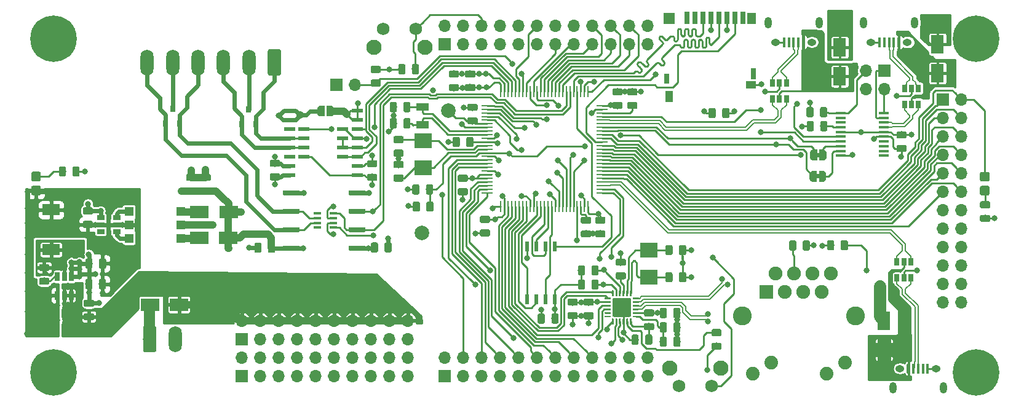
<source format=gbr>
G04 #@! TF.GenerationSoftware,KiCad,Pcbnew,(5.1.2)-1*
G04 #@! TF.CreationDate,2019-05-21T13:02:40-03:00*
G04 #@! TF.ProjectId,trololo,74726f6c-6f6c-46f2-9e6b-696361645f70,rev?*
G04 #@! TF.SameCoordinates,Original*
G04 #@! TF.FileFunction,Copper,L1,Top*
G04 #@! TF.FilePolarity,Positive*
%FSLAX46Y46*%
G04 Gerber Fmt 4.6, Leading zero omitted, Abs format (unit mm)*
G04 Created by KiCad (PCBNEW (5.1.2)-1) date 2019-05-21 13:02:40*
%MOMM*%
%LPD*%
G04 APERTURE LIST*
%ADD10C,2.100000*%
%ADD11C,1.750000*%
%ADD12C,2.000000*%
%ADD13R,1.700000X1.700000*%
%ADD14O,1.700000X1.700000*%
%ADD15O,1.000000X1.550000*%
%ADD16O,1.250000X0.950000*%
%ADD17R,0.400000X1.350000*%
%ADD18R,2.400000X1.500000*%
%ADD19R,0.650000X1.220000*%
%ADD20C,0.100000*%
%ADD21C,0.975000*%
%ADD22C,0.500000*%
%ADD23R,0.533400X1.473200*%
%ADD24R,1.900000X1.900000*%
%ADD25C,1.900000*%
%ADD26C,1.890000*%
%ADD27C,2.600000*%
%ADD28R,1.550000X0.600000*%
%ADD29R,1.450000X0.450000*%
%ADD30R,1.060000X0.400000*%
%ADD31R,1.800000X2.500000*%
%ADD32R,2.500000X1.800000*%
%ADD33R,1.060000X0.650000*%
%ADD34R,1.270000X1.270000*%
%ADD35R,1.500000X0.600000*%
%ADD36C,0.650000*%
%ADD37R,0.800000X0.900000*%
%ADD38C,1.300000*%
%ADD39R,0.700000X1.750000*%
%ADD40R,1.300000X1.500000*%
%ADD41R,0.800000X1.500000*%
%ADD42R,1.450000X1.000000*%
%ADD43R,0.800000X1.400000*%
%ADD44R,1.500000X1.500000*%
%ADD45R,1.000000X1.550000*%
%ADD46R,0.650000X1.060000*%
%ADD47C,1.800000*%
%ADD48O,1.800000X3.600000*%
%ADD49R,2.400000X2.000000*%
%ADD50C,0.800000*%
%ADD51C,6.400000*%
%ADD52R,1.800000X1.000000*%
%ADD53R,1.500000X0.280000*%
%ADD54R,0.280000X1.500000*%
%ADD55C,0.250000*%
%ADD56C,0.250000*%
%ADD57C,0.600000*%
%ADD58C,1.000000*%
%ADD59C,0.200000*%
%ADD60C,0.203200*%
%ADD61C,1.700000*%
%ADD62C,1.500000*%
%ADD63C,0.254000*%
G04 APERTURE END LIST*
D10*
X147810940Y-77657160D03*
D11*
X149070940Y-80147160D03*
X153570940Y-80147160D03*
D10*
X154820940Y-77657160D03*
X114101160Y-33457680D03*
D11*
X112841160Y-30967680D03*
X108341160Y-30967680D03*
D10*
X107091160Y-33457680D03*
D12*
X113713260Y-59067700D03*
X117304820Y-42224960D03*
D13*
X116840000Y-33020000D03*
D14*
X116840000Y-30480000D03*
X119380000Y-33020000D03*
X119380000Y-30480000D03*
X121920000Y-33020000D03*
X121920000Y-30480000D03*
X124460000Y-33020000D03*
X124460000Y-30480000D03*
X127000000Y-33020000D03*
X127000000Y-30480000D03*
X129540000Y-33020000D03*
X129540000Y-30480000D03*
X132080000Y-33020000D03*
X132080000Y-30480000D03*
X134620000Y-33020000D03*
X134620000Y-30480000D03*
X137160000Y-33020000D03*
X137160000Y-30480000D03*
X139700000Y-33020000D03*
X139700000Y-30480000D03*
X142240000Y-33020000D03*
X142240000Y-30480000D03*
X144780000Y-33020000D03*
X144780000Y-30480000D03*
D15*
X174503200Y-30091400D03*
X181503200Y-30091400D03*
D16*
X180503200Y-32791400D03*
X175503200Y-32791400D03*
D17*
X179303200Y-32791400D03*
X178653200Y-32791400D03*
X176703200Y-32791400D03*
X177353200Y-32791400D03*
X178003200Y-32791400D03*
D15*
X185491000Y-80424000D03*
X178491000Y-80424000D03*
D16*
X179491000Y-77724000D03*
X184491000Y-77724000D03*
D17*
X180691000Y-77724000D03*
X181341000Y-77724000D03*
X183291000Y-77724000D03*
X182641000Y-77724000D03*
X181991000Y-77724000D03*
D15*
X161346000Y-30066000D03*
X168346000Y-30066000D03*
D16*
X167346000Y-32766000D03*
X162346000Y-32766000D03*
D17*
X166146000Y-32766000D03*
X165496000Y-32766000D03*
X163546000Y-32766000D03*
X164196000Y-32766000D03*
X164846000Y-32766000D03*
D18*
X62623700Y-55875740D03*
X62623700Y-61375740D03*
D19*
X63497420Y-65065280D03*
X64447420Y-65065280D03*
X65397420Y-65065280D03*
X65397420Y-67685280D03*
X64447420Y-67685280D03*
X63497420Y-67685280D03*
D20*
G36*
X68108262Y-62570034D02*
G01*
X68131923Y-62573544D01*
X68155127Y-62579356D01*
X68177649Y-62587414D01*
X68199273Y-62597642D01*
X68219790Y-62609939D01*
X68239003Y-62624189D01*
X68256727Y-62640253D01*
X68272791Y-62657977D01*
X68287041Y-62677190D01*
X68299338Y-62697707D01*
X68309566Y-62719331D01*
X68317624Y-62741853D01*
X68323436Y-62765057D01*
X68326946Y-62788718D01*
X68328120Y-62812610D01*
X68328120Y-63725110D01*
X68326946Y-63749002D01*
X68323436Y-63772663D01*
X68317624Y-63795867D01*
X68309566Y-63818389D01*
X68299338Y-63840013D01*
X68287041Y-63860530D01*
X68272791Y-63879743D01*
X68256727Y-63897467D01*
X68239003Y-63913531D01*
X68219790Y-63927781D01*
X68199273Y-63940078D01*
X68177649Y-63950306D01*
X68155127Y-63958364D01*
X68131923Y-63964176D01*
X68108262Y-63967686D01*
X68084370Y-63968860D01*
X67596870Y-63968860D01*
X67572978Y-63967686D01*
X67549317Y-63964176D01*
X67526113Y-63958364D01*
X67503591Y-63950306D01*
X67481967Y-63940078D01*
X67461450Y-63927781D01*
X67442237Y-63913531D01*
X67424513Y-63897467D01*
X67408449Y-63879743D01*
X67394199Y-63860530D01*
X67381902Y-63840013D01*
X67371674Y-63818389D01*
X67363616Y-63795867D01*
X67357804Y-63772663D01*
X67354294Y-63749002D01*
X67353120Y-63725110D01*
X67353120Y-62812610D01*
X67354294Y-62788718D01*
X67357804Y-62765057D01*
X67363616Y-62741853D01*
X67371674Y-62719331D01*
X67381902Y-62697707D01*
X67394199Y-62677190D01*
X67408449Y-62657977D01*
X67424513Y-62640253D01*
X67442237Y-62624189D01*
X67461450Y-62609939D01*
X67481967Y-62597642D01*
X67503591Y-62587414D01*
X67526113Y-62579356D01*
X67549317Y-62573544D01*
X67572978Y-62570034D01*
X67596870Y-62568860D01*
X68084370Y-62568860D01*
X68108262Y-62570034D01*
X68108262Y-62570034D01*
G37*
D21*
X67840620Y-63268860D03*
D20*
G36*
X69983262Y-62570034D02*
G01*
X70006923Y-62573544D01*
X70030127Y-62579356D01*
X70052649Y-62587414D01*
X70074273Y-62597642D01*
X70094790Y-62609939D01*
X70114003Y-62624189D01*
X70131727Y-62640253D01*
X70147791Y-62657977D01*
X70162041Y-62677190D01*
X70174338Y-62697707D01*
X70184566Y-62719331D01*
X70192624Y-62741853D01*
X70198436Y-62765057D01*
X70201946Y-62788718D01*
X70203120Y-62812610D01*
X70203120Y-63725110D01*
X70201946Y-63749002D01*
X70198436Y-63772663D01*
X70192624Y-63795867D01*
X70184566Y-63818389D01*
X70174338Y-63840013D01*
X70162041Y-63860530D01*
X70147791Y-63879743D01*
X70131727Y-63897467D01*
X70114003Y-63913531D01*
X70094790Y-63927781D01*
X70074273Y-63940078D01*
X70052649Y-63950306D01*
X70030127Y-63958364D01*
X70006923Y-63964176D01*
X69983262Y-63967686D01*
X69959370Y-63968860D01*
X69471870Y-63968860D01*
X69447978Y-63967686D01*
X69424317Y-63964176D01*
X69401113Y-63958364D01*
X69378591Y-63950306D01*
X69356967Y-63940078D01*
X69336450Y-63927781D01*
X69317237Y-63913531D01*
X69299513Y-63897467D01*
X69283449Y-63879743D01*
X69269199Y-63860530D01*
X69256902Y-63840013D01*
X69246674Y-63818389D01*
X69238616Y-63795867D01*
X69232804Y-63772663D01*
X69229294Y-63749002D01*
X69228120Y-63725110D01*
X69228120Y-62812610D01*
X69229294Y-62788718D01*
X69232804Y-62765057D01*
X69238616Y-62741853D01*
X69246674Y-62719331D01*
X69256902Y-62697707D01*
X69269199Y-62677190D01*
X69283449Y-62657977D01*
X69299513Y-62640253D01*
X69317237Y-62624189D01*
X69336450Y-62609939D01*
X69356967Y-62597642D01*
X69378591Y-62587414D01*
X69401113Y-62579356D01*
X69424317Y-62573544D01*
X69447978Y-62570034D01*
X69471870Y-62568860D01*
X69959370Y-62568860D01*
X69983262Y-62570034D01*
X69983262Y-62570034D01*
G37*
D21*
X69715620Y-63268860D03*
D20*
G36*
X68310842Y-68243294D02*
G01*
X68334503Y-68246804D01*
X68357707Y-68252616D01*
X68380229Y-68260674D01*
X68401853Y-68270902D01*
X68422370Y-68283199D01*
X68441583Y-68297449D01*
X68459307Y-68313513D01*
X68475371Y-68331237D01*
X68489621Y-68350450D01*
X68501918Y-68370967D01*
X68512146Y-68392591D01*
X68520204Y-68415113D01*
X68526016Y-68438317D01*
X68529526Y-68461978D01*
X68530700Y-68485870D01*
X68530700Y-68973370D01*
X68529526Y-68997262D01*
X68526016Y-69020923D01*
X68520204Y-69044127D01*
X68512146Y-69066649D01*
X68501918Y-69088273D01*
X68489621Y-69108790D01*
X68475371Y-69128003D01*
X68459307Y-69145727D01*
X68441583Y-69161791D01*
X68422370Y-69176041D01*
X68401853Y-69188338D01*
X68380229Y-69198566D01*
X68357707Y-69206624D01*
X68334503Y-69212436D01*
X68310842Y-69215946D01*
X68286950Y-69217120D01*
X67374450Y-69217120D01*
X67350558Y-69215946D01*
X67326897Y-69212436D01*
X67303693Y-69206624D01*
X67281171Y-69198566D01*
X67259547Y-69188338D01*
X67239030Y-69176041D01*
X67219817Y-69161791D01*
X67202093Y-69145727D01*
X67186029Y-69128003D01*
X67171779Y-69108790D01*
X67159482Y-69088273D01*
X67149254Y-69066649D01*
X67141196Y-69044127D01*
X67135384Y-69020923D01*
X67131874Y-68997262D01*
X67130700Y-68973370D01*
X67130700Y-68485870D01*
X67131874Y-68461978D01*
X67135384Y-68438317D01*
X67141196Y-68415113D01*
X67149254Y-68392591D01*
X67159482Y-68370967D01*
X67171779Y-68350450D01*
X67186029Y-68331237D01*
X67202093Y-68313513D01*
X67219817Y-68297449D01*
X67239030Y-68283199D01*
X67259547Y-68270902D01*
X67281171Y-68260674D01*
X67303693Y-68252616D01*
X67326897Y-68246804D01*
X67350558Y-68243294D01*
X67374450Y-68242120D01*
X68286950Y-68242120D01*
X68310842Y-68243294D01*
X68310842Y-68243294D01*
G37*
D21*
X67830700Y-68729620D03*
D20*
G36*
X68310842Y-70118294D02*
G01*
X68334503Y-70121804D01*
X68357707Y-70127616D01*
X68380229Y-70135674D01*
X68401853Y-70145902D01*
X68422370Y-70158199D01*
X68441583Y-70172449D01*
X68459307Y-70188513D01*
X68475371Y-70206237D01*
X68489621Y-70225450D01*
X68501918Y-70245967D01*
X68512146Y-70267591D01*
X68520204Y-70290113D01*
X68526016Y-70313317D01*
X68529526Y-70336978D01*
X68530700Y-70360870D01*
X68530700Y-70848370D01*
X68529526Y-70872262D01*
X68526016Y-70895923D01*
X68520204Y-70919127D01*
X68512146Y-70941649D01*
X68501918Y-70963273D01*
X68489621Y-70983790D01*
X68475371Y-71003003D01*
X68459307Y-71020727D01*
X68441583Y-71036791D01*
X68422370Y-71051041D01*
X68401853Y-71063338D01*
X68380229Y-71073566D01*
X68357707Y-71081624D01*
X68334503Y-71087436D01*
X68310842Y-71090946D01*
X68286950Y-71092120D01*
X67374450Y-71092120D01*
X67350558Y-71090946D01*
X67326897Y-71087436D01*
X67303693Y-71081624D01*
X67281171Y-71073566D01*
X67259547Y-71063338D01*
X67239030Y-71051041D01*
X67219817Y-71036791D01*
X67202093Y-71020727D01*
X67186029Y-71003003D01*
X67171779Y-70983790D01*
X67159482Y-70963273D01*
X67149254Y-70941649D01*
X67141196Y-70919127D01*
X67135384Y-70895923D01*
X67131874Y-70872262D01*
X67130700Y-70848370D01*
X67130700Y-70360870D01*
X67131874Y-70336978D01*
X67135384Y-70313317D01*
X67141196Y-70290113D01*
X67149254Y-70267591D01*
X67159482Y-70245967D01*
X67171779Y-70225450D01*
X67186029Y-70206237D01*
X67202093Y-70188513D01*
X67219817Y-70172449D01*
X67239030Y-70158199D01*
X67259547Y-70145902D01*
X67281171Y-70135674D01*
X67303693Y-70127616D01*
X67326897Y-70121804D01*
X67350558Y-70118294D01*
X67374450Y-70117120D01*
X68286950Y-70117120D01*
X68310842Y-70118294D01*
X68310842Y-70118294D01*
G37*
D21*
X67830700Y-70604620D03*
D20*
G36*
X191686262Y-54684774D02*
G01*
X191709923Y-54688284D01*
X191733127Y-54694096D01*
X191755649Y-54702154D01*
X191777273Y-54712382D01*
X191797790Y-54724679D01*
X191817003Y-54738929D01*
X191834727Y-54754993D01*
X191850791Y-54772717D01*
X191865041Y-54791930D01*
X191877338Y-54812447D01*
X191887566Y-54834071D01*
X191895624Y-54856593D01*
X191901436Y-54879797D01*
X191904946Y-54903458D01*
X191906120Y-54927350D01*
X191906120Y-55414850D01*
X191904946Y-55438742D01*
X191901436Y-55462403D01*
X191895624Y-55485607D01*
X191887566Y-55508129D01*
X191877338Y-55529753D01*
X191865041Y-55550270D01*
X191850791Y-55569483D01*
X191834727Y-55587207D01*
X191817003Y-55603271D01*
X191797790Y-55617521D01*
X191777273Y-55629818D01*
X191755649Y-55640046D01*
X191733127Y-55648104D01*
X191709923Y-55653916D01*
X191686262Y-55657426D01*
X191662370Y-55658600D01*
X190749870Y-55658600D01*
X190725978Y-55657426D01*
X190702317Y-55653916D01*
X190679113Y-55648104D01*
X190656591Y-55640046D01*
X190634967Y-55629818D01*
X190614450Y-55617521D01*
X190595237Y-55603271D01*
X190577513Y-55587207D01*
X190561449Y-55569483D01*
X190547199Y-55550270D01*
X190534902Y-55529753D01*
X190524674Y-55508129D01*
X190516616Y-55485607D01*
X190510804Y-55462403D01*
X190507294Y-55438742D01*
X190506120Y-55414850D01*
X190506120Y-54927350D01*
X190507294Y-54903458D01*
X190510804Y-54879797D01*
X190516616Y-54856593D01*
X190524674Y-54834071D01*
X190534902Y-54812447D01*
X190547199Y-54791930D01*
X190561449Y-54772717D01*
X190577513Y-54754993D01*
X190595237Y-54738929D01*
X190614450Y-54724679D01*
X190634967Y-54712382D01*
X190656591Y-54702154D01*
X190679113Y-54694096D01*
X190702317Y-54688284D01*
X190725978Y-54684774D01*
X190749870Y-54683600D01*
X191662370Y-54683600D01*
X191686262Y-54684774D01*
X191686262Y-54684774D01*
G37*
D21*
X191206120Y-55171100D03*
D20*
G36*
X191686262Y-56559774D02*
G01*
X191709923Y-56563284D01*
X191733127Y-56569096D01*
X191755649Y-56577154D01*
X191777273Y-56587382D01*
X191797790Y-56599679D01*
X191817003Y-56613929D01*
X191834727Y-56629993D01*
X191850791Y-56647717D01*
X191865041Y-56666930D01*
X191877338Y-56687447D01*
X191887566Y-56709071D01*
X191895624Y-56731593D01*
X191901436Y-56754797D01*
X191904946Y-56778458D01*
X191906120Y-56802350D01*
X191906120Y-57289850D01*
X191904946Y-57313742D01*
X191901436Y-57337403D01*
X191895624Y-57360607D01*
X191887566Y-57383129D01*
X191877338Y-57404753D01*
X191865041Y-57425270D01*
X191850791Y-57444483D01*
X191834727Y-57462207D01*
X191817003Y-57478271D01*
X191797790Y-57492521D01*
X191777273Y-57504818D01*
X191755649Y-57515046D01*
X191733127Y-57523104D01*
X191709923Y-57528916D01*
X191686262Y-57532426D01*
X191662370Y-57533600D01*
X190749870Y-57533600D01*
X190725978Y-57532426D01*
X190702317Y-57528916D01*
X190679113Y-57523104D01*
X190656591Y-57515046D01*
X190634967Y-57504818D01*
X190614450Y-57492521D01*
X190595237Y-57478271D01*
X190577513Y-57462207D01*
X190561449Y-57444483D01*
X190547199Y-57425270D01*
X190534902Y-57404753D01*
X190524674Y-57383129D01*
X190516616Y-57360607D01*
X190510804Y-57337403D01*
X190507294Y-57313742D01*
X190506120Y-57289850D01*
X190506120Y-56802350D01*
X190507294Y-56778458D01*
X190510804Y-56754797D01*
X190516616Y-56731593D01*
X190524674Y-56709071D01*
X190534902Y-56687447D01*
X190547199Y-56666930D01*
X190561449Y-56647717D01*
X190577513Y-56629993D01*
X190595237Y-56613929D01*
X190614450Y-56599679D01*
X190634967Y-56587382D01*
X190656591Y-56577154D01*
X190679113Y-56569096D01*
X190702317Y-56563284D01*
X190725978Y-56559774D01*
X190749870Y-56558600D01*
X191662370Y-56558600D01*
X191686262Y-56559774D01*
X191686262Y-56559774D01*
G37*
D21*
X191206120Y-57046100D03*
D20*
G36*
X64460822Y-49892894D02*
G01*
X64484483Y-49896404D01*
X64507687Y-49902216D01*
X64530209Y-49910274D01*
X64551833Y-49920502D01*
X64572350Y-49932799D01*
X64591563Y-49947049D01*
X64609287Y-49963113D01*
X64625351Y-49980837D01*
X64639601Y-50000050D01*
X64651898Y-50020567D01*
X64662126Y-50042191D01*
X64670184Y-50064713D01*
X64675996Y-50087917D01*
X64679506Y-50111578D01*
X64680680Y-50135470D01*
X64680680Y-51047970D01*
X64679506Y-51071862D01*
X64675996Y-51095523D01*
X64670184Y-51118727D01*
X64662126Y-51141249D01*
X64651898Y-51162873D01*
X64639601Y-51183390D01*
X64625351Y-51202603D01*
X64609287Y-51220327D01*
X64591563Y-51236391D01*
X64572350Y-51250641D01*
X64551833Y-51262938D01*
X64530209Y-51273166D01*
X64507687Y-51281224D01*
X64484483Y-51287036D01*
X64460822Y-51290546D01*
X64436930Y-51291720D01*
X63949430Y-51291720D01*
X63925538Y-51290546D01*
X63901877Y-51287036D01*
X63878673Y-51281224D01*
X63856151Y-51273166D01*
X63834527Y-51262938D01*
X63814010Y-51250641D01*
X63794797Y-51236391D01*
X63777073Y-51220327D01*
X63761009Y-51202603D01*
X63746759Y-51183390D01*
X63734462Y-51162873D01*
X63724234Y-51141249D01*
X63716176Y-51118727D01*
X63710364Y-51095523D01*
X63706854Y-51071862D01*
X63705680Y-51047970D01*
X63705680Y-50135470D01*
X63706854Y-50111578D01*
X63710364Y-50087917D01*
X63716176Y-50064713D01*
X63724234Y-50042191D01*
X63734462Y-50020567D01*
X63746759Y-50000050D01*
X63761009Y-49980837D01*
X63777073Y-49963113D01*
X63794797Y-49947049D01*
X63814010Y-49932799D01*
X63834527Y-49920502D01*
X63856151Y-49910274D01*
X63878673Y-49902216D01*
X63901877Y-49896404D01*
X63925538Y-49892894D01*
X63949430Y-49891720D01*
X64436930Y-49891720D01*
X64460822Y-49892894D01*
X64460822Y-49892894D01*
G37*
D21*
X64193180Y-50591720D03*
D20*
G36*
X66335822Y-49892894D02*
G01*
X66359483Y-49896404D01*
X66382687Y-49902216D01*
X66405209Y-49910274D01*
X66426833Y-49920502D01*
X66447350Y-49932799D01*
X66466563Y-49947049D01*
X66484287Y-49963113D01*
X66500351Y-49980837D01*
X66514601Y-50000050D01*
X66526898Y-50020567D01*
X66537126Y-50042191D01*
X66545184Y-50064713D01*
X66550996Y-50087917D01*
X66554506Y-50111578D01*
X66555680Y-50135470D01*
X66555680Y-51047970D01*
X66554506Y-51071862D01*
X66550996Y-51095523D01*
X66545184Y-51118727D01*
X66537126Y-51141249D01*
X66526898Y-51162873D01*
X66514601Y-51183390D01*
X66500351Y-51202603D01*
X66484287Y-51220327D01*
X66466563Y-51236391D01*
X66447350Y-51250641D01*
X66426833Y-51262938D01*
X66405209Y-51273166D01*
X66382687Y-51281224D01*
X66359483Y-51287036D01*
X66335822Y-51290546D01*
X66311930Y-51291720D01*
X65824430Y-51291720D01*
X65800538Y-51290546D01*
X65776877Y-51287036D01*
X65753673Y-51281224D01*
X65731151Y-51273166D01*
X65709527Y-51262938D01*
X65689010Y-51250641D01*
X65669797Y-51236391D01*
X65652073Y-51220327D01*
X65636009Y-51202603D01*
X65621759Y-51183390D01*
X65609462Y-51162873D01*
X65599234Y-51141249D01*
X65591176Y-51118727D01*
X65585364Y-51095523D01*
X65581854Y-51071862D01*
X65580680Y-51047970D01*
X65580680Y-50135470D01*
X65581854Y-50111578D01*
X65585364Y-50087917D01*
X65591176Y-50064713D01*
X65599234Y-50042191D01*
X65609462Y-50020567D01*
X65621759Y-50000050D01*
X65636009Y-49980837D01*
X65652073Y-49963113D01*
X65669797Y-49947049D01*
X65689010Y-49932799D01*
X65709527Y-49920502D01*
X65731151Y-49910274D01*
X65753673Y-49902216D01*
X65776877Y-49896404D01*
X65800538Y-49892894D01*
X65824430Y-49891720D01*
X66311930Y-49891720D01*
X66335822Y-49892894D01*
X66335822Y-49892894D01*
G37*
D21*
X66068180Y-50591720D03*
D20*
G36*
X154706402Y-72302214D02*
G01*
X154730063Y-72305724D01*
X154753267Y-72311536D01*
X154775789Y-72319594D01*
X154797413Y-72329822D01*
X154817930Y-72342119D01*
X154837143Y-72356369D01*
X154854867Y-72372433D01*
X154870931Y-72390157D01*
X154885181Y-72409370D01*
X154897478Y-72429887D01*
X154907706Y-72451511D01*
X154915764Y-72474033D01*
X154921576Y-72497237D01*
X154925086Y-72520898D01*
X154926260Y-72544790D01*
X154926260Y-73032290D01*
X154925086Y-73056182D01*
X154921576Y-73079843D01*
X154915764Y-73103047D01*
X154907706Y-73125569D01*
X154897478Y-73147193D01*
X154885181Y-73167710D01*
X154870931Y-73186923D01*
X154854867Y-73204647D01*
X154837143Y-73220711D01*
X154817930Y-73234961D01*
X154797413Y-73247258D01*
X154775789Y-73257486D01*
X154753267Y-73265544D01*
X154730063Y-73271356D01*
X154706402Y-73274866D01*
X154682510Y-73276040D01*
X153770010Y-73276040D01*
X153746118Y-73274866D01*
X153722457Y-73271356D01*
X153699253Y-73265544D01*
X153676731Y-73257486D01*
X153655107Y-73247258D01*
X153634590Y-73234961D01*
X153615377Y-73220711D01*
X153597653Y-73204647D01*
X153581589Y-73186923D01*
X153567339Y-73167710D01*
X153555042Y-73147193D01*
X153544814Y-73125569D01*
X153536756Y-73103047D01*
X153530944Y-73079843D01*
X153527434Y-73056182D01*
X153526260Y-73032290D01*
X153526260Y-72544790D01*
X153527434Y-72520898D01*
X153530944Y-72497237D01*
X153536756Y-72474033D01*
X153544814Y-72451511D01*
X153555042Y-72429887D01*
X153567339Y-72409370D01*
X153581589Y-72390157D01*
X153597653Y-72372433D01*
X153615377Y-72356369D01*
X153634590Y-72342119D01*
X153655107Y-72329822D01*
X153676731Y-72319594D01*
X153699253Y-72311536D01*
X153722457Y-72305724D01*
X153746118Y-72302214D01*
X153770010Y-72301040D01*
X154682510Y-72301040D01*
X154706402Y-72302214D01*
X154706402Y-72302214D01*
G37*
D21*
X154226260Y-72788540D03*
D20*
G36*
X154706402Y-74177214D02*
G01*
X154730063Y-74180724D01*
X154753267Y-74186536D01*
X154775789Y-74194594D01*
X154797413Y-74204822D01*
X154817930Y-74217119D01*
X154837143Y-74231369D01*
X154854867Y-74247433D01*
X154870931Y-74265157D01*
X154885181Y-74284370D01*
X154897478Y-74304887D01*
X154907706Y-74326511D01*
X154915764Y-74349033D01*
X154921576Y-74372237D01*
X154925086Y-74395898D01*
X154926260Y-74419790D01*
X154926260Y-74907290D01*
X154925086Y-74931182D01*
X154921576Y-74954843D01*
X154915764Y-74978047D01*
X154907706Y-75000569D01*
X154897478Y-75022193D01*
X154885181Y-75042710D01*
X154870931Y-75061923D01*
X154854867Y-75079647D01*
X154837143Y-75095711D01*
X154817930Y-75109961D01*
X154797413Y-75122258D01*
X154775789Y-75132486D01*
X154753267Y-75140544D01*
X154730063Y-75146356D01*
X154706402Y-75149866D01*
X154682510Y-75151040D01*
X153770010Y-75151040D01*
X153746118Y-75149866D01*
X153722457Y-75146356D01*
X153699253Y-75140544D01*
X153676731Y-75132486D01*
X153655107Y-75122258D01*
X153634590Y-75109961D01*
X153615377Y-75095711D01*
X153597653Y-75079647D01*
X153581589Y-75061923D01*
X153567339Y-75042710D01*
X153555042Y-75022193D01*
X153544814Y-75000569D01*
X153536756Y-74978047D01*
X153530944Y-74954843D01*
X153527434Y-74931182D01*
X153526260Y-74907290D01*
X153526260Y-74419790D01*
X153527434Y-74395898D01*
X153530944Y-74372237D01*
X153536756Y-74349033D01*
X153544814Y-74326511D01*
X153555042Y-74304887D01*
X153567339Y-74284370D01*
X153581589Y-74265157D01*
X153597653Y-74247433D01*
X153615377Y-74231369D01*
X153634590Y-74217119D01*
X153655107Y-74204822D01*
X153676731Y-74194594D01*
X153699253Y-74186536D01*
X153722457Y-74180724D01*
X153746118Y-74177214D01*
X153770010Y-74176040D01*
X154682510Y-74176040D01*
X154706402Y-74177214D01*
X154706402Y-74177214D01*
G37*
D21*
X154226260Y-74663540D03*
D20*
G36*
X135905942Y-65447854D02*
G01*
X135929603Y-65451364D01*
X135952807Y-65457176D01*
X135975329Y-65465234D01*
X135996953Y-65475462D01*
X136017470Y-65487759D01*
X136036683Y-65502009D01*
X136054407Y-65518073D01*
X136070471Y-65535797D01*
X136084721Y-65555010D01*
X136097018Y-65575527D01*
X136107246Y-65597151D01*
X136115304Y-65619673D01*
X136121116Y-65642877D01*
X136124626Y-65666538D01*
X136125800Y-65690430D01*
X136125800Y-66602930D01*
X136124626Y-66626822D01*
X136121116Y-66650483D01*
X136115304Y-66673687D01*
X136107246Y-66696209D01*
X136097018Y-66717833D01*
X136084721Y-66738350D01*
X136070471Y-66757563D01*
X136054407Y-66775287D01*
X136036683Y-66791351D01*
X136017470Y-66805601D01*
X135996953Y-66817898D01*
X135975329Y-66828126D01*
X135952807Y-66836184D01*
X135929603Y-66841996D01*
X135905942Y-66845506D01*
X135882050Y-66846680D01*
X135394550Y-66846680D01*
X135370658Y-66845506D01*
X135346997Y-66841996D01*
X135323793Y-66836184D01*
X135301271Y-66828126D01*
X135279647Y-66817898D01*
X135259130Y-66805601D01*
X135239917Y-66791351D01*
X135222193Y-66775287D01*
X135206129Y-66757563D01*
X135191879Y-66738350D01*
X135179582Y-66717833D01*
X135169354Y-66696209D01*
X135161296Y-66673687D01*
X135155484Y-66650483D01*
X135151974Y-66626822D01*
X135150800Y-66602930D01*
X135150800Y-65690430D01*
X135151974Y-65666538D01*
X135155484Y-65642877D01*
X135161296Y-65619673D01*
X135169354Y-65597151D01*
X135179582Y-65575527D01*
X135191879Y-65555010D01*
X135206129Y-65535797D01*
X135222193Y-65518073D01*
X135239917Y-65502009D01*
X135259130Y-65487759D01*
X135279647Y-65475462D01*
X135301271Y-65465234D01*
X135323793Y-65457176D01*
X135346997Y-65451364D01*
X135370658Y-65447854D01*
X135394550Y-65446680D01*
X135882050Y-65446680D01*
X135905942Y-65447854D01*
X135905942Y-65447854D01*
G37*
D21*
X135638300Y-66146680D03*
D20*
G36*
X137780942Y-65447854D02*
G01*
X137804603Y-65451364D01*
X137827807Y-65457176D01*
X137850329Y-65465234D01*
X137871953Y-65475462D01*
X137892470Y-65487759D01*
X137911683Y-65502009D01*
X137929407Y-65518073D01*
X137945471Y-65535797D01*
X137959721Y-65555010D01*
X137972018Y-65575527D01*
X137982246Y-65597151D01*
X137990304Y-65619673D01*
X137996116Y-65642877D01*
X137999626Y-65666538D01*
X138000800Y-65690430D01*
X138000800Y-66602930D01*
X137999626Y-66626822D01*
X137996116Y-66650483D01*
X137990304Y-66673687D01*
X137982246Y-66696209D01*
X137972018Y-66717833D01*
X137959721Y-66738350D01*
X137945471Y-66757563D01*
X137929407Y-66775287D01*
X137911683Y-66791351D01*
X137892470Y-66805601D01*
X137871953Y-66817898D01*
X137850329Y-66828126D01*
X137827807Y-66836184D01*
X137804603Y-66841996D01*
X137780942Y-66845506D01*
X137757050Y-66846680D01*
X137269550Y-66846680D01*
X137245658Y-66845506D01*
X137221997Y-66841996D01*
X137198793Y-66836184D01*
X137176271Y-66828126D01*
X137154647Y-66817898D01*
X137134130Y-66805601D01*
X137114917Y-66791351D01*
X137097193Y-66775287D01*
X137081129Y-66757563D01*
X137066879Y-66738350D01*
X137054582Y-66717833D01*
X137044354Y-66696209D01*
X137036296Y-66673687D01*
X137030484Y-66650483D01*
X137026974Y-66626822D01*
X137025800Y-66602930D01*
X137025800Y-65690430D01*
X137026974Y-65666538D01*
X137030484Y-65642877D01*
X137036296Y-65619673D01*
X137044354Y-65597151D01*
X137054582Y-65575527D01*
X137066879Y-65555010D01*
X137081129Y-65535797D01*
X137097193Y-65518073D01*
X137114917Y-65502009D01*
X137134130Y-65487759D01*
X137154647Y-65475462D01*
X137176271Y-65465234D01*
X137198793Y-65457176D01*
X137221997Y-65451364D01*
X137245658Y-65447854D01*
X137269550Y-65446680D01*
X137757050Y-65446680D01*
X137780942Y-65447854D01*
X137780942Y-65447854D01*
G37*
D21*
X137513300Y-66146680D03*
D20*
G36*
X135905942Y-63507294D02*
G01*
X135929603Y-63510804D01*
X135952807Y-63516616D01*
X135975329Y-63524674D01*
X135996953Y-63534902D01*
X136017470Y-63547199D01*
X136036683Y-63561449D01*
X136054407Y-63577513D01*
X136070471Y-63595237D01*
X136084721Y-63614450D01*
X136097018Y-63634967D01*
X136107246Y-63656591D01*
X136115304Y-63679113D01*
X136121116Y-63702317D01*
X136124626Y-63725978D01*
X136125800Y-63749870D01*
X136125800Y-64662370D01*
X136124626Y-64686262D01*
X136121116Y-64709923D01*
X136115304Y-64733127D01*
X136107246Y-64755649D01*
X136097018Y-64777273D01*
X136084721Y-64797790D01*
X136070471Y-64817003D01*
X136054407Y-64834727D01*
X136036683Y-64850791D01*
X136017470Y-64865041D01*
X135996953Y-64877338D01*
X135975329Y-64887566D01*
X135952807Y-64895624D01*
X135929603Y-64901436D01*
X135905942Y-64904946D01*
X135882050Y-64906120D01*
X135394550Y-64906120D01*
X135370658Y-64904946D01*
X135346997Y-64901436D01*
X135323793Y-64895624D01*
X135301271Y-64887566D01*
X135279647Y-64877338D01*
X135259130Y-64865041D01*
X135239917Y-64850791D01*
X135222193Y-64834727D01*
X135206129Y-64817003D01*
X135191879Y-64797790D01*
X135179582Y-64777273D01*
X135169354Y-64755649D01*
X135161296Y-64733127D01*
X135155484Y-64709923D01*
X135151974Y-64686262D01*
X135150800Y-64662370D01*
X135150800Y-63749870D01*
X135151974Y-63725978D01*
X135155484Y-63702317D01*
X135161296Y-63679113D01*
X135169354Y-63656591D01*
X135179582Y-63634967D01*
X135191879Y-63614450D01*
X135206129Y-63595237D01*
X135222193Y-63577513D01*
X135239917Y-63561449D01*
X135259130Y-63547199D01*
X135279647Y-63534902D01*
X135301271Y-63524674D01*
X135323793Y-63516616D01*
X135346997Y-63510804D01*
X135370658Y-63507294D01*
X135394550Y-63506120D01*
X135882050Y-63506120D01*
X135905942Y-63507294D01*
X135905942Y-63507294D01*
G37*
D21*
X135638300Y-64206120D03*
D20*
G36*
X137780942Y-63507294D02*
G01*
X137804603Y-63510804D01*
X137827807Y-63516616D01*
X137850329Y-63524674D01*
X137871953Y-63534902D01*
X137892470Y-63547199D01*
X137911683Y-63561449D01*
X137929407Y-63577513D01*
X137945471Y-63595237D01*
X137959721Y-63614450D01*
X137972018Y-63634967D01*
X137982246Y-63656591D01*
X137990304Y-63679113D01*
X137996116Y-63702317D01*
X137999626Y-63725978D01*
X138000800Y-63749870D01*
X138000800Y-64662370D01*
X137999626Y-64686262D01*
X137996116Y-64709923D01*
X137990304Y-64733127D01*
X137982246Y-64755649D01*
X137972018Y-64777273D01*
X137959721Y-64797790D01*
X137945471Y-64817003D01*
X137929407Y-64834727D01*
X137911683Y-64850791D01*
X137892470Y-64865041D01*
X137871953Y-64877338D01*
X137850329Y-64887566D01*
X137827807Y-64895624D01*
X137804603Y-64901436D01*
X137780942Y-64904946D01*
X137757050Y-64906120D01*
X137269550Y-64906120D01*
X137245658Y-64904946D01*
X137221997Y-64901436D01*
X137198793Y-64895624D01*
X137176271Y-64887566D01*
X137154647Y-64877338D01*
X137134130Y-64865041D01*
X137114917Y-64850791D01*
X137097193Y-64834727D01*
X137081129Y-64817003D01*
X137066879Y-64797790D01*
X137054582Y-64777273D01*
X137044354Y-64755649D01*
X137036296Y-64733127D01*
X137030484Y-64709923D01*
X137026974Y-64686262D01*
X137025800Y-64662370D01*
X137025800Y-63749870D01*
X137026974Y-63725978D01*
X137030484Y-63702317D01*
X137036296Y-63679113D01*
X137044354Y-63656591D01*
X137054582Y-63634967D01*
X137066879Y-63614450D01*
X137081129Y-63595237D01*
X137097193Y-63577513D01*
X137114917Y-63561449D01*
X137134130Y-63547199D01*
X137154647Y-63534902D01*
X137176271Y-63524674D01*
X137198793Y-63516616D01*
X137221997Y-63510804D01*
X137245658Y-63507294D01*
X137269550Y-63506120D01*
X137757050Y-63506120D01*
X137780942Y-63507294D01*
X137780942Y-63507294D01*
G37*
D21*
X137513300Y-64206120D03*
D22*
X101066360Y-42257980D03*
D20*
G36*
X100566360Y-41507980D02*
G01*
X101066360Y-41507980D01*
X101066360Y-41508582D01*
X101090894Y-41508582D01*
X101139725Y-41513392D01*
X101187850Y-41522964D01*
X101234805Y-41537208D01*
X101280138Y-41555985D01*
X101323411Y-41579116D01*
X101364210Y-41606376D01*
X101402139Y-41637504D01*
X101436836Y-41672201D01*
X101467964Y-41710130D01*
X101495224Y-41750929D01*
X101518355Y-41794202D01*
X101537132Y-41839535D01*
X101551376Y-41886490D01*
X101560948Y-41934615D01*
X101565758Y-41983446D01*
X101565758Y-42007980D01*
X101566360Y-42007980D01*
X101566360Y-42507980D01*
X101565758Y-42507980D01*
X101565758Y-42532514D01*
X101560948Y-42581345D01*
X101551376Y-42629470D01*
X101537132Y-42676425D01*
X101518355Y-42721758D01*
X101495224Y-42765031D01*
X101467964Y-42805830D01*
X101436836Y-42843759D01*
X101402139Y-42878456D01*
X101364210Y-42909584D01*
X101323411Y-42936844D01*
X101280138Y-42959975D01*
X101234805Y-42978752D01*
X101187850Y-42992996D01*
X101139725Y-43002568D01*
X101090894Y-43007378D01*
X101066360Y-43007378D01*
X101066360Y-43007980D01*
X100566360Y-43007980D01*
X100566360Y-41507980D01*
X100566360Y-41507980D01*
G37*
D22*
X99766360Y-42257980D03*
D20*
G36*
X99766360Y-43007378D02*
G01*
X99741826Y-43007378D01*
X99692995Y-43002568D01*
X99644870Y-42992996D01*
X99597915Y-42978752D01*
X99552582Y-42959975D01*
X99509309Y-42936844D01*
X99468510Y-42909584D01*
X99430581Y-42878456D01*
X99395884Y-42843759D01*
X99364756Y-42805830D01*
X99337496Y-42765031D01*
X99314365Y-42721758D01*
X99295588Y-42676425D01*
X99281344Y-42629470D01*
X99271772Y-42581345D01*
X99266962Y-42532514D01*
X99266962Y-42507980D01*
X99266360Y-42507980D01*
X99266360Y-42007980D01*
X99266962Y-42007980D01*
X99266962Y-41983446D01*
X99271772Y-41934615D01*
X99281344Y-41886490D01*
X99295588Y-41839535D01*
X99314365Y-41794202D01*
X99337496Y-41750929D01*
X99364756Y-41710130D01*
X99395884Y-41672201D01*
X99430581Y-41637504D01*
X99468510Y-41606376D01*
X99509309Y-41579116D01*
X99552582Y-41555985D01*
X99597915Y-41537208D01*
X99644870Y-41522964D01*
X99692995Y-41513392D01*
X99741826Y-41508582D01*
X99766360Y-41508582D01*
X99766360Y-41507980D01*
X100266360Y-41507980D01*
X100266360Y-43007980D01*
X99766360Y-43007980D01*
X99766360Y-43007378D01*
X99766360Y-43007378D01*
G37*
D23*
X131993640Y-60947300D03*
X130723640Y-60947300D03*
X129453640Y-60947300D03*
X128183640Y-60947300D03*
X128183640Y-68186300D03*
X129453640Y-68186300D03*
X130723640Y-68186300D03*
X131993640Y-68186300D03*
D24*
X161112200Y-67170300D03*
D25*
X162382200Y-64630300D03*
X163652200Y-67170300D03*
X164922200Y-64630300D03*
X166192200Y-67170300D03*
X167462200Y-64630300D03*
X168732200Y-67170300D03*
X170002200Y-64630300D03*
D26*
X171882200Y-76890300D03*
X169342200Y-78410300D03*
X161772200Y-76890300D03*
X159232200Y-78410300D03*
D27*
X157782200Y-70460300D03*
X173332200Y-70460300D03*
D28*
X102791240Y-48514000D03*
X102791240Y-47244000D03*
X102791240Y-45974000D03*
X102791240Y-44704000D03*
X97391240Y-44704000D03*
X97391240Y-45974000D03*
X97391240Y-47244000D03*
X97391240Y-48514000D03*
D29*
X171339720Y-42551160D03*
X171339720Y-43201160D03*
X171339720Y-43851160D03*
X171339720Y-44501160D03*
X171339720Y-45151160D03*
X171339720Y-45801160D03*
X171339720Y-46451160D03*
X171339720Y-47101160D03*
X171339720Y-47751160D03*
X171339720Y-48401160D03*
X177239720Y-48401160D03*
X177239720Y-47751160D03*
X177239720Y-47101160D03*
X177239720Y-46451160D03*
X177239720Y-45801160D03*
X177239720Y-45151160D03*
X177239720Y-44501160D03*
X177239720Y-43851160D03*
X177239720Y-43201160D03*
X177239720Y-42551160D03*
D30*
X101506200Y-58333200D03*
X101506200Y-57683200D03*
X101506200Y-57023200D03*
X101506200Y-56373200D03*
X99306200Y-56373200D03*
X99306200Y-57023200D03*
X99306200Y-57683200D03*
X99306200Y-58333200D03*
D31*
X184658000Y-37052000D03*
X184658000Y-33052000D03*
D20*
G36*
X84383962Y-52790414D02*
G01*
X84407623Y-52793924D01*
X84430827Y-52799736D01*
X84453349Y-52807794D01*
X84474973Y-52818022D01*
X84495490Y-52830319D01*
X84514703Y-52844569D01*
X84532427Y-52860633D01*
X84548491Y-52878357D01*
X84562741Y-52897570D01*
X84575038Y-52918087D01*
X84585266Y-52939711D01*
X84593324Y-52962233D01*
X84599136Y-52985437D01*
X84602646Y-53009098D01*
X84603820Y-53032990D01*
X84603820Y-53520490D01*
X84602646Y-53544382D01*
X84599136Y-53568043D01*
X84593324Y-53591247D01*
X84585266Y-53613769D01*
X84575038Y-53635393D01*
X84562741Y-53655910D01*
X84548491Y-53675123D01*
X84532427Y-53692847D01*
X84514703Y-53708911D01*
X84495490Y-53723161D01*
X84474973Y-53735458D01*
X84453349Y-53745686D01*
X84430827Y-53753744D01*
X84407623Y-53759556D01*
X84383962Y-53763066D01*
X84360070Y-53764240D01*
X83447570Y-53764240D01*
X83423678Y-53763066D01*
X83400017Y-53759556D01*
X83376813Y-53753744D01*
X83354291Y-53745686D01*
X83332667Y-53735458D01*
X83312150Y-53723161D01*
X83292937Y-53708911D01*
X83275213Y-53692847D01*
X83259149Y-53675123D01*
X83244899Y-53655910D01*
X83232602Y-53635393D01*
X83222374Y-53613769D01*
X83214316Y-53591247D01*
X83208504Y-53568043D01*
X83204994Y-53544382D01*
X83203820Y-53520490D01*
X83203820Y-53032990D01*
X83204994Y-53009098D01*
X83208504Y-52985437D01*
X83214316Y-52962233D01*
X83222374Y-52939711D01*
X83232602Y-52918087D01*
X83244899Y-52897570D01*
X83259149Y-52878357D01*
X83275213Y-52860633D01*
X83292937Y-52844569D01*
X83312150Y-52830319D01*
X83332667Y-52818022D01*
X83354291Y-52807794D01*
X83376813Y-52799736D01*
X83400017Y-52793924D01*
X83423678Y-52790414D01*
X83447570Y-52789240D01*
X84360070Y-52789240D01*
X84383962Y-52790414D01*
X84383962Y-52790414D01*
G37*
D21*
X83903820Y-53276740D03*
D20*
G36*
X84383962Y-50915414D02*
G01*
X84407623Y-50918924D01*
X84430827Y-50924736D01*
X84453349Y-50932794D01*
X84474973Y-50943022D01*
X84495490Y-50955319D01*
X84514703Y-50969569D01*
X84532427Y-50985633D01*
X84548491Y-51003357D01*
X84562741Y-51022570D01*
X84575038Y-51043087D01*
X84585266Y-51064711D01*
X84593324Y-51087233D01*
X84599136Y-51110437D01*
X84602646Y-51134098D01*
X84603820Y-51157990D01*
X84603820Y-51645490D01*
X84602646Y-51669382D01*
X84599136Y-51693043D01*
X84593324Y-51716247D01*
X84585266Y-51738769D01*
X84575038Y-51760393D01*
X84562741Y-51780910D01*
X84548491Y-51800123D01*
X84532427Y-51817847D01*
X84514703Y-51833911D01*
X84495490Y-51848161D01*
X84474973Y-51860458D01*
X84453349Y-51870686D01*
X84430827Y-51878744D01*
X84407623Y-51884556D01*
X84383962Y-51888066D01*
X84360070Y-51889240D01*
X83447570Y-51889240D01*
X83423678Y-51888066D01*
X83400017Y-51884556D01*
X83376813Y-51878744D01*
X83354291Y-51870686D01*
X83332667Y-51860458D01*
X83312150Y-51848161D01*
X83292937Y-51833911D01*
X83275213Y-51817847D01*
X83259149Y-51800123D01*
X83244899Y-51780910D01*
X83232602Y-51760393D01*
X83222374Y-51738769D01*
X83214316Y-51716247D01*
X83208504Y-51693043D01*
X83204994Y-51669382D01*
X83203820Y-51645490D01*
X83203820Y-51157990D01*
X83204994Y-51134098D01*
X83208504Y-51110437D01*
X83214316Y-51087233D01*
X83222374Y-51064711D01*
X83232602Y-51043087D01*
X83244899Y-51022570D01*
X83259149Y-51003357D01*
X83275213Y-50985633D01*
X83292937Y-50969569D01*
X83312150Y-50955319D01*
X83332667Y-50943022D01*
X83354291Y-50932794D01*
X83376813Y-50924736D01*
X83400017Y-50918924D01*
X83423678Y-50915414D01*
X83447570Y-50914240D01*
X84360070Y-50914240D01*
X84383962Y-50915414D01*
X84383962Y-50915414D01*
G37*
D21*
X83903820Y-51401740D03*
D20*
G36*
X68166062Y-55522974D02*
G01*
X68189723Y-55526484D01*
X68212927Y-55532296D01*
X68235449Y-55540354D01*
X68257073Y-55550582D01*
X68277590Y-55562879D01*
X68296803Y-55577129D01*
X68314527Y-55593193D01*
X68330591Y-55610917D01*
X68344841Y-55630130D01*
X68357138Y-55650647D01*
X68367366Y-55672271D01*
X68375424Y-55694793D01*
X68381236Y-55717997D01*
X68384746Y-55741658D01*
X68385920Y-55765550D01*
X68385920Y-56253050D01*
X68384746Y-56276942D01*
X68381236Y-56300603D01*
X68375424Y-56323807D01*
X68367366Y-56346329D01*
X68357138Y-56367953D01*
X68344841Y-56388470D01*
X68330591Y-56407683D01*
X68314527Y-56425407D01*
X68296803Y-56441471D01*
X68277590Y-56455721D01*
X68257073Y-56468018D01*
X68235449Y-56478246D01*
X68212927Y-56486304D01*
X68189723Y-56492116D01*
X68166062Y-56495626D01*
X68142170Y-56496800D01*
X67229670Y-56496800D01*
X67205778Y-56495626D01*
X67182117Y-56492116D01*
X67158913Y-56486304D01*
X67136391Y-56478246D01*
X67114767Y-56468018D01*
X67094250Y-56455721D01*
X67075037Y-56441471D01*
X67057313Y-56425407D01*
X67041249Y-56407683D01*
X67026999Y-56388470D01*
X67014702Y-56367953D01*
X67004474Y-56346329D01*
X66996416Y-56323807D01*
X66990604Y-56300603D01*
X66987094Y-56276942D01*
X66985920Y-56253050D01*
X66985920Y-55765550D01*
X66987094Y-55741658D01*
X66990604Y-55717997D01*
X66996416Y-55694793D01*
X67004474Y-55672271D01*
X67014702Y-55650647D01*
X67026999Y-55630130D01*
X67041249Y-55610917D01*
X67057313Y-55593193D01*
X67075037Y-55577129D01*
X67094250Y-55562879D01*
X67114767Y-55550582D01*
X67136391Y-55540354D01*
X67158913Y-55532296D01*
X67182117Y-55526484D01*
X67205778Y-55522974D01*
X67229670Y-55521800D01*
X68142170Y-55521800D01*
X68166062Y-55522974D01*
X68166062Y-55522974D01*
G37*
D21*
X67685920Y-56009300D03*
D20*
G36*
X68166062Y-57397974D02*
G01*
X68189723Y-57401484D01*
X68212927Y-57407296D01*
X68235449Y-57415354D01*
X68257073Y-57425582D01*
X68277590Y-57437879D01*
X68296803Y-57452129D01*
X68314527Y-57468193D01*
X68330591Y-57485917D01*
X68344841Y-57505130D01*
X68357138Y-57525647D01*
X68367366Y-57547271D01*
X68375424Y-57569793D01*
X68381236Y-57592997D01*
X68384746Y-57616658D01*
X68385920Y-57640550D01*
X68385920Y-58128050D01*
X68384746Y-58151942D01*
X68381236Y-58175603D01*
X68375424Y-58198807D01*
X68367366Y-58221329D01*
X68357138Y-58242953D01*
X68344841Y-58263470D01*
X68330591Y-58282683D01*
X68314527Y-58300407D01*
X68296803Y-58316471D01*
X68277590Y-58330721D01*
X68257073Y-58343018D01*
X68235449Y-58353246D01*
X68212927Y-58361304D01*
X68189723Y-58367116D01*
X68166062Y-58370626D01*
X68142170Y-58371800D01*
X67229670Y-58371800D01*
X67205778Y-58370626D01*
X67182117Y-58367116D01*
X67158913Y-58361304D01*
X67136391Y-58353246D01*
X67114767Y-58343018D01*
X67094250Y-58330721D01*
X67075037Y-58316471D01*
X67057313Y-58300407D01*
X67041249Y-58282683D01*
X67026999Y-58263470D01*
X67014702Y-58242953D01*
X67004474Y-58221329D01*
X66996416Y-58198807D01*
X66990604Y-58175603D01*
X66987094Y-58151942D01*
X66985920Y-58128050D01*
X66985920Y-57640550D01*
X66987094Y-57616658D01*
X66990604Y-57592997D01*
X66996416Y-57569793D01*
X67004474Y-57547271D01*
X67014702Y-57525647D01*
X67026999Y-57505130D01*
X67041249Y-57485917D01*
X67057313Y-57468193D01*
X67075037Y-57452129D01*
X67094250Y-57437879D01*
X67114767Y-57425582D01*
X67136391Y-57415354D01*
X67158913Y-57407296D01*
X67182117Y-57401484D01*
X67205778Y-57397974D01*
X67229670Y-57396800D01*
X68142170Y-57396800D01*
X68166062Y-57397974D01*
X68166062Y-57397974D01*
G37*
D21*
X67685920Y-57884300D03*
D20*
G36*
X82392602Y-52798034D02*
G01*
X82416263Y-52801544D01*
X82439467Y-52807356D01*
X82461989Y-52815414D01*
X82483613Y-52825642D01*
X82504130Y-52837939D01*
X82523343Y-52852189D01*
X82541067Y-52868253D01*
X82557131Y-52885977D01*
X82571381Y-52905190D01*
X82583678Y-52925707D01*
X82593906Y-52947331D01*
X82601964Y-52969853D01*
X82607776Y-52993057D01*
X82611286Y-53016718D01*
X82612460Y-53040610D01*
X82612460Y-53528110D01*
X82611286Y-53552002D01*
X82607776Y-53575663D01*
X82601964Y-53598867D01*
X82593906Y-53621389D01*
X82583678Y-53643013D01*
X82571381Y-53663530D01*
X82557131Y-53682743D01*
X82541067Y-53700467D01*
X82523343Y-53716531D01*
X82504130Y-53730781D01*
X82483613Y-53743078D01*
X82461989Y-53753306D01*
X82439467Y-53761364D01*
X82416263Y-53767176D01*
X82392602Y-53770686D01*
X82368710Y-53771860D01*
X81456210Y-53771860D01*
X81432318Y-53770686D01*
X81408657Y-53767176D01*
X81385453Y-53761364D01*
X81362931Y-53753306D01*
X81341307Y-53743078D01*
X81320790Y-53730781D01*
X81301577Y-53716531D01*
X81283853Y-53700467D01*
X81267789Y-53682743D01*
X81253539Y-53663530D01*
X81241242Y-53643013D01*
X81231014Y-53621389D01*
X81222956Y-53598867D01*
X81217144Y-53575663D01*
X81213634Y-53552002D01*
X81212460Y-53528110D01*
X81212460Y-53040610D01*
X81213634Y-53016718D01*
X81217144Y-52993057D01*
X81222956Y-52969853D01*
X81231014Y-52947331D01*
X81241242Y-52925707D01*
X81253539Y-52905190D01*
X81267789Y-52885977D01*
X81283853Y-52868253D01*
X81301577Y-52852189D01*
X81320790Y-52837939D01*
X81341307Y-52825642D01*
X81362931Y-52815414D01*
X81385453Y-52807356D01*
X81408657Y-52801544D01*
X81432318Y-52798034D01*
X81456210Y-52796860D01*
X82368710Y-52796860D01*
X82392602Y-52798034D01*
X82392602Y-52798034D01*
G37*
D21*
X81912460Y-53284360D03*
D20*
G36*
X82392602Y-50923034D02*
G01*
X82416263Y-50926544D01*
X82439467Y-50932356D01*
X82461989Y-50940414D01*
X82483613Y-50950642D01*
X82504130Y-50962939D01*
X82523343Y-50977189D01*
X82541067Y-50993253D01*
X82557131Y-51010977D01*
X82571381Y-51030190D01*
X82583678Y-51050707D01*
X82593906Y-51072331D01*
X82601964Y-51094853D01*
X82607776Y-51118057D01*
X82611286Y-51141718D01*
X82612460Y-51165610D01*
X82612460Y-51653110D01*
X82611286Y-51677002D01*
X82607776Y-51700663D01*
X82601964Y-51723867D01*
X82593906Y-51746389D01*
X82583678Y-51768013D01*
X82571381Y-51788530D01*
X82557131Y-51807743D01*
X82541067Y-51825467D01*
X82523343Y-51841531D01*
X82504130Y-51855781D01*
X82483613Y-51868078D01*
X82461989Y-51878306D01*
X82439467Y-51886364D01*
X82416263Y-51892176D01*
X82392602Y-51895686D01*
X82368710Y-51896860D01*
X81456210Y-51896860D01*
X81432318Y-51895686D01*
X81408657Y-51892176D01*
X81385453Y-51886364D01*
X81362931Y-51878306D01*
X81341307Y-51868078D01*
X81320790Y-51855781D01*
X81301577Y-51841531D01*
X81283853Y-51825467D01*
X81267789Y-51807743D01*
X81253539Y-51788530D01*
X81241242Y-51768013D01*
X81231014Y-51746389D01*
X81222956Y-51723867D01*
X81217144Y-51700663D01*
X81213634Y-51677002D01*
X81212460Y-51653110D01*
X81212460Y-51165610D01*
X81213634Y-51141718D01*
X81217144Y-51118057D01*
X81222956Y-51094853D01*
X81231014Y-51072331D01*
X81241242Y-51050707D01*
X81253539Y-51030190D01*
X81267789Y-51010977D01*
X81283853Y-50993253D01*
X81301577Y-50977189D01*
X81320790Y-50962939D01*
X81341307Y-50950642D01*
X81362931Y-50940414D01*
X81385453Y-50932356D01*
X81408657Y-50926544D01*
X81432318Y-50923034D01*
X81456210Y-50921860D01*
X82368710Y-50921860D01*
X82392602Y-50923034D01*
X82392602Y-50923034D01*
G37*
D21*
X81912460Y-51409360D03*
D32*
X83049360Y-56134000D03*
X87049360Y-56134000D03*
X87039200Y-59748420D03*
X83039200Y-59748420D03*
D33*
X71658660Y-58864540D03*
X71658660Y-57914540D03*
X71658660Y-56964540D03*
X69458660Y-56964540D03*
X69458660Y-58864540D03*
X69458660Y-57914540D03*
D34*
X73363820Y-56082400D03*
X73363820Y-57937400D03*
X73363820Y-59792400D03*
X80473820Y-59792400D03*
X80473820Y-57937400D03*
X80473820Y-56082400D03*
D35*
X104799660Y-51059080D03*
X104799660Y-49789080D03*
X104799660Y-48519080D03*
X104799660Y-47249080D03*
X104799660Y-45979080D03*
X104799660Y-44709080D03*
X104799660Y-43439080D03*
X104799660Y-42169080D03*
X95499660Y-42169080D03*
X95499660Y-43439080D03*
X95499660Y-44709080D03*
X95499660Y-45979080D03*
X95499660Y-47249080D03*
X95499660Y-48519080D03*
X95499660Y-49789080D03*
X95499660Y-51059080D03*
D20*
G36*
X93919122Y-50844774D02*
G01*
X93942783Y-50848284D01*
X93965987Y-50854096D01*
X93988509Y-50862154D01*
X94010133Y-50872382D01*
X94030650Y-50884679D01*
X94049863Y-50898929D01*
X94067587Y-50914993D01*
X94083651Y-50932717D01*
X94097901Y-50951930D01*
X94110198Y-50972447D01*
X94120426Y-50994071D01*
X94128484Y-51016593D01*
X94134296Y-51039797D01*
X94137806Y-51063458D01*
X94138980Y-51087350D01*
X94138980Y-51574850D01*
X94137806Y-51598742D01*
X94134296Y-51622403D01*
X94128484Y-51645607D01*
X94120426Y-51668129D01*
X94110198Y-51689753D01*
X94097901Y-51710270D01*
X94083651Y-51729483D01*
X94067587Y-51747207D01*
X94049863Y-51763271D01*
X94030650Y-51777521D01*
X94010133Y-51789818D01*
X93988509Y-51800046D01*
X93965987Y-51808104D01*
X93942783Y-51813916D01*
X93919122Y-51817426D01*
X93895230Y-51818600D01*
X92982730Y-51818600D01*
X92958838Y-51817426D01*
X92935177Y-51813916D01*
X92911973Y-51808104D01*
X92889451Y-51800046D01*
X92867827Y-51789818D01*
X92847310Y-51777521D01*
X92828097Y-51763271D01*
X92810373Y-51747207D01*
X92794309Y-51729483D01*
X92780059Y-51710270D01*
X92767762Y-51689753D01*
X92757534Y-51668129D01*
X92749476Y-51645607D01*
X92743664Y-51622403D01*
X92740154Y-51598742D01*
X92738980Y-51574850D01*
X92738980Y-51087350D01*
X92740154Y-51063458D01*
X92743664Y-51039797D01*
X92749476Y-51016593D01*
X92757534Y-50994071D01*
X92767762Y-50972447D01*
X92780059Y-50951930D01*
X92794309Y-50932717D01*
X92810373Y-50914993D01*
X92828097Y-50898929D01*
X92847310Y-50884679D01*
X92867827Y-50872382D01*
X92889451Y-50862154D01*
X92911973Y-50854096D01*
X92935177Y-50848284D01*
X92958838Y-50844774D01*
X92982730Y-50843600D01*
X93895230Y-50843600D01*
X93919122Y-50844774D01*
X93919122Y-50844774D01*
G37*
D21*
X93438980Y-51331100D03*
D20*
G36*
X93919122Y-48969774D02*
G01*
X93942783Y-48973284D01*
X93965987Y-48979096D01*
X93988509Y-48987154D01*
X94010133Y-48997382D01*
X94030650Y-49009679D01*
X94049863Y-49023929D01*
X94067587Y-49039993D01*
X94083651Y-49057717D01*
X94097901Y-49076930D01*
X94110198Y-49097447D01*
X94120426Y-49119071D01*
X94128484Y-49141593D01*
X94134296Y-49164797D01*
X94137806Y-49188458D01*
X94138980Y-49212350D01*
X94138980Y-49699850D01*
X94137806Y-49723742D01*
X94134296Y-49747403D01*
X94128484Y-49770607D01*
X94120426Y-49793129D01*
X94110198Y-49814753D01*
X94097901Y-49835270D01*
X94083651Y-49854483D01*
X94067587Y-49872207D01*
X94049863Y-49888271D01*
X94030650Y-49902521D01*
X94010133Y-49914818D01*
X93988509Y-49925046D01*
X93965987Y-49933104D01*
X93942783Y-49938916D01*
X93919122Y-49942426D01*
X93895230Y-49943600D01*
X92982730Y-49943600D01*
X92958838Y-49942426D01*
X92935177Y-49938916D01*
X92911973Y-49933104D01*
X92889451Y-49925046D01*
X92867827Y-49914818D01*
X92847310Y-49902521D01*
X92828097Y-49888271D01*
X92810373Y-49872207D01*
X92794309Y-49854483D01*
X92780059Y-49835270D01*
X92767762Y-49814753D01*
X92757534Y-49793129D01*
X92749476Y-49770607D01*
X92743664Y-49747403D01*
X92740154Y-49723742D01*
X92738980Y-49699850D01*
X92738980Y-49212350D01*
X92740154Y-49188458D01*
X92743664Y-49164797D01*
X92749476Y-49141593D01*
X92757534Y-49119071D01*
X92767762Y-49097447D01*
X92780059Y-49076930D01*
X92794309Y-49057717D01*
X92810373Y-49039993D01*
X92828097Y-49023929D01*
X92847310Y-49009679D01*
X92867827Y-48997382D01*
X92889451Y-48987154D01*
X92911973Y-48979096D01*
X92935177Y-48973284D01*
X92958838Y-48969774D01*
X92982730Y-48968600D01*
X93895230Y-48968600D01*
X93919122Y-48969774D01*
X93919122Y-48969774D01*
G37*
D21*
X93438980Y-49456100D03*
D20*
G36*
X93234422Y-60403414D02*
G01*
X93258083Y-60406924D01*
X93281287Y-60412736D01*
X93303809Y-60420794D01*
X93325433Y-60431022D01*
X93345950Y-60443319D01*
X93365163Y-60457569D01*
X93382887Y-60473633D01*
X93398951Y-60491357D01*
X93413201Y-60510570D01*
X93425498Y-60531087D01*
X93435726Y-60552711D01*
X93443784Y-60575233D01*
X93449596Y-60598437D01*
X93453106Y-60622098D01*
X93454280Y-60645990D01*
X93454280Y-61558490D01*
X93453106Y-61582382D01*
X93449596Y-61606043D01*
X93443784Y-61629247D01*
X93435726Y-61651769D01*
X93425498Y-61673393D01*
X93413201Y-61693910D01*
X93398951Y-61713123D01*
X93382887Y-61730847D01*
X93365163Y-61746911D01*
X93345950Y-61761161D01*
X93325433Y-61773458D01*
X93303809Y-61783686D01*
X93281287Y-61791744D01*
X93258083Y-61797556D01*
X93234422Y-61801066D01*
X93210530Y-61802240D01*
X92723030Y-61802240D01*
X92699138Y-61801066D01*
X92675477Y-61797556D01*
X92652273Y-61791744D01*
X92629751Y-61783686D01*
X92608127Y-61773458D01*
X92587610Y-61761161D01*
X92568397Y-61746911D01*
X92550673Y-61730847D01*
X92534609Y-61713123D01*
X92520359Y-61693910D01*
X92508062Y-61673393D01*
X92497834Y-61651769D01*
X92489776Y-61629247D01*
X92483964Y-61606043D01*
X92480454Y-61582382D01*
X92479280Y-61558490D01*
X92479280Y-60645990D01*
X92480454Y-60622098D01*
X92483964Y-60598437D01*
X92489776Y-60575233D01*
X92497834Y-60552711D01*
X92508062Y-60531087D01*
X92520359Y-60510570D01*
X92534609Y-60491357D01*
X92550673Y-60473633D01*
X92568397Y-60457569D01*
X92587610Y-60443319D01*
X92608127Y-60431022D01*
X92629751Y-60420794D01*
X92652273Y-60412736D01*
X92675477Y-60406924D01*
X92699138Y-60403414D01*
X92723030Y-60402240D01*
X93210530Y-60402240D01*
X93234422Y-60403414D01*
X93234422Y-60403414D01*
G37*
D21*
X92966780Y-61102240D03*
D20*
G36*
X91359422Y-60403414D02*
G01*
X91383083Y-60406924D01*
X91406287Y-60412736D01*
X91428809Y-60420794D01*
X91450433Y-60431022D01*
X91470950Y-60443319D01*
X91490163Y-60457569D01*
X91507887Y-60473633D01*
X91523951Y-60491357D01*
X91538201Y-60510570D01*
X91550498Y-60531087D01*
X91560726Y-60552711D01*
X91568784Y-60575233D01*
X91574596Y-60598437D01*
X91578106Y-60622098D01*
X91579280Y-60645990D01*
X91579280Y-61558490D01*
X91578106Y-61582382D01*
X91574596Y-61606043D01*
X91568784Y-61629247D01*
X91560726Y-61651769D01*
X91550498Y-61673393D01*
X91538201Y-61693910D01*
X91523951Y-61713123D01*
X91507887Y-61730847D01*
X91490163Y-61746911D01*
X91470950Y-61761161D01*
X91450433Y-61773458D01*
X91428809Y-61783686D01*
X91406287Y-61791744D01*
X91383083Y-61797556D01*
X91359422Y-61801066D01*
X91335530Y-61802240D01*
X90848030Y-61802240D01*
X90824138Y-61801066D01*
X90800477Y-61797556D01*
X90777273Y-61791744D01*
X90754751Y-61783686D01*
X90733127Y-61773458D01*
X90712610Y-61761161D01*
X90693397Y-61746911D01*
X90675673Y-61730847D01*
X90659609Y-61713123D01*
X90645359Y-61693910D01*
X90633062Y-61673393D01*
X90622834Y-61651769D01*
X90614776Y-61629247D01*
X90608964Y-61606043D01*
X90605454Y-61582382D01*
X90604280Y-61558490D01*
X90604280Y-60645990D01*
X90605454Y-60622098D01*
X90608964Y-60598437D01*
X90614776Y-60575233D01*
X90622834Y-60552711D01*
X90633062Y-60531087D01*
X90645359Y-60510570D01*
X90659609Y-60491357D01*
X90675673Y-60473633D01*
X90693397Y-60457569D01*
X90712610Y-60443319D01*
X90733127Y-60431022D01*
X90754751Y-60420794D01*
X90777273Y-60412736D01*
X90800477Y-60406924D01*
X90824138Y-60403414D01*
X90848030Y-60402240D01*
X91335530Y-60402240D01*
X91359422Y-60403414D01*
X91359422Y-60403414D01*
G37*
D21*
X91091780Y-61102240D03*
D20*
G36*
X105766588Y-60828822D02*
G01*
X105782362Y-60831162D01*
X105797831Y-60835037D01*
X105812846Y-60840410D01*
X105827262Y-60847228D01*
X105840940Y-60855426D01*
X105853749Y-60864926D01*
X105865565Y-60875635D01*
X105876274Y-60887451D01*
X105885774Y-60900260D01*
X105893972Y-60913938D01*
X105900790Y-60928354D01*
X105906163Y-60943369D01*
X105910038Y-60958838D01*
X105912378Y-60974612D01*
X105913160Y-60990540D01*
X105913160Y-61315540D01*
X105912378Y-61331468D01*
X105910038Y-61347242D01*
X105906163Y-61362711D01*
X105900790Y-61377726D01*
X105893972Y-61392142D01*
X105885774Y-61405820D01*
X105876274Y-61418629D01*
X105865565Y-61430445D01*
X105853749Y-61441154D01*
X105840940Y-61450654D01*
X105827262Y-61458852D01*
X105812846Y-61465670D01*
X105797831Y-61471043D01*
X105782362Y-61474918D01*
X105766588Y-61477258D01*
X105750660Y-61478040D01*
X103725660Y-61478040D01*
X103709732Y-61477258D01*
X103693958Y-61474918D01*
X103678489Y-61471043D01*
X103663474Y-61465670D01*
X103649058Y-61458852D01*
X103635380Y-61450654D01*
X103622571Y-61441154D01*
X103610755Y-61430445D01*
X103600046Y-61418629D01*
X103590546Y-61405820D01*
X103582348Y-61392142D01*
X103575530Y-61377726D01*
X103570157Y-61362711D01*
X103566282Y-61347242D01*
X103563942Y-61331468D01*
X103563160Y-61315540D01*
X103563160Y-60990540D01*
X103563942Y-60974612D01*
X103566282Y-60958838D01*
X103570157Y-60943369D01*
X103575530Y-60928354D01*
X103582348Y-60913938D01*
X103590546Y-60900260D01*
X103600046Y-60887451D01*
X103610755Y-60875635D01*
X103622571Y-60864926D01*
X103635380Y-60855426D01*
X103649058Y-60847228D01*
X103663474Y-60840410D01*
X103678489Y-60835037D01*
X103693958Y-60831162D01*
X103709732Y-60828822D01*
X103725660Y-60828040D01*
X105750660Y-60828040D01*
X105766588Y-60828822D01*
X105766588Y-60828822D01*
G37*
D36*
X104738160Y-61153040D03*
D20*
G36*
X105766588Y-58288822D02*
G01*
X105782362Y-58291162D01*
X105797831Y-58295037D01*
X105812846Y-58300410D01*
X105827262Y-58307228D01*
X105840940Y-58315426D01*
X105853749Y-58324926D01*
X105865565Y-58335635D01*
X105876274Y-58347451D01*
X105885774Y-58360260D01*
X105893972Y-58373938D01*
X105900790Y-58388354D01*
X105906163Y-58403369D01*
X105910038Y-58418838D01*
X105912378Y-58434612D01*
X105913160Y-58450540D01*
X105913160Y-58775540D01*
X105912378Y-58791468D01*
X105910038Y-58807242D01*
X105906163Y-58822711D01*
X105900790Y-58837726D01*
X105893972Y-58852142D01*
X105885774Y-58865820D01*
X105876274Y-58878629D01*
X105865565Y-58890445D01*
X105853749Y-58901154D01*
X105840940Y-58910654D01*
X105827262Y-58918852D01*
X105812846Y-58925670D01*
X105797831Y-58931043D01*
X105782362Y-58934918D01*
X105766588Y-58937258D01*
X105750660Y-58938040D01*
X103725660Y-58938040D01*
X103709732Y-58937258D01*
X103693958Y-58934918D01*
X103678489Y-58931043D01*
X103663474Y-58925670D01*
X103649058Y-58918852D01*
X103635380Y-58910654D01*
X103622571Y-58901154D01*
X103610755Y-58890445D01*
X103600046Y-58878629D01*
X103590546Y-58865820D01*
X103582348Y-58852142D01*
X103575530Y-58837726D01*
X103570157Y-58822711D01*
X103566282Y-58807242D01*
X103563942Y-58791468D01*
X103563160Y-58775540D01*
X103563160Y-58450540D01*
X103563942Y-58434612D01*
X103566282Y-58418838D01*
X103570157Y-58403369D01*
X103575530Y-58388354D01*
X103582348Y-58373938D01*
X103590546Y-58360260D01*
X103600046Y-58347451D01*
X103610755Y-58335635D01*
X103622571Y-58324926D01*
X103635380Y-58315426D01*
X103649058Y-58307228D01*
X103663474Y-58300410D01*
X103678489Y-58295037D01*
X103693958Y-58291162D01*
X103709732Y-58288822D01*
X103725660Y-58288040D01*
X105750660Y-58288040D01*
X105766588Y-58288822D01*
X105766588Y-58288822D01*
G37*
D36*
X104738160Y-58613040D03*
D20*
G36*
X105766588Y-55748822D02*
G01*
X105782362Y-55751162D01*
X105797831Y-55755037D01*
X105812846Y-55760410D01*
X105827262Y-55767228D01*
X105840940Y-55775426D01*
X105853749Y-55784926D01*
X105865565Y-55795635D01*
X105876274Y-55807451D01*
X105885774Y-55820260D01*
X105893972Y-55833938D01*
X105900790Y-55848354D01*
X105906163Y-55863369D01*
X105910038Y-55878838D01*
X105912378Y-55894612D01*
X105913160Y-55910540D01*
X105913160Y-56235540D01*
X105912378Y-56251468D01*
X105910038Y-56267242D01*
X105906163Y-56282711D01*
X105900790Y-56297726D01*
X105893972Y-56312142D01*
X105885774Y-56325820D01*
X105876274Y-56338629D01*
X105865565Y-56350445D01*
X105853749Y-56361154D01*
X105840940Y-56370654D01*
X105827262Y-56378852D01*
X105812846Y-56385670D01*
X105797831Y-56391043D01*
X105782362Y-56394918D01*
X105766588Y-56397258D01*
X105750660Y-56398040D01*
X103725660Y-56398040D01*
X103709732Y-56397258D01*
X103693958Y-56394918D01*
X103678489Y-56391043D01*
X103663474Y-56385670D01*
X103649058Y-56378852D01*
X103635380Y-56370654D01*
X103622571Y-56361154D01*
X103610755Y-56350445D01*
X103600046Y-56338629D01*
X103590546Y-56325820D01*
X103582348Y-56312142D01*
X103575530Y-56297726D01*
X103570157Y-56282711D01*
X103566282Y-56267242D01*
X103563942Y-56251468D01*
X103563160Y-56235540D01*
X103563160Y-55910540D01*
X103563942Y-55894612D01*
X103566282Y-55878838D01*
X103570157Y-55863369D01*
X103575530Y-55848354D01*
X103582348Y-55833938D01*
X103590546Y-55820260D01*
X103600046Y-55807451D01*
X103610755Y-55795635D01*
X103622571Y-55784926D01*
X103635380Y-55775426D01*
X103649058Y-55767228D01*
X103663474Y-55760410D01*
X103678489Y-55755037D01*
X103693958Y-55751162D01*
X103709732Y-55748822D01*
X103725660Y-55748040D01*
X105750660Y-55748040D01*
X105766588Y-55748822D01*
X105766588Y-55748822D01*
G37*
D36*
X104738160Y-56073040D03*
D20*
G36*
X105766588Y-53208822D02*
G01*
X105782362Y-53211162D01*
X105797831Y-53215037D01*
X105812846Y-53220410D01*
X105827262Y-53227228D01*
X105840940Y-53235426D01*
X105853749Y-53244926D01*
X105865565Y-53255635D01*
X105876274Y-53267451D01*
X105885774Y-53280260D01*
X105893972Y-53293938D01*
X105900790Y-53308354D01*
X105906163Y-53323369D01*
X105910038Y-53338838D01*
X105912378Y-53354612D01*
X105913160Y-53370540D01*
X105913160Y-53695540D01*
X105912378Y-53711468D01*
X105910038Y-53727242D01*
X105906163Y-53742711D01*
X105900790Y-53757726D01*
X105893972Y-53772142D01*
X105885774Y-53785820D01*
X105876274Y-53798629D01*
X105865565Y-53810445D01*
X105853749Y-53821154D01*
X105840940Y-53830654D01*
X105827262Y-53838852D01*
X105812846Y-53845670D01*
X105797831Y-53851043D01*
X105782362Y-53854918D01*
X105766588Y-53857258D01*
X105750660Y-53858040D01*
X103725660Y-53858040D01*
X103709732Y-53857258D01*
X103693958Y-53854918D01*
X103678489Y-53851043D01*
X103663474Y-53845670D01*
X103649058Y-53838852D01*
X103635380Y-53830654D01*
X103622571Y-53821154D01*
X103610755Y-53810445D01*
X103600046Y-53798629D01*
X103590546Y-53785820D01*
X103582348Y-53772142D01*
X103575530Y-53757726D01*
X103570157Y-53742711D01*
X103566282Y-53727242D01*
X103563942Y-53711468D01*
X103563160Y-53695540D01*
X103563160Y-53370540D01*
X103563942Y-53354612D01*
X103566282Y-53338838D01*
X103570157Y-53323369D01*
X103575530Y-53308354D01*
X103582348Y-53293938D01*
X103590546Y-53280260D01*
X103600046Y-53267451D01*
X103610755Y-53255635D01*
X103622571Y-53244926D01*
X103635380Y-53235426D01*
X103649058Y-53227228D01*
X103663474Y-53220410D01*
X103678489Y-53215037D01*
X103693958Y-53211162D01*
X103709732Y-53208822D01*
X103725660Y-53208040D01*
X105750660Y-53208040D01*
X105766588Y-53208822D01*
X105766588Y-53208822D01*
G37*
D36*
X104738160Y-53533040D03*
D20*
G36*
X96716588Y-53208822D02*
G01*
X96732362Y-53211162D01*
X96747831Y-53215037D01*
X96762846Y-53220410D01*
X96777262Y-53227228D01*
X96790940Y-53235426D01*
X96803749Y-53244926D01*
X96815565Y-53255635D01*
X96826274Y-53267451D01*
X96835774Y-53280260D01*
X96843972Y-53293938D01*
X96850790Y-53308354D01*
X96856163Y-53323369D01*
X96860038Y-53338838D01*
X96862378Y-53354612D01*
X96863160Y-53370540D01*
X96863160Y-53695540D01*
X96862378Y-53711468D01*
X96860038Y-53727242D01*
X96856163Y-53742711D01*
X96850790Y-53757726D01*
X96843972Y-53772142D01*
X96835774Y-53785820D01*
X96826274Y-53798629D01*
X96815565Y-53810445D01*
X96803749Y-53821154D01*
X96790940Y-53830654D01*
X96777262Y-53838852D01*
X96762846Y-53845670D01*
X96747831Y-53851043D01*
X96732362Y-53854918D01*
X96716588Y-53857258D01*
X96700660Y-53858040D01*
X94675660Y-53858040D01*
X94659732Y-53857258D01*
X94643958Y-53854918D01*
X94628489Y-53851043D01*
X94613474Y-53845670D01*
X94599058Y-53838852D01*
X94585380Y-53830654D01*
X94572571Y-53821154D01*
X94560755Y-53810445D01*
X94550046Y-53798629D01*
X94540546Y-53785820D01*
X94532348Y-53772142D01*
X94525530Y-53757726D01*
X94520157Y-53742711D01*
X94516282Y-53727242D01*
X94513942Y-53711468D01*
X94513160Y-53695540D01*
X94513160Y-53370540D01*
X94513942Y-53354612D01*
X94516282Y-53338838D01*
X94520157Y-53323369D01*
X94525530Y-53308354D01*
X94532348Y-53293938D01*
X94540546Y-53280260D01*
X94550046Y-53267451D01*
X94560755Y-53255635D01*
X94572571Y-53244926D01*
X94585380Y-53235426D01*
X94599058Y-53227228D01*
X94613474Y-53220410D01*
X94628489Y-53215037D01*
X94643958Y-53211162D01*
X94659732Y-53208822D01*
X94675660Y-53208040D01*
X96700660Y-53208040D01*
X96716588Y-53208822D01*
X96716588Y-53208822D01*
G37*
D36*
X95688160Y-53533040D03*
D20*
G36*
X96716588Y-55748822D02*
G01*
X96732362Y-55751162D01*
X96747831Y-55755037D01*
X96762846Y-55760410D01*
X96777262Y-55767228D01*
X96790940Y-55775426D01*
X96803749Y-55784926D01*
X96815565Y-55795635D01*
X96826274Y-55807451D01*
X96835774Y-55820260D01*
X96843972Y-55833938D01*
X96850790Y-55848354D01*
X96856163Y-55863369D01*
X96860038Y-55878838D01*
X96862378Y-55894612D01*
X96863160Y-55910540D01*
X96863160Y-56235540D01*
X96862378Y-56251468D01*
X96860038Y-56267242D01*
X96856163Y-56282711D01*
X96850790Y-56297726D01*
X96843972Y-56312142D01*
X96835774Y-56325820D01*
X96826274Y-56338629D01*
X96815565Y-56350445D01*
X96803749Y-56361154D01*
X96790940Y-56370654D01*
X96777262Y-56378852D01*
X96762846Y-56385670D01*
X96747831Y-56391043D01*
X96732362Y-56394918D01*
X96716588Y-56397258D01*
X96700660Y-56398040D01*
X94675660Y-56398040D01*
X94659732Y-56397258D01*
X94643958Y-56394918D01*
X94628489Y-56391043D01*
X94613474Y-56385670D01*
X94599058Y-56378852D01*
X94585380Y-56370654D01*
X94572571Y-56361154D01*
X94560755Y-56350445D01*
X94550046Y-56338629D01*
X94540546Y-56325820D01*
X94532348Y-56312142D01*
X94525530Y-56297726D01*
X94520157Y-56282711D01*
X94516282Y-56267242D01*
X94513942Y-56251468D01*
X94513160Y-56235540D01*
X94513160Y-55910540D01*
X94513942Y-55894612D01*
X94516282Y-55878838D01*
X94520157Y-55863369D01*
X94525530Y-55848354D01*
X94532348Y-55833938D01*
X94540546Y-55820260D01*
X94550046Y-55807451D01*
X94560755Y-55795635D01*
X94572571Y-55784926D01*
X94585380Y-55775426D01*
X94599058Y-55767228D01*
X94613474Y-55760410D01*
X94628489Y-55755037D01*
X94643958Y-55751162D01*
X94659732Y-55748822D01*
X94675660Y-55748040D01*
X96700660Y-55748040D01*
X96716588Y-55748822D01*
X96716588Y-55748822D01*
G37*
D36*
X95688160Y-56073040D03*
D20*
G36*
X96716588Y-58288822D02*
G01*
X96732362Y-58291162D01*
X96747831Y-58295037D01*
X96762846Y-58300410D01*
X96777262Y-58307228D01*
X96790940Y-58315426D01*
X96803749Y-58324926D01*
X96815565Y-58335635D01*
X96826274Y-58347451D01*
X96835774Y-58360260D01*
X96843972Y-58373938D01*
X96850790Y-58388354D01*
X96856163Y-58403369D01*
X96860038Y-58418838D01*
X96862378Y-58434612D01*
X96863160Y-58450540D01*
X96863160Y-58775540D01*
X96862378Y-58791468D01*
X96860038Y-58807242D01*
X96856163Y-58822711D01*
X96850790Y-58837726D01*
X96843972Y-58852142D01*
X96835774Y-58865820D01*
X96826274Y-58878629D01*
X96815565Y-58890445D01*
X96803749Y-58901154D01*
X96790940Y-58910654D01*
X96777262Y-58918852D01*
X96762846Y-58925670D01*
X96747831Y-58931043D01*
X96732362Y-58934918D01*
X96716588Y-58937258D01*
X96700660Y-58938040D01*
X94675660Y-58938040D01*
X94659732Y-58937258D01*
X94643958Y-58934918D01*
X94628489Y-58931043D01*
X94613474Y-58925670D01*
X94599058Y-58918852D01*
X94585380Y-58910654D01*
X94572571Y-58901154D01*
X94560755Y-58890445D01*
X94550046Y-58878629D01*
X94540546Y-58865820D01*
X94532348Y-58852142D01*
X94525530Y-58837726D01*
X94520157Y-58822711D01*
X94516282Y-58807242D01*
X94513942Y-58791468D01*
X94513160Y-58775540D01*
X94513160Y-58450540D01*
X94513942Y-58434612D01*
X94516282Y-58418838D01*
X94520157Y-58403369D01*
X94525530Y-58388354D01*
X94532348Y-58373938D01*
X94540546Y-58360260D01*
X94550046Y-58347451D01*
X94560755Y-58335635D01*
X94572571Y-58324926D01*
X94585380Y-58315426D01*
X94599058Y-58307228D01*
X94613474Y-58300410D01*
X94628489Y-58295037D01*
X94643958Y-58291162D01*
X94659732Y-58288822D01*
X94675660Y-58288040D01*
X96700660Y-58288040D01*
X96716588Y-58288822D01*
X96716588Y-58288822D01*
G37*
D36*
X95688160Y-58613040D03*
D20*
G36*
X96716588Y-60828822D02*
G01*
X96732362Y-60831162D01*
X96747831Y-60835037D01*
X96762846Y-60840410D01*
X96777262Y-60847228D01*
X96790940Y-60855426D01*
X96803749Y-60864926D01*
X96815565Y-60875635D01*
X96826274Y-60887451D01*
X96835774Y-60900260D01*
X96843972Y-60913938D01*
X96850790Y-60928354D01*
X96856163Y-60943369D01*
X96860038Y-60958838D01*
X96862378Y-60974612D01*
X96863160Y-60990540D01*
X96863160Y-61315540D01*
X96862378Y-61331468D01*
X96860038Y-61347242D01*
X96856163Y-61362711D01*
X96850790Y-61377726D01*
X96843972Y-61392142D01*
X96835774Y-61405820D01*
X96826274Y-61418629D01*
X96815565Y-61430445D01*
X96803749Y-61441154D01*
X96790940Y-61450654D01*
X96777262Y-61458852D01*
X96762846Y-61465670D01*
X96747831Y-61471043D01*
X96732362Y-61474918D01*
X96716588Y-61477258D01*
X96700660Y-61478040D01*
X94675660Y-61478040D01*
X94659732Y-61477258D01*
X94643958Y-61474918D01*
X94628489Y-61471043D01*
X94613474Y-61465670D01*
X94599058Y-61458852D01*
X94585380Y-61450654D01*
X94572571Y-61441154D01*
X94560755Y-61430445D01*
X94550046Y-61418629D01*
X94540546Y-61405820D01*
X94532348Y-61392142D01*
X94525530Y-61377726D01*
X94520157Y-61362711D01*
X94516282Y-61347242D01*
X94513942Y-61331468D01*
X94513160Y-61315540D01*
X94513160Y-60990540D01*
X94513942Y-60974612D01*
X94516282Y-60958838D01*
X94520157Y-60943369D01*
X94525530Y-60928354D01*
X94532348Y-60913938D01*
X94540546Y-60900260D01*
X94550046Y-60887451D01*
X94560755Y-60875635D01*
X94572571Y-60864926D01*
X94585380Y-60855426D01*
X94599058Y-60847228D01*
X94613474Y-60840410D01*
X94628489Y-60835037D01*
X94643958Y-60831162D01*
X94659732Y-60828822D01*
X94675660Y-60828040D01*
X96700660Y-60828040D01*
X96716588Y-60828822D01*
X96716588Y-60828822D01*
G37*
D36*
X95688160Y-61153040D03*
D37*
X88889800Y-44037760D03*
X90789800Y-44037760D03*
X89839800Y-42037760D03*
D20*
G36*
X111171422Y-35788274D02*
G01*
X111195083Y-35791784D01*
X111218287Y-35797596D01*
X111240809Y-35805654D01*
X111262433Y-35815882D01*
X111282950Y-35828179D01*
X111302163Y-35842429D01*
X111319887Y-35858493D01*
X111335951Y-35876217D01*
X111350201Y-35895430D01*
X111362498Y-35915947D01*
X111372726Y-35937571D01*
X111380784Y-35960093D01*
X111386596Y-35983297D01*
X111390106Y-36006958D01*
X111391280Y-36030850D01*
X111391280Y-36943350D01*
X111390106Y-36967242D01*
X111386596Y-36990903D01*
X111380784Y-37014107D01*
X111372726Y-37036629D01*
X111362498Y-37058253D01*
X111350201Y-37078770D01*
X111335951Y-37097983D01*
X111319887Y-37115707D01*
X111302163Y-37131771D01*
X111282950Y-37146021D01*
X111262433Y-37158318D01*
X111240809Y-37168546D01*
X111218287Y-37176604D01*
X111195083Y-37182416D01*
X111171422Y-37185926D01*
X111147530Y-37187100D01*
X110660030Y-37187100D01*
X110636138Y-37185926D01*
X110612477Y-37182416D01*
X110589273Y-37176604D01*
X110566751Y-37168546D01*
X110545127Y-37158318D01*
X110524610Y-37146021D01*
X110505397Y-37131771D01*
X110487673Y-37115707D01*
X110471609Y-37097983D01*
X110457359Y-37078770D01*
X110445062Y-37058253D01*
X110434834Y-37036629D01*
X110426776Y-37014107D01*
X110420964Y-36990903D01*
X110417454Y-36967242D01*
X110416280Y-36943350D01*
X110416280Y-36030850D01*
X110417454Y-36006958D01*
X110420964Y-35983297D01*
X110426776Y-35960093D01*
X110434834Y-35937571D01*
X110445062Y-35915947D01*
X110457359Y-35895430D01*
X110471609Y-35876217D01*
X110487673Y-35858493D01*
X110505397Y-35842429D01*
X110524610Y-35828179D01*
X110545127Y-35815882D01*
X110566751Y-35805654D01*
X110589273Y-35797596D01*
X110612477Y-35791784D01*
X110636138Y-35788274D01*
X110660030Y-35787100D01*
X111147530Y-35787100D01*
X111171422Y-35788274D01*
X111171422Y-35788274D01*
G37*
D21*
X110903780Y-36487100D03*
D20*
G36*
X113046422Y-35788274D02*
G01*
X113070083Y-35791784D01*
X113093287Y-35797596D01*
X113115809Y-35805654D01*
X113137433Y-35815882D01*
X113157950Y-35828179D01*
X113177163Y-35842429D01*
X113194887Y-35858493D01*
X113210951Y-35876217D01*
X113225201Y-35895430D01*
X113237498Y-35915947D01*
X113247726Y-35937571D01*
X113255784Y-35960093D01*
X113261596Y-35983297D01*
X113265106Y-36006958D01*
X113266280Y-36030850D01*
X113266280Y-36943350D01*
X113265106Y-36967242D01*
X113261596Y-36990903D01*
X113255784Y-37014107D01*
X113247726Y-37036629D01*
X113237498Y-37058253D01*
X113225201Y-37078770D01*
X113210951Y-37097983D01*
X113194887Y-37115707D01*
X113177163Y-37131771D01*
X113157950Y-37146021D01*
X113137433Y-37158318D01*
X113115809Y-37168546D01*
X113093287Y-37176604D01*
X113070083Y-37182416D01*
X113046422Y-37185926D01*
X113022530Y-37187100D01*
X112535030Y-37187100D01*
X112511138Y-37185926D01*
X112487477Y-37182416D01*
X112464273Y-37176604D01*
X112441751Y-37168546D01*
X112420127Y-37158318D01*
X112399610Y-37146021D01*
X112380397Y-37131771D01*
X112362673Y-37115707D01*
X112346609Y-37097983D01*
X112332359Y-37078770D01*
X112320062Y-37058253D01*
X112309834Y-37036629D01*
X112301776Y-37014107D01*
X112295964Y-36990903D01*
X112292454Y-36967242D01*
X112291280Y-36943350D01*
X112291280Y-36030850D01*
X112292454Y-36006958D01*
X112295964Y-35983297D01*
X112301776Y-35960093D01*
X112309834Y-35937571D01*
X112320062Y-35915947D01*
X112332359Y-35895430D01*
X112346609Y-35876217D01*
X112362673Y-35858493D01*
X112380397Y-35842429D01*
X112399610Y-35828179D01*
X112420127Y-35815882D01*
X112441751Y-35805654D01*
X112464273Y-35797596D01*
X112487477Y-35791784D01*
X112511138Y-35788274D01*
X112535030Y-35787100D01*
X113022530Y-35787100D01*
X113046422Y-35788274D01*
X113046422Y-35788274D01*
G37*
D21*
X112778780Y-36487100D03*
D20*
G36*
X60983184Y-52541384D02*
G01*
X61007453Y-52544984D01*
X61031251Y-52550945D01*
X61054351Y-52559210D01*
X61076529Y-52569700D01*
X61097573Y-52582313D01*
X61117278Y-52596927D01*
X61135457Y-52613403D01*
X61151933Y-52631582D01*
X61166547Y-52651287D01*
X61179160Y-52672331D01*
X61189650Y-52694509D01*
X61197915Y-52717609D01*
X61203876Y-52741407D01*
X61207476Y-52765676D01*
X61208680Y-52790180D01*
X61208680Y-53615180D01*
X61207476Y-53639684D01*
X61203876Y-53663953D01*
X61197915Y-53687751D01*
X61189650Y-53710851D01*
X61179160Y-53733029D01*
X61166547Y-53754073D01*
X61151933Y-53773778D01*
X61135457Y-53791957D01*
X61117278Y-53808433D01*
X61097573Y-53823047D01*
X61076529Y-53835660D01*
X61054351Y-53846150D01*
X61031251Y-53854415D01*
X61007453Y-53860376D01*
X60983184Y-53863976D01*
X60958680Y-53865180D01*
X60158680Y-53865180D01*
X60134176Y-53863976D01*
X60109907Y-53860376D01*
X60086109Y-53854415D01*
X60063009Y-53846150D01*
X60040831Y-53835660D01*
X60019787Y-53823047D01*
X60000082Y-53808433D01*
X59981903Y-53791957D01*
X59965427Y-53773778D01*
X59950813Y-53754073D01*
X59938200Y-53733029D01*
X59927710Y-53710851D01*
X59919445Y-53687751D01*
X59913484Y-53663953D01*
X59909884Y-53639684D01*
X59908680Y-53615180D01*
X59908680Y-52790180D01*
X59909884Y-52765676D01*
X59913484Y-52741407D01*
X59919445Y-52717609D01*
X59927710Y-52694509D01*
X59938200Y-52672331D01*
X59950813Y-52651287D01*
X59965427Y-52631582D01*
X59981903Y-52613403D01*
X60000082Y-52596927D01*
X60019787Y-52582313D01*
X60040831Y-52569700D01*
X60063009Y-52559210D01*
X60086109Y-52550945D01*
X60109907Y-52544984D01*
X60134176Y-52541384D01*
X60158680Y-52540180D01*
X60958680Y-52540180D01*
X60983184Y-52541384D01*
X60983184Y-52541384D01*
G37*
D38*
X60558680Y-53202680D03*
D20*
G36*
X60983184Y-50616384D02*
G01*
X61007453Y-50619984D01*
X61031251Y-50625945D01*
X61054351Y-50634210D01*
X61076529Y-50644700D01*
X61097573Y-50657313D01*
X61117278Y-50671927D01*
X61135457Y-50688403D01*
X61151933Y-50706582D01*
X61166547Y-50726287D01*
X61179160Y-50747331D01*
X61189650Y-50769509D01*
X61197915Y-50792609D01*
X61203876Y-50816407D01*
X61207476Y-50840676D01*
X61208680Y-50865180D01*
X61208680Y-51690180D01*
X61207476Y-51714684D01*
X61203876Y-51738953D01*
X61197915Y-51762751D01*
X61189650Y-51785851D01*
X61179160Y-51808029D01*
X61166547Y-51829073D01*
X61151933Y-51848778D01*
X61135457Y-51866957D01*
X61117278Y-51883433D01*
X61097573Y-51898047D01*
X61076529Y-51910660D01*
X61054351Y-51921150D01*
X61031251Y-51929415D01*
X61007453Y-51935376D01*
X60983184Y-51938976D01*
X60958680Y-51940180D01*
X60158680Y-51940180D01*
X60134176Y-51938976D01*
X60109907Y-51935376D01*
X60086109Y-51929415D01*
X60063009Y-51921150D01*
X60040831Y-51910660D01*
X60019787Y-51898047D01*
X60000082Y-51883433D01*
X59981903Y-51866957D01*
X59965427Y-51848778D01*
X59950813Y-51829073D01*
X59938200Y-51808029D01*
X59927710Y-51785851D01*
X59919445Y-51762751D01*
X59913484Y-51738953D01*
X59909884Y-51714684D01*
X59908680Y-51690180D01*
X59908680Y-50865180D01*
X59909884Y-50840676D01*
X59913484Y-50816407D01*
X59919445Y-50792609D01*
X59927710Y-50769509D01*
X59938200Y-50747331D01*
X59950813Y-50726287D01*
X59965427Y-50706582D01*
X59981903Y-50688403D01*
X60000082Y-50671927D01*
X60019787Y-50657313D01*
X60040831Y-50644700D01*
X60063009Y-50634210D01*
X60086109Y-50625945D01*
X60109907Y-50619984D01*
X60134176Y-50616384D01*
X60158680Y-50615180D01*
X60958680Y-50615180D01*
X60983184Y-50616384D01*
X60983184Y-50616384D01*
G37*
D38*
X60558680Y-51277680D03*
D20*
G36*
X191579824Y-52566784D02*
G01*
X191604093Y-52570384D01*
X191627891Y-52576345D01*
X191650991Y-52584610D01*
X191673169Y-52595100D01*
X191694213Y-52607713D01*
X191713918Y-52622327D01*
X191732097Y-52638803D01*
X191748573Y-52656982D01*
X191763187Y-52676687D01*
X191775800Y-52697731D01*
X191786290Y-52719909D01*
X191794555Y-52743009D01*
X191800516Y-52766807D01*
X191804116Y-52791076D01*
X191805320Y-52815580D01*
X191805320Y-53640580D01*
X191804116Y-53665084D01*
X191800516Y-53689353D01*
X191794555Y-53713151D01*
X191786290Y-53736251D01*
X191775800Y-53758429D01*
X191763187Y-53779473D01*
X191748573Y-53799178D01*
X191732097Y-53817357D01*
X191713918Y-53833833D01*
X191694213Y-53848447D01*
X191673169Y-53861060D01*
X191650991Y-53871550D01*
X191627891Y-53879815D01*
X191604093Y-53885776D01*
X191579824Y-53889376D01*
X191555320Y-53890580D01*
X190755320Y-53890580D01*
X190730816Y-53889376D01*
X190706547Y-53885776D01*
X190682749Y-53879815D01*
X190659649Y-53871550D01*
X190637471Y-53861060D01*
X190616427Y-53848447D01*
X190596722Y-53833833D01*
X190578543Y-53817357D01*
X190562067Y-53799178D01*
X190547453Y-53779473D01*
X190534840Y-53758429D01*
X190524350Y-53736251D01*
X190516085Y-53713151D01*
X190510124Y-53689353D01*
X190506524Y-53665084D01*
X190505320Y-53640580D01*
X190505320Y-52815580D01*
X190506524Y-52791076D01*
X190510124Y-52766807D01*
X190516085Y-52743009D01*
X190524350Y-52719909D01*
X190534840Y-52697731D01*
X190547453Y-52676687D01*
X190562067Y-52656982D01*
X190578543Y-52638803D01*
X190596722Y-52622327D01*
X190616427Y-52607713D01*
X190637471Y-52595100D01*
X190659649Y-52584610D01*
X190682749Y-52576345D01*
X190706547Y-52570384D01*
X190730816Y-52566784D01*
X190755320Y-52565580D01*
X191555320Y-52565580D01*
X191579824Y-52566784D01*
X191579824Y-52566784D01*
G37*
D38*
X191155320Y-53228080D03*
D20*
G36*
X191579824Y-50641784D02*
G01*
X191604093Y-50645384D01*
X191627891Y-50651345D01*
X191650991Y-50659610D01*
X191673169Y-50670100D01*
X191694213Y-50682713D01*
X191713918Y-50697327D01*
X191732097Y-50713803D01*
X191748573Y-50731982D01*
X191763187Y-50751687D01*
X191775800Y-50772731D01*
X191786290Y-50794909D01*
X191794555Y-50818009D01*
X191800516Y-50841807D01*
X191804116Y-50866076D01*
X191805320Y-50890580D01*
X191805320Y-51715580D01*
X191804116Y-51740084D01*
X191800516Y-51764353D01*
X191794555Y-51788151D01*
X191786290Y-51811251D01*
X191775800Y-51833429D01*
X191763187Y-51854473D01*
X191748573Y-51874178D01*
X191732097Y-51892357D01*
X191713918Y-51908833D01*
X191694213Y-51923447D01*
X191673169Y-51936060D01*
X191650991Y-51946550D01*
X191627891Y-51954815D01*
X191604093Y-51960776D01*
X191579824Y-51964376D01*
X191555320Y-51965580D01*
X190755320Y-51965580D01*
X190730816Y-51964376D01*
X190706547Y-51960776D01*
X190682749Y-51954815D01*
X190659649Y-51946550D01*
X190637471Y-51936060D01*
X190616427Y-51923447D01*
X190596722Y-51908833D01*
X190578543Y-51892357D01*
X190562067Y-51874178D01*
X190547453Y-51854473D01*
X190534840Y-51833429D01*
X190524350Y-51811251D01*
X190516085Y-51788151D01*
X190510124Y-51764353D01*
X190506524Y-51740084D01*
X190505320Y-51715580D01*
X190505320Y-50890580D01*
X190506524Y-50866076D01*
X190510124Y-50841807D01*
X190516085Y-50818009D01*
X190524350Y-50794909D01*
X190534840Y-50772731D01*
X190547453Y-50751687D01*
X190562067Y-50731982D01*
X190578543Y-50713803D01*
X190596722Y-50697327D01*
X190616427Y-50682713D01*
X190637471Y-50670100D01*
X190659649Y-50659610D01*
X190682749Y-50651345D01*
X190706547Y-50645384D01*
X190730816Y-50641784D01*
X190755320Y-50640580D01*
X191555320Y-50640580D01*
X191579824Y-50641784D01*
X191579824Y-50641784D01*
G37*
D38*
X191155320Y-51303080D03*
D13*
X88900000Y-78740000D03*
D14*
X88900000Y-76200000D03*
X91440000Y-78740000D03*
X91440000Y-76200000D03*
X93980000Y-78740000D03*
X93980000Y-76200000D03*
X96520000Y-78740000D03*
X96520000Y-76200000D03*
X99060000Y-78740000D03*
X99060000Y-76200000D03*
X101600000Y-78740000D03*
X101600000Y-76200000D03*
X104140000Y-78740000D03*
X104140000Y-76200000D03*
X106680000Y-78740000D03*
X106680000Y-76200000D03*
X109220000Y-78740000D03*
X109220000Y-76200000D03*
X111760000Y-78740000D03*
X111760000Y-76200000D03*
D13*
X88900000Y-73660000D03*
D14*
X88900000Y-71120000D03*
X91440000Y-73660000D03*
X91440000Y-71120000D03*
X93980000Y-73660000D03*
X93980000Y-71120000D03*
X96520000Y-73660000D03*
X96520000Y-71120000D03*
X99060000Y-73660000D03*
X99060000Y-71120000D03*
X101600000Y-73660000D03*
X101600000Y-71120000D03*
X104140000Y-73660000D03*
X104140000Y-71120000D03*
X106680000Y-73660000D03*
X106680000Y-71120000D03*
X109220000Y-73660000D03*
X109220000Y-71120000D03*
X111760000Y-73660000D03*
X111760000Y-71120000D03*
D13*
X101942900Y-38658800D03*
D14*
X104482900Y-38658800D03*
D31*
X177292000Y-71152000D03*
X177292000Y-75152000D03*
X171196000Y-33488880D03*
X171196000Y-37488880D03*
D37*
X78399600Y-43951400D03*
X80299600Y-43951400D03*
X79349600Y-41951400D03*
D20*
G36*
X167368922Y-41721714D02*
G01*
X167392583Y-41725224D01*
X167415787Y-41731036D01*
X167438309Y-41739094D01*
X167459933Y-41749322D01*
X167480450Y-41761619D01*
X167499663Y-41775869D01*
X167517387Y-41791933D01*
X167533451Y-41809657D01*
X167547701Y-41828870D01*
X167559998Y-41849387D01*
X167570226Y-41871011D01*
X167578284Y-41893533D01*
X167584096Y-41916737D01*
X167587606Y-41940398D01*
X167588780Y-41964290D01*
X167588780Y-42876790D01*
X167587606Y-42900682D01*
X167584096Y-42924343D01*
X167578284Y-42947547D01*
X167570226Y-42970069D01*
X167559998Y-42991693D01*
X167547701Y-43012210D01*
X167533451Y-43031423D01*
X167517387Y-43049147D01*
X167499663Y-43065211D01*
X167480450Y-43079461D01*
X167459933Y-43091758D01*
X167438309Y-43101986D01*
X167415787Y-43110044D01*
X167392583Y-43115856D01*
X167368922Y-43119366D01*
X167345030Y-43120540D01*
X166857530Y-43120540D01*
X166833638Y-43119366D01*
X166809977Y-43115856D01*
X166786773Y-43110044D01*
X166764251Y-43101986D01*
X166742627Y-43091758D01*
X166722110Y-43079461D01*
X166702897Y-43065211D01*
X166685173Y-43049147D01*
X166669109Y-43031423D01*
X166654859Y-43012210D01*
X166642562Y-42991693D01*
X166632334Y-42970069D01*
X166624276Y-42947547D01*
X166618464Y-42924343D01*
X166614954Y-42900682D01*
X166613780Y-42876790D01*
X166613780Y-41964290D01*
X166614954Y-41940398D01*
X166618464Y-41916737D01*
X166624276Y-41893533D01*
X166632334Y-41871011D01*
X166642562Y-41849387D01*
X166654859Y-41828870D01*
X166669109Y-41809657D01*
X166685173Y-41791933D01*
X166702897Y-41775869D01*
X166722110Y-41761619D01*
X166742627Y-41749322D01*
X166764251Y-41739094D01*
X166786773Y-41731036D01*
X166809977Y-41725224D01*
X166833638Y-41721714D01*
X166857530Y-41720540D01*
X167345030Y-41720540D01*
X167368922Y-41721714D01*
X167368922Y-41721714D01*
G37*
D21*
X167101280Y-42420540D03*
D20*
G36*
X169243922Y-41721714D02*
G01*
X169267583Y-41725224D01*
X169290787Y-41731036D01*
X169313309Y-41739094D01*
X169334933Y-41749322D01*
X169355450Y-41761619D01*
X169374663Y-41775869D01*
X169392387Y-41791933D01*
X169408451Y-41809657D01*
X169422701Y-41828870D01*
X169434998Y-41849387D01*
X169445226Y-41871011D01*
X169453284Y-41893533D01*
X169459096Y-41916737D01*
X169462606Y-41940398D01*
X169463780Y-41964290D01*
X169463780Y-42876790D01*
X169462606Y-42900682D01*
X169459096Y-42924343D01*
X169453284Y-42947547D01*
X169445226Y-42970069D01*
X169434998Y-42991693D01*
X169422701Y-43012210D01*
X169408451Y-43031423D01*
X169392387Y-43049147D01*
X169374663Y-43065211D01*
X169355450Y-43079461D01*
X169334933Y-43091758D01*
X169313309Y-43101986D01*
X169290787Y-43110044D01*
X169267583Y-43115856D01*
X169243922Y-43119366D01*
X169220030Y-43120540D01*
X168732530Y-43120540D01*
X168708638Y-43119366D01*
X168684977Y-43115856D01*
X168661773Y-43110044D01*
X168639251Y-43101986D01*
X168617627Y-43091758D01*
X168597110Y-43079461D01*
X168577897Y-43065211D01*
X168560173Y-43049147D01*
X168544109Y-43031423D01*
X168529859Y-43012210D01*
X168517562Y-42991693D01*
X168507334Y-42970069D01*
X168499276Y-42947547D01*
X168493464Y-42924343D01*
X168489954Y-42900682D01*
X168488780Y-42876790D01*
X168488780Y-41964290D01*
X168489954Y-41940398D01*
X168493464Y-41916737D01*
X168499276Y-41893533D01*
X168507334Y-41871011D01*
X168517562Y-41849387D01*
X168529859Y-41828870D01*
X168544109Y-41809657D01*
X168560173Y-41791933D01*
X168577897Y-41775869D01*
X168597110Y-41761619D01*
X168617627Y-41749322D01*
X168639251Y-41739094D01*
X168661773Y-41731036D01*
X168684977Y-41725224D01*
X168708638Y-41721714D01*
X168732530Y-41720540D01*
X169220030Y-41720540D01*
X169243922Y-41721714D01*
X169243922Y-41721714D01*
G37*
D21*
X168976280Y-42420540D03*
D13*
X177302160Y-36695380D03*
D14*
X177302160Y-39235380D03*
X174762160Y-36695380D03*
X174762160Y-39235380D03*
D39*
X157834320Y-29417520D03*
D40*
X159034320Y-29542520D03*
D41*
X159284320Y-37142520D03*
D42*
X158959320Y-38642520D03*
D43*
X147334320Y-37792520D03*
D39*
X156734320Y-29417520D03*
X155634320Y-29417520D03*
X154534320Y-29417520D03*
X153434320Y-29417520D03*
X152334320Y-29417520D03*
X151234320Y-29417520D03*
X150134320Y-29417520D03*
D44*
X147684320Y-29542520D03*
D45*
X147734320Y-40217520D03*
D46*
X182003740Y-39120900D03*
X181053740Y-39120900D03*
X180103740Y-39120900D03*
X180103740Y-41320900D03*
X182003740Y-41320900D03*
X181053740Y-41320900D03*
X162905440Y-40607160D03*
X163855440Y-40607160D03*
X161955440Y-40607160D03*
X161955440Y-38407160D03*
X162905440Y-38407160D03*
X163855440Y-38407160D03*
X179072500Y-65250240D03*
X180022500Y-65250240D03*
X180972500Y-65250240D03*
X180972500Y-63050240D03*
X179072500Y-63050240D03*
X180022500Y-63050240D03*
D20*
G36*
X76874504Y-71861204D02*
G01*
X76898773Y-71864804D01*
X76922571Y-71870765D01*
X76945671Y-71879030D01*
X76967849Y-71889520D01*
X76988893Y-71902133D01*
X77008598Y-71916747D01*
X77026777Y-71933223D01*
X77043253Y-71951402D01*
X77057867Y-71971107D01*
X77070480Y-71992151D01*
X77080970Y-72014329D01*
X77089235Y-72037429D01*
X77095196Y-72061227D01*
X77098796Y-72085496D01*
X77100000Y-72110000D01*
X77100000Y-75210000D01*
X77098796Y-75234504D01*
X77095196Y-75258773D01*
X77089235Y-75282571D01*
X77080970Y-75305671D01*
X77070480Y-75327849D01*
X77057867Y-75348893D01*
X77043253Y-75368598D01*
X77026777Y-75386777D01*
X77008598Y-75403253D01*
X76988893Y-75417867D01*
X76967849Y-75430480D01*
X76945671Y-75440970D01*
X76922571Y-75449235D01*
X76898773Y-75455196D01*
X76874504Y-75458796D01*
X76850000Y-75460000D01*
X75550000Y-75460000D01*
X75525496Y-75458796D01*
X75501227Y-75455196D01*
X75477429Y-75449235D01*
X75454329Y-75440970D01*
X75432151Y-75430480D01*
X75411107Y-75417867D01*
X75391402Y-75403253D01*
X75373223Y-75386777D01*
X75356747Y-75368598D01*
X75342133Y-75348893D01*
X75329520Y-75327849D01*
X75319030Y-75305671D01*
X75310765Y-75282571D01*
X75304804Y-75258773D01*
X75301204Y-75234504D01*
X75300000Y-75210000D01*
X75300000Y-72110000D01*
X75301204Y-72085496D01*
X75304804Y-72061227D01*
X75310765Y-72037429D01*
X75319030Y-72014329D01*
X75329520Y-71992151D01*
X75342133Y-71971107D01*
X75356747Y-71951402D01*
X75373223Y-71933223D01*
X75391402Y-71916747D01*
X75411107Y-71902133D01*
X75432151Y-71889520D01*
X75454329Y-71879030D01*
X75477429Y-71870765D01*
X75501227Y-71864804D01*
X75525496Y-71861204D01*
X75550000Y-71860000D01*
X76850000Y-71860000D01*
X76874504Y-71861204D01*
X76874504Y-71861204D01*
G37*
D47*
X76200000Y-73660000D03*
D48*
X79700000Y-73660000D03*
D13*
X116840000Y-78740000D03*
D14*
X116840000Y-76200000D03*
X119380000Y-78740000D03*
X119380000Y-76200000D03*
X121920000Y-78740000D03*
X121920000Y-76200000D03*
X124460000Y-78740000D03*
X124460000Y-76200000D03*
X127000000Y-78740000D03*
X127000000Y-76200000D03*
X129540000Y-78740000D03*
X129540000Y-76200000D03*
X132080000Y-78740000D03*
X132080000Y-76200000D03*
X134620000Y-78740000D03*
X134620000Y-76200000D03*
X137160000Y-78740000D03*
X137160000Y-76200000D03*
X139700000Y-78740000D03*
X139700000Y-76200000D03*
X142240000Y-78740000D03*
X142240000Y-76200000D03*
X144780000Y-78740000D03*
X144780000Y-76200000D03*
X187960000Y-68580000D03*
X185420000Y-68580000D03*
X187960000Y-66040000D03*
X185420000Y-66040000D03*
X187960000Y-63500000D03*
X185420000Y-63500000D03*
X187960000Y-60960000D03*
X185420000Y-60960000D03*
X187960000Y-58420000D03*
X185420000Y-58420000D03*
X187960000Y-55880000D03*
X185420000Y-55880000D03*
X187960000Y-53340000D03*
X185420000Y-53340000D03*
X187960000Y-50800000D03*
X185420000Y-50800000D03*
X187960000Y-48260000D03*
X185420000Y-48260000D03*
X187960000Y-45720000D03*
X185420000Y-45720000D03*
X187960000Y-43180000D03*
X185420000Y-43180000D03*
X187960000Y-40640000D03*
D13*
X185420000Y-40640000D03*
D20*
G36*
X94034504Y-33761204D02*
G01*
X94058773Y-33764804D01*
X94082571Y-33770765D01*
X94105671Y-33779030D01*
X94127849Y-33789520D01*
X94148893Y-33802133D01*
X94168598Y-33816747D01*
X94186777Y-33833223D01*
X94203253Y-33851402D01*
X94217867Y-33871107D01*
X94230480Y-33892151D01*
X94240970Y-33914329D01*
X94249235Y-33937429D01*
X94255196Y-33961227D01*
X94258796Y-33985496D01*
X94260000Y-34010000D01*
X94260000Y-37110000D01*
X94258796Y-37134504D01*
X94255196Y-37158773D01*
X94249235Y-37182571D01*
X94240970Y-37205671D01*
X94230480Y-37227849D01*
X94217867Y-37248893D01*
X94203253Y-37268598D01*
X94186777Y-37286777D01*
X94168598Y-37303253D01*
X94148893Y-37317867D01*
X94127849Y-37330480D01*
X94105671Y-37340970D01*
X94082571Y-37349235D01*
X94058773Y-37355196D01*
X94034504Y-37358796D01*
X94010000Y-37360000D01*
X92710000Y-37360000D01*
X92685496Y-37358796D01*
X92661227Y-37355196D01*
X92637429Y-37349235D01*
X92614329Y-37340970D01*
X92592151Y-37330480D01*
X92571107Y-37317867D01*
X92551402Y-37303253D01*
X92533223Y-37286777D01*
X92516747Y-37268598D01*
X92502133Y-37248893D01*
X92489520Y-37227849D01*
X92479030Y-37205671D01*
X92470765Y-37182571D01*
X92464804Y-37158773D01*
X92461204Y-37134504D01*
X92460000Y-37110000D01*
X92460000Y-34010000D01*
X92461204Y-33985496D01*
X92464804Y-33961227D01*
X92470765Y-33937429D01*
X92479030Y-33914329D01*
X92489520Y-33892151D01*
X92502133Y-33871107D01*
X92516747Y-33851402D01*
X92533223Y-33833223D01*
X92551402Y-33816747D01*
X92571107Y-33802133D01*
X92592151Y-33789520D01*
X92614329Y-33779030D01*
X92637429Y-33770765D01*
X92661227Y-33764804D01*
X92685496Y-33761204D01*
X92710000Y-33760000D01*
X94010000Y-33760000D01*
X94034504Y-33761204D01*
X94034504Y-33761204D01*
G37*
D47*
X93360000Y-35560000D03*
D48*
X89860000Y-35560000D03*
X86360000Y-35560000D03*
X82860000Y-35560000D03*
X79360000Y-35560000D03*
X75860000Y-35560000D03*
D20*
G36*
X172096342Y-60065594D02*
G01*
X172120003Y-60069104D01*
X172143207Y-60074916D01*
X172165729Y-60082974D01*
X172187353Y-60093202D01*
X172207870Y-60105499D01*
X172227083Y-60119749D01*
X172244807Y-60135813D01*
X172260871Y-60153537D01*
X172275121Y-60172750D01*
X172287418Y-60193267D01*
X172297646Y-60214891D01*
X172305704Y-60237413D01*
X172311516Y-60260617D01*
X172315026Y-60284278D01*
X172316200Y-60308170D01*
X172316200Y-61220670D01*
X172315026Y-61244562D01*
X172311516Y-61268223D01*
X172305704Y-61291427D01*
X172297646Y-61313949D01*
X172287418Y-61335573D01*
X172275121Y-61356090D01*
X172260871Y-61375303D01*
X172244807Y-61393027D01*
X172227083Y-61409091D01*
X172207870Y-61423341D01*
X172187353Y-61435638D01*
X172165729Y-61445866D01*
X172143207Y-61453924D01*
X172120003Y-61459736D01*
X172096342Y-61463246D01*
X172072450Y-61464420D01*
X171584950Y-61464420D01*
X171561058Y-61463246D01*
X171537397Y-61459736D01*
X171514193Y-61453924D01*
X171491671Y-61445866D01*
X171470047Y-61435638D01*
X171449530Y-61423341D01*
X171430317Y-61409091D01*
X171412593Y-61393027D01*
X171396529Y-61375303D01*
X171382279Y-61356090D01*
X171369982Y-61335573D01*
X171359754Y-61313949D01*
X171351696Y-61291427D01*
X171345884Y-61268223D01*
X171342374Y-61244562D01*
X171341200Y-61220670D01*
X171341200Y-60308170D01*
X171342374Y-60284278D01*
X171345884Y-60260617D01*
X171351696Y-60237413D01*
X171359754Y-60214891D01*
X171369982Y-60193267D01*
X171382279Y-60172750D01*
X171396529Y-60153537D01*
X171412593Y-60135813D01*
X171430317Y-60119749D01*
X171449530Y-60105499D01*
X171470047Y-60093202D01*
X171491671Y-60082974D01*
X171514193Y-60074916D01*
X171537397Y-60069104D01*
X171561058Y-60065594D01*
X171584950Y-60064420D01*
X172072450Y-60064420D01*
X172096342Y-60065594D01*
X172096342Y-60065594D01*
G37*
D21*
X171828700Y-60764420D03*
D20*
G36*
X170221342Y-60065594D02*
G01*
X170245003Y-60069104D01*
X170268207Y-60074916D01*
X170290729Y-60082974D01*
X170312353Y-60093202D01*
X170332870Y-60105499D01*
X170352083Y-60119749D01*
X170369807Y-60135813D01*
X170385871Y-60153537D01*
X170400121Y-60172750D01*
X170412418Y-60193267D01*
X170422646Y-60214891D01*
X170430704Y-60237413D01*
X170436516Y-60260617D01*
X170440026Y-60284278D01*
X170441200Y-60308170D01*
X170441200Y-61220670D01*
X170440026Y-61244562D01*
X170436516Y-61268223D01*
X170430704Y-61291427D01*
X170422646Y-61313949D01*
X170412418Y-61335573D01*
X170400121Y-61356090D01*
X170385871Y-61375303D01*
X170369807Y-61393027D01*
X170352083Y-61409091D01*
X170332870Y-61423341D01*
X170312353Y-61435638D01*
X170290729Y-61445866D01*
X170268207Y-61453924D01*
X170245003Y-61459736D01*
X170221342Y-61463246D01*
X170197450Y-61464420D01*
X169709950Y-61464420D01*
X169686058Y-61463246D01*
X169662397Y-61459736D01*
X169639193Y-61453924D01*
X169616671Y-61445866D01*
X169595047Y-61435638D01*
X169574530Y-61423341D01*
X169555317Y-61409091D01*
X169537593Y-61393027D01*
X169521529Y-61375303D01*
X169507279Y-61356090D01*
X169494982Y-61335573D01*
X169484754Y-61313949D01*
X169476696Y-61291427D01*
X169470884Y-61268223D01*
X169467374Y-61244562D01*
X169466200Y-61220670D01*
X169466200Y-60308170D01*
X169467374Y-60284278D01*
X169470884Y-60260617D01*
X169476696Y-60237413D01*
X169484754Y-60214891D01*
X169494982Y-60193267D01*
X169507279Y-60172750D01*
X169521529Y-60153537D01*
X169537593Y-60135813D01*
X169555317Y-60119749D01*
X169574530Y-60105499D01*
X169595047Y-60093202D01*
X169616671Y-60082974D01*
X169639193Y-60074916D01*
X169662397Y-60069104D01*
X169686058Y-60065594D01*
X169709950Y-60064420D01*
X170197450Y-60064420D01*
X170221342Y-60065594D01*
X170221342Y-60065594D01*
G37*
D21*
X169953700Y-60764420D03*
D20*
G36*
X166871562Y-60075754D02*
G01*
X166895223Y-60079264D01*
X166918427Y-60085076D01*
X166940949Y-60093134D01*
X166962573Y-60103362D01*
X166983090Y-60115659D01*
X167002303Y-60129909D01*
X167020027Y-60145973D01*
X167036091Y-60163697D01*
X167050341Y-60182910D01*
X167062638Y-60203427D01*
X167072866Y-60225051D01*
X167080924Y-60247573D01*
X167086736Y-60270777D01*
X167090246Y-60294438D01*
X167091420Y-60318330D01*
X167091420Y-61230830D01*
X167090246Y-61254722D01*
X167086736Y-61278383D01*
X167080924Y-61301587D01*
X167072866Y-61324109D01*
X167062638Y-61345733D01*
X167050341Y-61366250D01*
X167036091Y-61385463D01*
X167020027Y-61403187D01*
X167002303Y-61419251D01*
X166983090Y-61433501D01*
X166962573Y-61445798D01*
X166940949Y-61456026D01*
X166918427Y-61464084D01*
X166895223Y-61469896D01*
X166871562Y-61473406D01*
X166847670Y-61474580D01*
X166360170Y-61474580D01*
X166336278Y-61473406D01*
X166312617Y-61469896D01*
X166289413Y-61464084D01*
X166266891Y-61456026D01*
X166245267Y-61445798D01*
X166224750Y-61433501D01*
X166205537Y-61419251D01*
X166187813Y-61403187D01*
X166171749Y-61385463D01*
X166157499Y-61366250D01*
X166145202Y-61345733D01*
X166134974Y-61324109D01*
X166126916Y-61301587D01*
X166121104Y-61278383D01*
X166117594Y-61254722D01*
X166116420Y-61230830D01*
X166116420Y-60318330D01*
X166117594Y-60294438D01*
X166121104Y-60270777D01*
X166126916Y-60247573D01*
X166134974Y-60225051D01*
X166145202Y-60203427D01*
X166157499Y-60182910D01*
X166171749Y-60163697D01*
X166187813Y-60145973D01*
X166205537Y-60129909D01*
X166224750Y-60115659D01*
X166245267Y-60103362D01*
X166266891Y-60093134D01*
X166289413Y-60085076D01*
X166312617Y-60079264D01*
X166336278Y-60075754D01*
X166360170Y-60074580D01*
X166847670Y-60074580D01*
X166871562Y-60075754D01*
X166871562Y-60075754D01*
G37*
D21*
X166603920Y-60774580D03*
D20*
G36*
X164996562Y-60075754D02*
G01*
X165020223Y-60079264D01*
X165043427Y-60085076D01*
X165065949Y-60093134D01*
X165087573Y-60103362D01*
X165108090Y-60115659D01*
X165127303Y-60129909D01*
X165145027Y-60145973D01*
X165161091Y-60163697D01*
X165175341Y-60182910D01*
X165187638Y-60203427D01*
X165197866Y-60225051D01*
X165205924Y-60247573D01*
X165211736Y-60270777D01*
X165215246Y-60294438D01*
X165216420Y-60318330D01*
X165216420Y-61230830D01*
X165215246Y-61254722D01*
X165211736Y-61278383D01*
X165205924Y-61301587D01*
X165197866Y-61324109D01*
X165187638Y-61345733D01*
X165175341Y-61366250D01*
X165161091Y-61385463D01*
X165145027Y-61403187D01*
X165127303Y-61419251D01*
X165108090Y-61433501D01*
X165087573Y-61445798D01*
X165065949Y-61456026D01*
X165043427Y-61464084D01*
X165020223Y-61469896D01*
X164996562Y-61473406D01*
X164972670Y-61474580D01*
X164485170Y-61474580D01*
X164461278Y-61473406D01*
X164437617Y-61469896D01*
X164414413Y-61464084D01*
X164391891Y-61456026D01*
X164370267Y-61445798D01*
X164349750Y-61433501D01*
X164330537Y-61419251D01*
X164312813Y-61403187D01*
X164296749Y-61385463D01*
X164282499Y-61366250D01*
X164270202Y-61345733D01*
X164259974Y-61324109D01*
X164251916Y-61301587D01*
X164246104Y-61278383D01*
X164242594Y-61254722D01*
X164241420Y-61230830D01*
X164241420Y-60318330D01*
X164242594Y-60294438D01*
X164246104Y-60270777D01*
X164251916Y-60247573D01*
X164259974Y-60225051D01*
X164270202Y-60203427D01*
X164282499Y-60182910D01*
X164296749Y-60163697D01*
X164312813Y-60145973D01*
X164330537Y-60129909D01*
X164349750Y-60115659D01*
X164370267Y-60103362D01*
X164391891Y-60093134D01*
X164414413Y-60085076D01*
X164437617Y-60079264D01*
X164461278Y-60075754D01*
X164485170Y-60074580D01*
X164972670Y-60074580D01*
X164996562Y-60075754D01*
X164996562Y-60075754D01*
G37*
D21*
X164728920Y-60774580D03*
D20*
G36*
X149830702Y-60713294D02*
G01*
X149854363Y-60716804D01*
X149877567Y-60722616D01*
X149900089Y-60730674D01*
X149921713Y-60740902D01*
X149942230Y-60753199D01*
X149961443Y-60767449D01*
X149979167Y-60783513D01*
X149995231Y-60801237D01*
X150009481Y-60820450D01*
X150021778Y-60840967D01*
X150032006Y-60862591D01*
X150040064Y-60885113D01*
X150045876Y-60908317D01*
X150049386Y-60931978D01*
X150050560Y-60955870D01*
X150050560Y-61868370D01*
X150049386Y-61892262D01*
X150045876Y-61915923D01*
X150040064Y-61939127D01*
X150032006Y-61961649D01*
X150021778Y-61983273D01*
X150009481Y-62003790D01*
X149995231Y-62023003D01*
X149979167Y-62040727D01*
X149961443Y-62056791D01*
X149942230Y-62071041D01*
X149921713Y-62083338D01*
X149900089Y-62093566D01*
X149877567Y-62101624D01*
X149854363Y-62107436D01*
X149830702Y-62110946D01*
X149806810Y-62112120D01*
X149319310Y-62112120D01*
X149295418Y-62110946D01*
X149271757Y-62107436D01*
X149248553Y-62101624D01*
X149226031Y-62093566D01*
X149204407Y-62083338D01*
X149183890Y-62071041D01*
X149164677Y-62056791D01*
X149146953Y-62040727D01*
X149130889Y-62023003D01*
X149116639Y-62003790D01*
X149104342Y-61983273D01*
X149094114Y-61961649D01*
X149086056Y-61939127D01*
X149080244Y-61915923D01*
X149076734Y-61892262D01*
X149075560Y-61868370D01*
X149075560Y-60955870D01*
X149076734Y-60931978D01*
X149080244Y-60908317D01*
X149086056Y-60885113D01*
X149094114Y-60862591D01*
X149104342Y-60840967D01*
X149116639Y-60820450D01*
X149130889Y-60801237D01*
X149146953Y-60783513D01*
X149164677Y-60767449D01*
X149183890Y-60753199D01*
X149204407Y-60740902D01*
X149226031Y-60730674D01*
X149248553Y-60722616D01*
X149271757Y-60716804D01*
X149295418Y-60713294D01*
X149319310Y-60712120D01*
X149806810Y-60712120D01*
X149830702Y-60713294D01*
X149830702Y-60713294D01*
G37*
D21*
X149563060Y-61412120D03*
D20*
G36*
X147955702Y-60713294D02*
G01*
X147979363Y-60716804D01*
X148002567Y-60722616D01*
X148025089Y-60730674D01*
X148046713Y-60740902D01*
X148067230Y-60753199D01*
X148086443Y-60767449D01*
X148104167Y-60783513D01*
X148120231Y-60801237D01*
X148134481Y-60820450D01*
X148146778Y-60840967D01*
X148157006Y-60862591D01*
X148165064Y-60885113D01*
X148170876Y-60908317D01*
X148174386Y-60931978D01*
X148175560Y-60955870D01*
X148175560Y-61868370D01*
X148174386Y-61892262D01*
X148170876Y-61915923D01*
X148165064Y-61939127D01*
X148157006Y-61961649D01*
X148146778Y-61983273D01*
X148134481Y-62003790D01*
X148120231Y-62023003D01*
X148104167Y-62040727D01*
X148086443Y-62056791D01*
X148067230Y-62071041D01*
X148046713Y-62083338D01*
X148025089Y-62093566D01*
X148002567Y-62101624D01*
X147979363Y-62107436D01*
X147955702Y-62110946D01*
X147931810Y-62112120D01*
X147444310Y-62112120D01*
X147420418Y-62110946D01*
X147396757Y-62107436D01*
X147373553Y-62101624D01*
X147351031Y-62093566D01*
X147329407Y-62083338D01*
X147308890Y-62071041D01*
X147289677Y-62056791D01*
X147271953Y-62040727D01*
X147255889Y-62023003D01*
X147241639Y-62003790D01*
X147229342Y-61983273D01*
X147219114Y-61961649D01*
X147211056Y-61939127D01*
X147205244Y-61915923D01*
X147201734Y-61892262D01*
X147200560Y-61868370D01*
X147200560Y-60955870D01*
X147201734Y-60931978D01*
X147205244Y-60908317D01*
X147211056Y-60885113D01*
X147219114Y-60862591D01*
X147229342Y-60840967D01*
X147241639Y-60820450D01*
X147255889Y-60801237D01*
X147271953Y-60783513D01*
X147289677Y-60767449D01*
X147308890Y-60753199D01*
X147329407Y-60740902D01*
X147351031Y-60730674D01*
X147373553Y-60722616D01*
X147396757Y-60716804D01*
X147420418Y-60713294D01*
X147444310Y-60712120D01*
X147931810Y-60712120D01*
X147955702Y-60713294D01*
X147955702Y-60713294D01*
G37*
D21*
X147688060Y-61412120D03*
D20*
G36*
X147955702Y-64454714D02*
G01*
X147979363Y-64458224D01*
X148002567Y-64464036D01*
X148025089Y-64472094D01*
X148046713Y-64482322D01*
X148067230Y-64494619D01*
X148086443Y-64508869D01*
X148104167Y-64524933D01*
X148120231Y-64542657D01*
X148134481Y-64561870D01*
X148146778Y-64582387D01*
X148157006Y-64604011D01*
X148165064Y-64626533D01*
X148170876Y-64649737D01*
X148174386Y-64673398D01*
X148175560Y-64697290D01*
X148175560Y-65609790D01*
X148174386Y-65633682D01*
X148170876Y-65657343D01*
X148165064Y-65680547D01*
X148157006Y-65703069D01*
X148146778Y-65724693D01*
X148134481Y-65745210D01*
X148120231Y-65764423D01*
X148104167Y-65782147D01*
X148086443Y-65798211D01*
X148067230Y-65812461D01*
X148046713Y-65824758D01*
X148025089Y-65834986D01*
X148002567Y-65843044D01*
X147979363Y-65848856D01*
X147955702Y-65852366D01*
X147931810Y-65853540D01*
X147444310Y-65853540D01*
X147420418Y-65852366D01*
X147396757Y-65848856D01*
X147373553Y-65843044D01*
X147351031Y-65834986D01*
X147329407Y-65824758D01*
X147308890Y-65812461D01*
X147289677Y-65798211D01*
X147271953Y-65782147D01*
X147255889Y-65764423D01*
X147241639Y-65745210D01*
X147229342Y-65724693D01*
X147219114Y-65703069D01*
X147211056Y-65680547D01*
X147205244Y-65657343D01*
X147201734Y-65633682D01*
X147200560Y-65609790D01*
X147200560Y-64697290D01*
X147201734Y-64673398D01*
X147205244Y-64649737D01*
X147211056Y-64626533D01*
X147219114Y-64604011D01*
X147229342Y-64582387D01*
X147241639Y-64561870D01*
X147255889Y-64542657D01*
X147271953Y-64524933D01*
X147289677Y-64508869D01*
X147308890Y-64494619D01*
X147329407Y-64482322D01*
X147351031Y-64472094D01*
X147373553Y-64464036D01*
X147396757Y-64458224D01*
X147420418Y-64454714D01*
X147444310Y-64453540D01*
X147931810Y-64453540D01*
X147955702Y-64454714D01*
X147955702Y-64454714D01*
G37*
D21*
X147688060Y-65153540D03*
D20*
G36*
X149830702Y-64454714D02*
G01*
X149854363Y-64458224D01*
X149877567Y-64464036D01*
X149900089Y-64472094D01*
X149921713Y-64482322D01*
X149942230Y-64494619D01*
X149961443Y-64508869D01*
X149979167Y-64524933D01*
X149995231Y-64542657D01*
X150009481Y-64561870D01*
X150021778Y-64582387D01*
X150032006Y-64604011D01*
X150040064Y-64626533D01*
X150045876Y-64649737D01*
X150049386Y-64673398D01*
X150050560Y-64697290D01*
X150050560Y-65609790D01*
X150049386Y-65633682D01*
X150045876Y-65657343D01*
X150040064Y-65680547D01*
X150032006Y-65703069D01*
X150021778Y-65724693D01*
X150009481Y-65745210D01*
X149995231Y-65764423D01*
X149979167Y-65782147D01*
X149961443Y-65798211D01*
X149942230Y-65812461D01*
X149921713Y-65824758D01*
X149900089Y-65834986D01*
X149877567Y-65843044D01*
X149854363Y-65848856D01*
X149830702Y-65852366D01*
X149806810Y-65853540D01*
X149319310Y-65853540D01*
X149295418Y-65852366D01*
X149271757Y-65848856D01*
X149248553Y-65843044D01*
X149226031Y-65834986D01*
X149204407Y-65824758D01*
X149183890Y-65812461D01*
X149164677Y-65798211D01*
X149146953Y-65782147D01*
X149130889Y-65764423D01*
X149116639Y-65745210D01*
X149104342Y-65724693D01*
X149094114Y-65703069D01*
X149086056Y-65680547D01*
X149080244Y-65657343D01*
X149076734Y-65633682D01*
X149075560Y-65609790D01*
X149075560Y-64697290D01*
X149076734Y-64673398D01*
X149080244Y-64649737D01*
X149086056Y-64626533D01*
X149094114Y-64604011D01*
X149104342Y-64582387D01*
X149116639Y-64561870D01*
X149130889Y-64542657D01*
X149146953Y-64524933D01*
X149164677Y-64508869D01*
X149183890Y-64494619D01*
X149204407Y-64482322D01*
X149226031Y-64472094D01*
X149248553Y-64464036D01*
X149271757Y-64458224D01*
X149295418Y-64454714D01*
X149319310Y-64453540D01*
X149806810Y-64453540D01*
X149830702Y-64454714D01*
X149830702Y-64454714D01*
G37*
D21*
X149563060Y-65153540D03*
D49*
X144909540Y-61434100D03*
X144909540Y-65134100D03*
D50*
X61294944Y-33955056D03*
X62992000Y-34658000D03*
X64689056Y-33955056D03*
X65392000Y-32258000D03*
X64689056Y-30560944D03*
X62992000Y-29858000D03*
X61294944Y-30560944D03*
X60592000Y-32258000D03*
D51*
X62992000Y-32258000D03*
X62992000Y-78232000D03*
D50*
X65392000Y-78232000D03*
X64689056Y-79929056D03*
X62992000Y-80632000D03*
X61294944Y-79929056D03*
X60592000Y-78232000D03*
X61294944Y-76534944D03*
X62992000Y-75832000D03*
X64689056Y-76534944D03*
X188294944Y-33955056D03*
X189992000Y-34658000D03*
X191689056Y-33955056D03*
X192392000Y-32258000D03*
X191689056Y-30560944D03*
X189992000Y-29858000D03*
X188294944Y-30560944D03*
X187592000Y-32258000D03*
D51*
X189992000Y-32258000D03*
X189992000Y-78232000D03*
D50*
X192392000Y-78232000D03*
X191689056Y-79929056D03*
X189992000Y-80632000D03*
X188294944Y-79929056D03*
X187592000Y-78232000D03*
X188294944Y-76534944D03*
X189992000Y-75832000D03*
X191689056Y-76534944D03*
D20*
G36*
X113104362Y-52366854D02*
G01*
X113128023Y-52370364D01*
X113151227Y-52376176D01*
X113173749Y-52384234D01*
X113195373Y-52394462D01*
X113215890Y-52406759D01*
X113235103Y-52421009D01*
X113252827Y-52437073D01*
X113268891Y-52454797D01*
X113283141Y-52474010D01*
X113295438Y-52494527D01*
X113305666Y-52516151D01*
X113313724Y-52538673D01*
X113319536Y-52561877D01*
X113323046Y-52585538D01*
X113324220Y-52609430D01*
X113324220Y-53521930D01*
X113323046Y-53545822D01*
X113319536Y-53569483D01*
X113313724Y-53592687D01*
X113305666Y-53615209D01*
X113295438Y-53636833D01*
X113283141Y-53657350D01*
X113268891Y-53676563D01*
X113252827Y-53694287D01*
X113235103Y-53710351D01*
X113215890Y-53724601D01*
X113195373Y-53736898D01*
X113173749Y-53747126D01*
X113151227Y-53755184D01*
X113128023Y-53760996D01*
X113104362Y-53764506D01*
X113080470Y-53765680D01*
X112592970Y-53765680D01*
X112569078Y-53764506D01*
X112545417Y-53760996D01*
X112522213Y-53755184D01*
X112499691Y-53747126D01*
X112478067Y-53736898D01*
X112457550Y-53724601D01*
X112438337Y-53710351D01*
X112420613Y-53694287D01*
X112404549Y-53676563D01*
X112390299Y-53657350D01*
X112378002Y-53636833D01*
X112367774Y-53615209D01*
X112359716Y-53592687D01*
X112353904Y-53569483D01*
X112350394Y-53545822D01*
X112349220Y-53521930D01*
X112349220Y-52609430D01*
X112350394Y-52585538D01*
X112353904Y-52561877D01*
X112359716Y-52538673D01*
X112367774Y-52516151D01*
X112378002Y-52494527D01*
X112390299Y-52474010D01*
X112404549Y-52454797D01*
X112420613Y-52437073D01*
X112438337Y-52421009D01*
X112457550Y-52406759D01*
X112478067Y-52394462D01*
X112499691Y-52384234D01*
X112522213Y-52376176D01*
X112545417Y-52370364D01*
X112569078Y-52366854D01*
X112592970Y-52365680D01*
X113080470Y-52365680D01*
X113104362Y-52366854D01*
X113104362Y-52366854D01*
G37*
D21*
X112836720Y-53065680D03*
D20*
G36*
X114979362Y-52366854D02*
G01*
X115003023Y-52370364D01*
X115026227Y-52376176D01*
X115048749Y-52384234D01*
X115070373Y-52394462D01*
X115090890Y-52406759D01*
X115110103Y-52421009D01*
X115127827Y-52437073D01*
X115143891Y-52454797D01*
X115158141Y-52474010D01*
X115170438Y-52494527D01*
X115180666Y-52516151D01*
X115188724Y-52538673D01*
X115194536Y-52561877D01*
X115198046Y-52585538D01*
X115199220Y-52609430D01*
X115199220Y-53521930D01*
X115198046Y-53545822D01*
X115194536Y-53569483D01*
X115188724Y-53592687D01*
X115180666Y-53615209D01*
X115170438Y-53636833D01*
X115158141Y-53657350D01*
X115143891Y-53676563D01*
X115127827Y-53694287D01*
X115110103Y-53710351D01*
X115090890Y-53724601D01*
X115070373Y-53736898D01*
X115048749Y-53747126D01*
X115026227Y-53755184D01*
X115003023Y-53760996D01*
X114979362Y-53764506D01*
X114955470Y-53765680D01*
X114467970Y-53765680D01*
X114444078Y-53764506D01*
X114420417Y-53760996D01*
X114397213Y-53755184D01*
X114374691Y-53747126D01*
X114353067Y-53736898D01*
X114332550Y-53724601D01*
X114313337Y-53710351D01*
X114295613Y-53694287D01*
X114279549Y-53676563D01*
X114265299Y-53657350D01*
X114253002Y-53636833D01*
X114242774Y-53615209D01*
X114234716Y-53592687D01*
X114228904Y-53569483D01*
X114225394Y-53545822D01*
X114224220Y-53521930D01*
X114224220Y-52609430D01*
X114225394Y-52585538D01*
X114228904Y-52561877D01*
X114234716Y-52538673D01*
X114242774Y-52516151D01*
X114253002Y-52494527D01*
X114265299Y-52474010D01*
X114279549Y-52454797D01*
X114295613Y-52437073D01*
X114313337Y-52421009D01*
X114332550Y-52406759D01*
X114353067Y-52394462D01*
X114374691Y-52384234D01*
X114397213Y-52376176D01*
X114420417Y-52370364D01*
X114444078Y-52366854D01*
X114467970Y-52365680D01*
X114955470Y-52365680D01*
X114979362Y-52366854D01*
X114979362Y-52366854D01*
G37*
D21*
X114711720Y-53065680D03*
D49*
X113855500Y-50046500D03*
X113855500Y-46346500D03*
D52*
X113728500Y-41676000D03*
X113728500Y-44176000D03*
D32*
X80234540Y-68930520D03*
X76234540Y-68930520D03*
D20*
G36*
X62156422Y-63336014D02*
G01*
X62180083Y-63339524D01*
X62203287Y-63345336D01*
X62225809Y-63353394D01*
X62247433Y-63363622D01*
X62267950Y-63375919D01*
X62287163Y-63390169D01*
X62304887Y-63406233D01*
X62320951Y-63423957D01*
X62335201Y-63443170D01*
X62347498Y-63463687D01*
X62357726Y-63485311D01*
X62365784Y-63507833D01*
X62371596Y-63531037D01*
X62375106Y-63554698D01*
X62376280Y-63578590D01*
X62376280Y-64066090D01*
X62375106Y-64089982D01*
X62371596Y-64113643D01*
X62365784Y-64136847D01*
X62357726Y-64159369D01*
X62347498Y-64180993D01*
X62335201Y-64201510D01*
X62320951Y-64220723D01*
X62304887Y-64238447D01*
X62287163Y-64254511D01*
X62267950Y-64268761D01*
X62247433Y-64281058D01*
X62225809Y-64291286D01*
X62203287Y-64299344D01*
X62180083Y-64305156D01*
X62156422Y-64308666D01*
X62132530Y-64309840D01*
X61220030Y-64309840D01*
X61196138Y-64308666D01*
X61172477Y-64305156D01*
X61149273Y-64299344D01*
X61126751Y-64291286D01*
X61105127Y-64281058D01*
X61084610Y-64268761D01*
X61065397Y-64254511D01*
X61047673Y-64238447D01*
X61031609Y-64220723D01*
X61017359Y-64201510D01*
X61005062Y-64180993D01*
X60994834Y-64159369D01*
X60986776Y-64136847D01*
X60980964Y-64113643D01*
X60977454Y-64089982D01*
X60976280Y-64066090D01*
X60976280Y-63578590D01*
X60977454Y-63554698D01*
X60980964Y-63531037D01*
X60986776Y-63507833D01*
X60994834Y-63485311D01*
X61005062Y-63463687D01*
X61017359Y-63443170D01*
X61031609Y-63423957D01*
X61047673Y-63406233D01*
X61065397Y-63390169D01*
X61084610Y-63375919D01*
X61105127Y-63363622D01*
X61126751Y-63353394D01*
X61149273Y-63345336D01*
X61172477Y-63339524D01*
X61196138Y-63336014D01*
X61220030Y-63334840D01*
X62132530Y-63334840D01*
X62156422Y-63336014D01*
X62156422Y-63336014D01*
G37*
D21*
X61676280Y-63822340D03*
D20*
G36*
X62156422Y-65211014D02*
G01*
X62180083Y-65214524D01*
X62203287Y-65220336D01*
X62225809Y-65228394D01*
X62247433Y-65238622D01*
X62267950Y-65250919D01*
X62287163Y-65265169D01*
X62304887Y-65281233D01*
X62320951Y-65298957D01*
X62335201Y-65318170D01*
X62347498Y-65338687D01*
X62357726Y-65360311D01*
X62365784Y-65382833D01*
X62371596Y-65406037D01*
X62375106Y-65429698D01*
X62376280Y-65453590D01*
X62376280Y-65941090D01*
X62375106Y-65964982D01*
X62371596Y-65988643D01*
X62365784Y-66011847D01*
X62357726Y-66034369D01*
X62347498Y-66055993D01*
X62335201Y-66076510D01*
X62320951Y-66095723D01*
X62304887Y-66113447D01*
X62287163Y-66129511D01*
X62267950Y-66143761D01*
X62247433Y-66156058D01*
X62225809Y-66166286D01*
X62203287Y-66174344D01*
X62180083Y-66180156D01*
X62156422Y-66183666D01*
X62132530Y-66184840D01*
X61220030Y-66184840D01*
X61196138Y-66183666D01*
X61172477Y-66180156D01*
X61149273Y-66174344D01*
X61126751Y-66166286D01*
X61105127Y-66156058D01*
X61084610Y-66143761D01*
X61065397Y-66129511D01*
X61047673Y-66113447D01*
X61031609Y-66095723D01*
X61017359Y-66076510D01*
X61005062Y-66055993D01*
X60994834Y-66034369D01*
X60986776Y-66011847D01*
X60980964Y-65988643D01*
X60977454Y-65964982D01*
X60976280Y-65941090D01*
X60976280Y-65453590D01*
X60977454Y-65429698D01*
X60980964Y-65406037D01*
X60986776Y-65382833D01*
X60994834Y-65360311D01*
X61005062Y-65338687D01*
X61017359Y-65318170D01*
X61031609Y-65298957D01*
X61047673Y-65281233D01*
X61065397Y-65265169D01*
X61084610Y-65250919D01*
X61105127Y-65238622D01*
X61126751Y-65228394D01*
X61149273Y-65220336D01*
X61172477Y-65214524D01*
X61196138Y-65211014D01*
X61220030Y-65209840D01*
X62132530Y-65209840D01*
X62156422Y-65211014D01*
X62156422Y-65211014D01*
G37*
D21*
X61676280Y-65697340D03*
D20*
G36*
X69952782Y-65412294D02*
G01*
X69976443Y-65415804D01*
X69999647Y-65421616D01*
X70022169Y-65429674D01*
X70043793Y-65439902D01*
X70064310Y-65452199D01*
X70083523Y-65466449D01*
X70101247Y-65482513D01*
X70117311Y-65500237D01*
X70131561Y-65519450D01*
X70143858Y-65539967D01*
X70154086Y-65561591D01*
X70162144Y-65584113D01*
X70167956Y-65607317D01*
X70171466Y-65630978D01*
X70172640Y-65654870D01*
X70172640Y-66567370D01*
X70171466Y-66591262D01*
X70167956Y-66614923D01*
X70162144Y-66638127D01*
X70154086Y-66660649D01*
X70143858Y-66682273D01*
X70131561Y-66702790D01*
X70117311Y-66722003D01*
X70101247Y-66739727D01*
X70083523Y-66755791D01*
X70064310Y-66770041D01*
X70043793Y-66782338D01*
X70022169Y-66792566D01*
X69999647Y-66800624D01*
X69976443Y-66806436D01*
X69952782Y-66809946D01*
X69928890Y-66811120D01*
X69441390Y-66811120D01*
X69417498Y-66809946D01*
X69393837Y-66806436D01*
X69370633Y-66800624D01*
X69348111Y-66792566D01*
X69326487Y-66782338D01*
X69305970Y-66770041D01*
X69286757Y-66755791D01*
X69269033Y-66739727D01*
X69252969Y-66722003D01*
X69238719Y-66702790D01*
X69226422Y-66682273D01*
X69216194Y-66660649D01*
X69208136Y-66638127D01*
X69202324Y-66614923D01*
X69198814Y-66591262D01*
X69197640Y-66567370D01*
X69197640Y-65654870D01*
X69198814Y-65630978D01*
X69202324Y-65607317D01*
X69208136Y-65584113D01*
X69216194Y-65561591D01*
X69226422Y-65539967D01*
X69238719Y-65519450D01*
X69252969Y-65500237D01*
X69269033Y-65482513D01*
X69286757Y-65466449D01*
X69305970Y-65452199D01*
X69326487Y-65439902D01*
X69348111Y-65429674D01*
X69370633Y-65421616D01*
X69393837Y-65415804D01*
X69417498Y-65412294D01*
X69441390Y-65411120D01*
X69928890Y-65411120D01*
X69952782Y-65412294D01*
X69952782Y-65412294D01*
G37*
D21*
X69685140Y-66111120D03*
D20*
G36*
X68077782Y-65412294D02*
G01*
X68101443Y-65415804D01*
X68124647Y-65421616D01*
X68147169Y-65429674D01*
X68168793Y-65439902D01*
X68189310Y-65452199D01*
X68208523Y-65466449D01*
X68226247Y-65482513D01*
X68242311Y-65500237D01*
X68256561Y-65519450D01*
X68268858Y-65539967D01*
X68279086Y-65561591D01*
X68287144Y-65584113D01*
X68292956Y-65607317D01*
X68296466Y-65630978D01*
X68297640Y-65654870D01*
X68297640Y-66567370D01*
X68296466Y-66591262D01*
X68292956Y-66614923D01*
X68287144Y-66638127D01*
X68279086Y-66660649D01*
X68268858Y-66682273D01*
X68256561Y-66702790D01*
X68242311Y-66722003D01*
X68226247Y-66739727D01*
X68208523Y-66755791D01*
X68189310Y-66770041D01*
X68168793Y-66782338D01*
X68147169Y-66792566D01*
X68124647Y-66800624D01*
X68101443Y-66806436D01*
X68077782Y-66809946D01*
X68053890Y-66811120D01*
X67566390Y-66811120D01*
X67542498Y-66809946D01*
X67518837Y-66806436D01*
X67495633Y-66800624D01*
X67473111Y-66792566D01*
X67451487Y-66782338D01*
X67430970Y-66770041D01*
X67411757Y-66755791D01*
X67394033Y-66739727D01*
X67377969Y-66722003D01*
X67363719Y-66702790D01*
X67351422Y-66682273D01*
X67341194Y-66660649D01*
X67333136Y-66638127D01*
X67327324Y-66614923D01*
X67323814Y-66591262D01*
X67322640Y-66567370D01*
X67322640Y-65654870D01*
X67323814Y-65630978D01*
X67327324Y-65607317D01*
X67333136Y-65584113D01*
X67341194Y-65561591D01*
X67351422Y-65539967D01*
X67363719Y-65519450D01*
X67377969Y-65500237D01*
X67394033Y-65482513D01*
X67411757Y-65466449D01*
X67430970Y-65452199D01*
X67451487Y-65439902D01*
X67473111Y-65429674D01*
X67495633Y-65421616D01*
X67518837Y-65415804D01*
X67542498Y-65412294D01*
X67566390Y-65411120D01*
X68053890Y-65411120D01*
X68077782Y-65412294D01*
X68077782Y-65412294D01*
G37*
D21*
X67810140Y-66111120D03*
D20*
G36*
X167391782Y-43652114D02*
G01*
X167415443Y-43655624D01*
X167438647Y-43661436D01*
X167461169Y-43669494D01*
X167482793Y-43679722D01*
X167503310Y-43692019D01*
X167522523Y-43706269D01*
X167540247Y-43722333D01*
X167556311Y-43740057D01*
X167570561Y-43759270D01*
X167582858Y-43779787D01*
X167593086Y-43801411D01*
X167601144Y-43823933D01*
X167606956Y-43847137D01*
X167610466Y-43870798D01*
X167611640Y-43894690D01*
X167611640Y-44807190D01*
X167610466Y-44831082D01*
X167606956Y-44854743D01*
X167601144Y-44877947D01*
X167593086Y-44900469D01*
X167582858Y-44922093D01*
X167570561Y-44942610D01*
X167556311Y-44961823D01*
X167540247Y-44979547D01*
X167522523Y-44995611D01*
X167503310Y-45009861D01*
X167482793Y-45022158D01*
X167461169Y-45032386D01*
X167438647Y-45040444D01*
X167415443Y-45046256D01*
X167391782Y-45049766D01*
X167367890Y-45050940D01*
X166880390Y-45050940D01*
X166856498Y-45049766D01*
X166832837Y-45046256D01*
X166809633Y-45040444D01*
X166787111Y-45032386D01*
X166765487Y-45022158D01*
X166744970Y-45009861D01*
X166725757Y-44995611D01*
X166708033Y-44979547D01*
X166691969Y-44961823D01*
X166677719Y-44942610D01*
X166665422Y-44922093D01*
X166655194Y-44900469D01*
X166647136Y-44877947D01*
X166641324Y-44854743D01*
X166637814Y-44831082D01*
X166636640Y-44807190D01*
X166636640Y-43894690D01*
X166637814Y-43870798D01*
X166641324Y-43847137D01*
X166647136Y-43823933D01*
X166655194Y-43801411D01*
X166665422Y-43779787D01*
X166677719Y-43759270D01*
X166691969Y-43740057D01*
X166708033Y-43722333D01*
X166725757Y-43706269D01*
X166744970Y-43692019D01*
X166765487Y-43679722D01*
X166787111Y-43669494D01*
X166809633Y-43661436D01*
X166832837Y-43655624D01*
X166856498Y-43652114D01*
X166880390Y-43650940D01*
X167367890Y-43650940D01*
X167391782Y-43652114D01*
X167391782Y-43652114D01*
G37*
D21*
X167124140Y-44350940D03*
D20*
G36*
X169266782Y-43652114D02*
G01*
X169290443Y-43655624D01*
X169313647Y-43661436D01*
X169336169Y-43669494D01*
X169357793Y-43679722D01*
X169378310Y-43692019D01*
X169397523Y-43706269D01*
X169415247Y-43722333D01*
X169431311Y-43740057D01*
X169445561Y-43759270D01*
X169457858Y-43779787D01*
X169468086Y-43801411D01*
X169476144Y-43823933D01*
X169481956Y-43847137D01*
X169485466Y-43870798D01*
X169486640Y-43894690D01*
X169486640Y-44807190D01*
X169485466Y-44831082D01*
X169481956Y-44854743D01*
X169476144Y-44877947D01*
X169468086Y-44900469D01*
X169457858Y-44922093D01*
X169445561Y-44942610D01*
X169431311Y-44961823D01*
X169415247Y-44979547D01*
X169397523Y-44995611D01*
X169378310Y-45009861D01*
X169357793Y-45022158D01*
X169336169Y-45032386D01*
X169313647Y-45040444D01*
X169290443Y-45046256D01*
X169266782Y-45049766D01*
X169242890Y-45050940D01*
X168755390Y-45050940D01*
X168731498Y-45049766D01*
X168707837Y-45046256D01*
X168684633Y-45040444D01*
X168662111Y-45032386D01*
X168640487Y-45022158D01*
X168619970Y-45009861D01*
X168600757Y-44995611D01*
X168583033Y-44979547D01*
X168566969Y-44961823D01*
X168552719Y-44942610D01*
X168540422Y-44922093D01*
X168530194Y-44900469D01*
X168522136Y-44877947D01*
X168516324Y-44854743D01*
X168512814Y-44831082D01*
X168511640Y-44807190D01*
X168511640Y-43894690D01*
X168512814Y-43870798D01*
X168516324Y-43847137D01*
X168522136Y-43823933D01*
X168530194Y-43801411D01*
X168540422Y-43779787D01*
X168552719Y-43759270D01*
X168566969Y-43740057D01*
X168583033Y-43722333D01*
X168600757Y-43706269D01*
X168619970Y-43692019D01*
X168640487Y-43679722D01*
X168662111Y-43669494D01*
X168684633Y-43661436D01*
X168707837Y-43655624D01*
X168731498Y-43652114D01*
X168755390Y-43650940D01*
X169242890Y-43650940D01*
X169266782Y-43652114D01*
X169266782Y-43652114D01*
G37*
D21*
X168999140Y-44350940D03*
D22*
X167574200Y-48315880D03*
D20*
G36*
X167574200Y-49065278D02*
G01*
X167549666Y-49065278D01*
X167500835Y-49060468D01*
X167452710Y-49050896D01*
X167405755Y-49036652D01*
X167360422Y-49017875D01*
X167317149Y-48994744D01*
X167276350Y-48967484D01*
X167238421Y-48936356D01*
X167203724Y-48901659D01*
X167172596Y-48863730D01*
X167145336Y-48822931D01*
X167122205Y-48779658D01*
X167103428Y-48734325D01*
X167089184Y-48687370D01*
X167079612Y-48639245D01*
X167074802Y-48590414D01*
X167074802Y-48565880D01*
X167074200Y-48565880D01*
X167074200Y-48065880D01*
X167074802Y-48065880D01*
X167074802Y-48041346D01*
X167079612Y-47992515D01*
X167089184Y-47944390D01*
X167103428Y-47897435D01*
X167122205Y-47852102D01*
X167145336Y-47808829D01*
X167172596Y-47768030D01*
X167203724Y-47730101D01*
X167238421Y-47695404D01*
X167276350Y-47664276D01*
X167317149Y-47637016D01*
X167360422Y-47613885D01*
X167405755Y-47595108D01*
X167452710Y-47580864D01*
X167500835Y-47571292D01*
X167549666Y-47566482D01*
X167574200Y-47566482D01*
X167574200Y-47565880D01*
X168074200Y-47565880D01*
X168074200Y-49065880D01*
X167574200Y-49065880D01*
X167574200Y-49065278D01*
X167574200Y-49065278D01*
G37*
D22*
X168874200Y-48315880D03*
D20*
G36*
X168374200Y-48615880D02*
G01*
X167974200Y-48615880D01*
X167974200Y-48015880D01*
X168374200Y-48015880D01*
X168374200Y-47565880D01*
X168874200Y-47565880D01*
X168874200Y-47566482D01*
X168898734Y-47566482D01*
X168947565Y-47571292D01*
X168995690Y-47580864D01*
X169042645Y-47595108D01*
X169087978Y-47613885D01*
X169131251Y-47637016D01*
X169172050Y-47664276D01*
X169209979Y-47695404D01*
X169244676Y-47730101D01*
X169275804Y-47768030D01*
X169303064Y-47808829D01*
X169326195Y-47852102D01*
X169344972Y-47897435D01*
X169359216Y-47944390D01*
X169368788Y-47992515D01*
X169373598Y-48041346D01*
X169373598Y-48065880D01*
X169374200Y-48065880D01*
X169374200Y-48565880D01*
X169373598Y-48565880D01*
X169373598Y-48590414D01*
X169368788Y-48639245D01*
X169359216Y-48687370D01*
X169344972Y-48734325D01*
X169326195Y-48779658D01*
X169303064Y-48822931D01*
X169275804Y-48863730D01*
X169244676Y-48901659D01*
X169209979Y-48936356D01*
X169172050Y-48967484D01*
X169131251Y-48994744D01*
X169087978Y-49017875D01*
X169042645Y-49036652D01*
X168995690Y-49050896D01*
X168947565Y-49060468D01*
X168898734Y-49065278D01*
X168874200Y-49065278D01*
X168874200Y-49065880D01*
X168374200Y-49065880D01*
X168374200Y-48615880D01*
X168374200Y-48615880D01*
G37*
D22*
X168836100Y-51257200D03*
D20*
G36*
X168336100Y-51557200D02*
G01*
X167936100Y-51557200D01*
X167936100Y-50957200D01*
X168336100Y-50957200D01*
X168336100Y-50507200D01*
X168836100Y-50507200D01*
X168836100Y-50507802D01*
X168860634Y-50507802D01*
X168909465Y-50512612D01*
X168957590Y-50522184D01*
X169004545Y-50536428D01*
X169049878Y-50555205D01*
X169093151Y-50578336D01*
X169133950Y-50605596D01*
X169171879Y-50636724D01*
X169206576Y-50671421D01*
X169237704Y-50709350D01*
X169264964Y-50750149D01*
X169288095Y-50793422D01*
X169306872Y-50838755D01*
X169321116Y-50885710D01*
X169330688Y-50933835D01*
X169335498Y-50982666D01*
X169335498Y-51007200D01*
X169336100Y-51007200D01*
X169336100Y-51507200D01*
X169335498Y-51507200D01*
X169335498Y-51531734D01*
X169330688Y-51580565D01*
X169321116Y-51628690D01*
X169306872Y-51675645D01*
X169288095Y-51720978D01*
X169264964Y-51764251D01*
X169237704Y-51805050D01*
X169206576Y-51842979D01*
X169171879Y-51877676D01*
X169133950Y-51908804D01*
X169093151Y-51936064D01*
X169049878Y-51959195D01*
X169004545Y-51977972D01*
X168957590Y-51992216D01*
X168909465Y-52001788D01*
X168860634Y-52006598D01*
X168836100Y-52006598D01*
X168836100Y-52007200D01*
X168336100Y-52007200D01*
X168336100Y-51557200D01*
X168336100Y-51557200D01*
G37*
D22*
X167536100Y-51257200D03*
D20*
G36*
X167536100Y-52006598D02*
G01*
X167511566Y-52006598D01*
X167462735Y-52001788D01*
X167414610Y-51992216D01*
X167367655Y-51977972D01*
X167322322Y-51959195D01*
X167279049Y-51936064D01*
X167238250Y-51908804D01*
X167200321Y-51877676D01*
X167165624Y-51842979D01*
X167134496Y-51805050D01*
X167107236Y-51764251D01*
X167084105Y-51720978D01*
X167065328Y-51675645D01*
X167051084Y-51628690D01*
X167041512Y-51580565D01*
X167036702Y-51531734D01*
X167036702Y-51507200D01*
X167036100Y-51507200D01*
X167036100Y-51007200D01*
X167036702Y-51007200D01*
X167036702Y-50982666D01*
X167041512Y-50933835D01*
X167051084Y-50885710D01*
X167065328Y-50838755D01*
X167084105Y-50793422D01*
X167107236Y-50750149D01*
X167134496Y-50709350D01*
X167165624Y-50671421D01*
X167200321Y-50636724D01*
X167238250Y-50605596D01*
X167279049Y-50578336D01*
X167322322Y-50555205D01*
X167367655Y-50536428D01*
X167414610Y-50522184D01*
X167462735Y-50512612D01*
X167511566Y-50507802D01*
X167536100Y-50507802D01*
X167536100Y-50507200D01*
X168036100Y-50507200D01*
X168036100Y-52007200D01*
X167536100Y-52007200D01*
X167536100Y-52006598D01*
X167536100Y-52006598D01*
G37*
G36*
X180180062Y-46935714D02*
G01*
X180203723Y-46939224D01*
X180226927Y-46945036D01*
X180249449Y-46953094D01*
X180271073Y-46963322D01*
X180291590Y-46975619D01*
X180310803Y-46989869D01*
X180328527Y-47005933D01*
X180344591Y-47023657D01*
X180358841Y-47042870D01*
X180371138Y-47063387D01*
X180381366Y-47085011D01*
X180389424Y-47107533D01*
X180395236Y-47130737D01*
X180398746Y-47154398D01*
X180399920Y-47178290D01*
X180399920Y-47665790D01*
X180398746Y-47689682D01*
X180395236Y-47713343D01*
X180389424Y-47736547D01*
X180381366Y-47759069D01*
X180371138Y-47780693D01*
X180358841Y-47801210D01*
X180344591Y-47820423D01*
X180328527Y-47838147D01*
X180310803Y-47854211D01*
X180291590Y-47868461D01*
X180271073Y-47880758D01*
X180249449Y-47890986D01*
X180226927Y-47899044D01*
X180203723Y-47904856D01*
X180180062Y-47908366D01*
X180156170Y-47909540D01*
X179243670Y-47909540D01*
X179219778Y-47908366D01*
X179196117Y-47904856D01*
X179172913Y-47899044D01*
X179150391Y-47890986D01*
X179128767Y-47880758D01*
X179108250Y-47868461D01*
X179089037Y-47854211D01*
X179071313Y-47838147D01*
X179055249Y-47820423D01*
X179040999Y-47801210D01*
X179028702Y-47780693D01*
X179018474Y-47759069D01*
X179010416Y-47736547D01*
X179004604Y-47713343D01*
X179001094Y-47689682D01*
X178999920Y-47665790D01*
X178999920Y-47178290D01*
X179001094Y-47154398D01*
X179004604Y-47130737D01*
X179010416Y-47107533D01*
X179018474Y-47085011D01*
X179028702Y-47063387D01*
X179040999Y-47042870D01*
X179055249Y-47023657D01*
X179071313Y-47005933D01*
X179089037Y-46989869D01*
X179108250Y-46975619D01*
X179128767Y-46963322D01*
X179150391Y-46953094D01*
X179172913Y-46945036D01*
X179196117Y-46939224D01*
X179219778Y-46935714D01*
X179243670Y-46934540D01*
X180156170Y-46934540D01*
X180180062Y-46935714D01*
X180180062Y-46935714D01*
G37*
D21*
X179699920Y-47422040D03*
D20*
G36*
X180180062Y-45060714D02*
G01*
X180203723Y-45064224D01*
X180226927Y-45070036D01*
X180249449Y-45078094D01*
X180271073Y-45088322D01*
X180291590Y-45100619D01*
X180310803Y-45114869D01*
X180328527Y-45130933D01*
X180344591Y-45148657D01*
X180358841Y-45167870D01*
X180371138Y-45188387D01*
X180381366Y-45210011D01*
X180389424Y-45232533D01*
X180395236Y-45255737D01*
X180398746Y-45279398D01*
X180399920Y-45303290D01*
X180399920Y-45790790D01*
X180398746Y-45814682D01*
X180395236Y-45838343D01*
X180389424Y-45861547D01*
X180381366Y-45884069D01*
X180371138Y-45905693D01*
X180358841Y-45926210D01*
X180344591Y-45945423D01*
X180328527Y-45963147D01*
X180310803Y-45979211D01*
X180291590Y-45993461D01*
X180271073Y-46005758D01*
X180249449Y-46015986D01*
X180226927Y-46024044D01*
X180203723Y-46029856D01*
X180180062Y-46033366D01*
X180156170Y-46034540D01*
X179243670Y-46034540D01*
X179219778Y-46033366D01*
X179196117Y-46029856D01*
X179172913Y-46024044D01*
X179150391Y-46015986D01*
X179128767Y-46005758D01*
X179108250Y-45993461D01*
X179089037Y-45979211D01*
X179071313Y-45963147D01*
X179055249Y-45945423D01*
X179040999Y-45926210D01*
X179028702Y-45905693D01*
X179018474Y-45884069D01*
X179010416Y-45861547D01*
X179004604Y-45838343D01*
X179001094Y-45814682D01*
X178999920Y-45790790D01*
X178999920Y-45303290D01*
X179001094Y-45279398D01*
X179004604Y-45255737D01*
X179010416Y-45232533D01*
X179018474Y-45210011D01*
X179028702Y-45188387D01*
X179040999Y-45167870D01*
X179055249Y-45148657D01*
X179071313Y-45130933D01*
X179089037Y-45114869D01*
X179108250Y-45100619D01*
X179128767Y-45088322D01*
X179150391Y-45078094D01*
X179172913Y-45070036D01*
X179196117Y-45064224D01*
X179219778Y-45060714D01*
X179243670Y-45059540D01*
X180156170Y-45059540D01*
X180180062Y-45060714D01*
X180180062Y-45060714D01*
G37*
D21*
X179699920Y-45547040D03*
D20*
G36*
X132253902Y-70149394D02*
G01*
X132277563Y-70152904D01*
X132300767Y-70158716D01*
X132323289Y-70166774D01*
X132344913Y-70177002D01*
X132365430Y-70189299D01*
X132384643Y-70203549D01*
X132402367Y-70219613D01*
X132418431Y-70237337D01*
X132432681Y-70256550D01*
X132444978Y-70277067D01*
X132455206Y-70298691D01*
X132463264Y-70321213D01*
X132469076Y-70344417D01*
X132472586Y-70368078D01*
X132473760Y-70391970D01*
X132473760Y-71304470D01*
X132472586Y-71328362D01*
X132469076Y-71352023D01*
X132463264Y-71375227D01*
X132455206Y-71397749D01*
X132444978Y-71419373D01*
X132432681Y-71439890D01*
X132418431Y-71459103D01*
X132402367Y-71476827D01*
X132384643Y-71492891D01*
X132365430Y-71507141D01*
X132344913Y-71519438D01*
X132323289Y-71529666D01*
X132300767Y-71537724D01*
X132277563Y-71543536D01*
X132253902Y-71547046D01*
X132230010Y-71548220D01*
X131742510Y-71548220D01*
X131718618Y-71547046D01*
X131694957Y-71543536D01*
X131671753Y-71537724D01*
X131649231Y-71529666D01*
X131627607Y-71519438D01*
X131607090Y-71507141D01*
X131587877Y-71492891D01*
X131570153Y-71476827D01*
X131554089Y-71459103D01*
X131539839Y-71439890D01*
X131527542Y-71419373D01*
X131517314Y-71397749D01*
X131509256Y-71375227D01*
X131503444Y-71352023D01*
X131499934Y-71328362D01*
X131498760Y-71304470D01*
X131498760Y-70391970D01*
X131499934Y-70368078D01*
X131503444Y-70344417D01*
X131509256Y-70321213D01*
X131517314Y-70298691D01*
X131527542Y-70277067D01*
X131539839Y-70256550D01*
X131554089Y-70237337D01*
X131570153Y-70219613D01*
X131587877Y-70203549D01*
X131607090Y-70189299D01*
X131627607Y-70177002D01*
X131649231Y-70166774D01*
X131671753Y-70158716D01*
X131694957Y-70152904D01*
X131718618Y-70149394D01*
X131742510Y-70148220D01*
X132230010Y-70148220D01*
X132253902Y-70149394D01*
X132253902Y-70149394D01*
G37*
D21*
X131986260Y-70848220D03*
D20*
G36*
X130378902Y-70149394D02*
G01*
X130402563Y-70152904D01*
X130425767Y-70158716D01*
X130448289Y-70166774D01*
X130469913Y-70177002D01*
X130490430Y-70189299D01*
X130509643Y-70203549D01*
X130527367Y-70219613D01*
X130543431Y-70237337D01*
X130557681Y-70256550D01*
X130569978Y-70277067D01*
X130580206Y-70298691D01*
X130588264Y-70321213D01*
X130594076Y-70344417D01*
X130597586Y-70368078D01*
X130598760Y-70391970D01*
X130598760Y-71304470D01*
X130597586Y-71328362D01*
X130594076Y-71352023D01*
X130588264Y-71375227D01*
X130580206Y-71397749D01*
X130569978Y-71419373D01*
X130557681Y-71439890D01*
X130543431Y-71459103D01*
X130527367Y-71476827D01*
X130509643Y-71492891D01*
X130490430Y-71507141D01*
X130469913Y-71519438D01*
X130448289Y-71529666D01*
X130425767Y-71537724D01*
X130402563Y-71543536D01*
X130378902Y-71547046D01*
X130355010Y-71548220D01*
X129867510Y-71548220D01*
X129843618Y-71547046D01*
X129819957Y-71543536D01*
X129796753Y-71537724D01*
X129774231Y-71529666D01*
X129752607Y-71519438D01*
X129732090Y-71507141D01*
X129712877Y-71492891D01*
X129695153Y-71476827D01*
X129679089Y-71459103D01*
X129664839Y-71439890D01*
X129652542Y-71419373D01*
X129642314Y-71397749D01*
X129634256Y-71375227D01*
X129628444Y-71352023D01*
X129624934Y-71328362D01*
X129623760Y-71304470D01*
X129623760Y-70391970D01*
X129624934Y-70368078D01*
X129628444Y-70344417D01*
X129634256Y-70321213D01*
X129642314Y-70298691D01*
X129652542Y-70277067D01*
X129664839Y-70256550D01*
X129679089Y-70237337D01*
X129695153Y-70219613D01*
X129712877Y-70203549D01*
X129732090Y-70189299D01*
X129752607Y-70177002D01*
X129774231Y-70166774D01*
X129796753Y-70158716D01*
X129819957Y-70152904D01*
X129843618Y-70149394D01*
X129867510Y-70148220D01*
X130355010Y-70148220D01*
X130378902Y-70149394D01*
X130378902Y-70149394D01*
G37*
D21*
X130111260Y-70848220D03*
D53*
X122645281Y-41510141D03*
X122645281Y-42010141D03*
X122645281Y-42510141D03*
X122645281Y-43010141D03*
X122645281Y-43510141D03*
X122645281Y-44010141D03*
X122645281Y-44510141D03*
X122645281Y-45010141D03*
X122645281Y-45510141D03*
X122645281Y-46010141D03*
X122645281Y-46510141D03*
X122645281Y-47010141D03*
X122645281Y-47510141D03*
X122645281Y-48010141D03*
X122645281Y-48510141D03*
X122645281Y-49010141D03*
X122645281Y-49510141D03*
X122645281Y-50010141D03*
X122645281Y-50510141D03*
X122645281Y-51010141D03*
X122645281Y-51510141D03*
X122645281Y-52010141D03*
X122645281Y-52510141D03*
X122645281Y-53010141D03*
X122645281Y-53510141D03*
D54*
X124545281Y-55410141D03*
X125045281Y-55410141D03*
X125545281Y-55410141D03*
X126045281Y-55410141D03*
X126545281Y-55410141D03*
X127045281Y-55410141D03*
X127545281Y-55410141D03*
X128045281Y-55410141D03*
X128545281Y-55410141D03*
X129045281Y-55410141D03*
X129545281Y-55410141D03*
X130045281Y-55410141D03*
X130545281Y-55410141D03*
X131045281Y-55410141D03*
X131545281Y-55410141D03*
X132045281Y-55410141D03*
X132545281Y-55410141D03*
X133045281Y-55410141D03*
X133545281Y-55410141D03*
X134045281Y-55410141D03*
X134545281Y-55410141D03*
X135045281Y-55410141D03*
X135545281Y-55410141D03*
X136045281Y-55410141D03*
X136545281Y-55410141D03*
D53*
X138445281Y-53510141D03*
X138445281Y-53010141D03*
X138445281Y-52510141D03*
X138445281Y-52010141D03*
X138445281Y-51510141D03*
X138445281Y-51010141D03*
X138445281Y-50510141D03*
X138445281Y-50010141D03*
X138445281Y-49510141D03*
X138445281Y-49010141D03*
X138445281Y-48510141D03*
X138445281Y-48010141D03*
X138445281Y-47510141D03*
X138445281Y-47010141D03*
X138445281Y-46510141D03*
X138445281Y-46010141D03*
X138445281Y-45510141D03*
X138445281Y-45010141D03*
X138445281Y-44510141D03*
X138445281Y-44010141D03*
X138445281Y-43510141D03*
X138445281Y-43010141D03*
X138445281Y-42510141D03*
X138445281Y-42010141D03*
X138445281Y-41510141D03*
D54*
X136545281Y-39610141D03*
X136045281Y-39610141D03*
X135545281Y-39610141D03*
X135045281Y-39610141D03*
X134545281Y-39610141D03*
X134045281Y-39610141D03*
X133545281Y-39610141D03*
X133045281Y-39610141D03*
X132545281Y-39610141D03*
X132045281Y-39610141D03*
X131545281Y-39610141D03*
X131045281Y-39610141D03*
X130545281Y-39610141D03*
X130045281Y-39610141D03*
X129545281Y-39610141D03*
X129045281Y-39610141D03*
X128545281Y-39610141D03*
X128045281Y-39610141D03*
X127545281Y-39610141D03*
X127045281Y-39610141D03*
X126545281Y-39610141D03*
X126045281Y-39610141D03*
X125545281Y-39610141D03*
X125045281Y-39610141D03*
X124545281Y-39610141D03*
D20*
G36*
X107409682Y-60362774D02*
G01*
X107433343Y-60366284D01*
X107456547Y-60372096D01*
X107479069Y-60380154D01*
X107500693Y-60390382D01*
X107521210Y-60402679D01*
X107540423Y-60416929D01*
X107558147Y-60432993D01*
X107574211Y-60450717D01*
X107588461Y-60469930D01*
X107600758Y-60490447D01*
X107610986Y-60512071D01*
X107619044Y-60534593D01*
X107624856Y-60557797D01*
X107628366Y-60581458D01*
X107629540Y-60605350D01*
X107629540Y-61517850D01*
X107628366Y-61541742D01*
X107624856Y-61565403D01*
X107619044Y-61588607D01*
X107610986Y-61611129D01*
X107600758Y-61632753D01*
X107588461Y-61653270D01*
X107574211Y-61672483D01*
X107558147Y-61690207D01*
X107540423Y-61706271D01*
X107521210Y-61720521D01*
X107500693Y-61732818D01*
X107479069Y-61743046D01*
X107456547Y-61751104D01*
X107433343Y-61756916D01*
X107409682Y-61760426D01*
X107385790Y-61761600D01*
X106898290Y-61761600D01*
X106874398Y-61760426D01*
X106850737Y-61756916D01*
X106827533Y-61751104D01*
X106805011Y-61743046D01*
X106783387Y-61732818D01*
X106762870Y-61720521D01*
X106743657Y-61706271D01*
X106725933Y-61690207D01*
X106709869Y-61672483D01*
X106695619Y-61653270D01*
X106683322Y-61632753D01*
X106673094Y-61611129D01*
X106665036Y-61588607D01*
X106659224Y-61565403D01*
X106655714Y-61541742D01*
X106654540Y-61517850D01*
X106654540Y-60605350D01*
X106655714Y-60581458D01*
X106659224Y-60557797D01*
X106665036Y-60534593D01*
X106673094Y-60512071D01*
X106683322Y-60490447D01*
X106695619Y-60469930D01*
X106709869Y-60450717D01*
X106725933Y-60432993D01*
X106743657Y-60416929D01*
X106762870Y-60402679D01*
X106783387Y-60390382D01*
X106805011Y-60380154D01*
X106827533Y-60372096D01*
X106850737Y-60366284D01*
X106874398Y-60362774D01*
X106898290Y-60361600D01*
X107385790Y-60361600D01*
X107409682Y-60362774D01*
X107409682Y-60362774D01*
G37*
D21*
X107142040Y-61061600D03*
D20*
G36*
X109284682Y-60362774D02*
G01*
X109308343Y-60366284D01*
X109331547Y-60372096D01*
X109354069Y-60380154D01*
X109375693Y-60390382D01*
X109396210Y-60402679D01*
X109415423Y-60416929D01*
X109433147Y-60432993D01*
X109449211Y-60450717D01*
X109463461Y-60469930D01*
X109475758Y-60490447D01*
X109485986Y-60512071D01*
X109494044Y-60534593D01*
X109499856Y-60557797D01*
X109503366Y-60581458D01*
X109504540Y-60605350D01*
X109504540Y-61517850D01*
X109503366Y-61541742D01*
X109499856Y-61565403D01*
X109494044Y-61588607D01*
X109485986Y-61611129D01*
X109475758Y-61632753D01*
X109463461Y-61653270D01*
X109449211Y-61672483D01*
X109433147Y-61690207D01*
X109415423Y-61706271D01*
X109396210Y-61720521D01*
X109375693Y-61732818D01*
X109354069Y-61743046D01*
X109331547Y-61751104D01*
X109308343Y-61756916D01*
X109284682Y-61760426D01*
X109260790Y-61761600D01*
X108773290Y-61761600D01*
X108749398Y-61760426D01*
X108725737Y-61756916D01*
X108702533Y-61751104D01*
X108680011Y-61743046D01*
X108658387Y-61732818D01*
X108637870Y-61720521D01*
X108618657Y-61706271D01*
X108600933Y-61690207D01*
X108584869Y-61672483D01*
X108570619Y-61653270D01*
X108558322Y-61632753D01*
X108548094Y-61611129D01*
X108540036Y-61588607D01*
X108534224Y-61565403D01*
X108530714Y-61541742D01*
X108529540Y-61517850D01*
X108529540Y-60605350D01*
X108530714Y-60581458D01*
X108534224Y-60557797D01*
X108540036Y-60534593D01*
X108548094Y-60512071D01*
X108558322Y-60490447D01*
X108570619Y-60469930D01*
X108584869Y-60450717D01*
X108600933Y-60432993D01*
X108618657Y-60416929D01*
X108637870Y-60402679D01*
X108658387Y-60390382D01*
X108680011Y-60380154D01*
X108702533Y-60372096D01*
X108725737Y-60366284D01*
X108749398Y-60362774D01*
X108773290Y-60361600D01*
X109260790Y-60361600D01*
X109284682Y-60362774D01*
X109284682Y-60362774D01*
G37*
D21*
X109017040Y-61061600D03*
D20*
G36*
X107304922Y-50898114D02*
G01*
X107328583Y-50901624D01*
X107351787Y-50907436D01*
X107374309Y-50915494D01*
X107395933Y-50925722D01*
X107416450Y-50938019D01*
X107435663Y-50952269D01*
X107453387Y-50968333D01*
X107469451Y-50986057D01*
X107483701Y-51005270D01*
X107495998Y-51025787D01*
X107506226Y-51047411D01*
X107514284Y-51069933D01*
X107520096Y-51093137D01*
X107523606Y-51116798D01*
X107524780Y-51140690D01*
X107524780Y-51628190D01*
X107523606Y-51652082D01*
X107520096Y-51675743D01*
X107514284Y-51698947D01*
X107506226Y-51721469D01*
X107495998Y-51743093D01*
X107483701Y-51763610D01*
X107469451Y-51782823D01*
X107453387Y-51800547D01*
X107435663Y-51816611D01*
X107416450Y-51830861D01*
X107395933Y-51843158D01*
X107374309Y-51853386D01*
X107351787Y-51861444D01*
X107328583Y-51867256D01*
X107304922Y-51870766D01*
X107281030Y-51871940D01*
X106368530Y-51871940D01*
X106344638Y-51870766D01*
X106320977Y-51867256D01*
X106297773Y-51861444D01*
X106275251Y-51853386D01*
X106253627Y-51843158D01*
X106233110Y-51830861D01*
X106213897Y-51816611D01*
X106196173Y-51800547D01*
X106180109Y-51782823D01*
X106165859Y-51763610D01*
X106153562Y-51743093D01*
X106143334Y-51721469D01*
X106135276Y-51698947D01*
X106129464Y-51675743D01*
X106125954Y-51652082D01*
X106124780Y-51628190D01*
X106124780Y-51140690D01*
X106125954Y-51116798D01*
X106129464Y-51093137D01*
X106135276Y-51069933D01*
X106143334Y-51047411D01*
X106153562Y-51025787D01*
X106165859Y-51005270D01*
X106180109Y-50986057D01*
X106196173Y-50968333D01*
X106213897Y-50952269D01*
X106233110Y-50938019D01*
X106253627Y-50925722D01*
X106275251Y-50915494D01*
X106297773Y-50907436D01*
X106320977Y-50901624D01*
X106344638Y-50898114D01*
X106368530Y-50896940D01*
X107281030Y-50896940D01*
X107304922Y-50898114D01*
X107304922Y-50898114D01*
G37*
D21*
X106824780Y-51384440D03*
D20*
G36*
X107304922Y-49023114D02*
G01*
X107328583Y-49026624D01*
X107351787Y-49032436D01*
X107374309Y-49040494D01*
X107395933Y-49050722D01*
X107416450Y-49063019D01*
X107435663Y-49077269D01*
X107453387Y-49093333D01*
X107469451Y-49111057D01*
X107483701Y-49130270D01*
X107495998Y-49150787D01*
X107506226Y-49172411D01*
X107514284Y-49194933D01*
X107520096Y-49218137D01*
X107523606Y-49241798D01*
X107524780Y-49265690D01*
X107524780Y-49753190D01*
X107523606Y-49777082D01*
X107520096Y-49800743D01*
X107514284Y-49823947D01*
X107506226Y-49846469D01*
X107495998Y-49868093D01*
X107483701Y-49888610D01*
X107469451Y-49907823D01*
X107453387Y-49925547D01*
X107435663Y-49941611D01*
X107416450Y-49955861D01*
X107395933Y-49968158D01*
X107374309Y-49978386D01*
X107351787Y-49986444D01*
X107328583Y-49992256D01*
X107304922Y-49995766D01*
X107281030Y-49996940D01*
X106368530Y-49996940D01*
X106344638Y-49995766D01*
X106320977Y-49992256D01*
X106297773Y-49986444D01*
X106275251Y-49978386D01*
X106253627Y-49968158D01*
X106233110Y-49955861D01*
X106213897Y-49941611D01*
X106196173Y-49925547D01*
X106180109Y-49907823D01*
X106165859Y-49888610D01*
X106153562Y-49868093D01*
X106143334Y-49846469D01*
X106135276Y-49823947D01*
X106129464Y-49800743D01*
X106125954Y-49777082D01*
X106124780Y-49753190D01*
X106124780Y-49265690D01*
X106125954Y-49241798D01*
X106129464Y-49218137D01*
X106135276Y-49194933D01*
X106143334Y-49172411D01*
X106153562Y-49150787D01*
X106165859Y-49130270D01*
X106180109Y-49111057D01*
X106196173Y-49093333D01*
X106213897Y-49077269D01*
X106233110Y-49063019D01*
X106253627Y-49050722D01*
X106275251Y-49040494D01*
X106297773Y-49032436D01*
X106320977Y-49026624D01*
X106344638Y-49023114D01*
X106368530Y-49021940D01*
X107281030Y-49021940D01*
X107304922Y-49023114D01*
X107304922Y-49023114D01*
G37*
D21*
X106824780Y-49509440D03*
D20*
G36*
X153896762Y-41843634D02*
G01*
X153920423Y-41847144D01*
X153943627Y-41852956D01*
X153966149Y-41861014D01*
X153987773Y-41871242D01*
X154008290Y-41883539D01*
X154027503Y-41897789D01*
X154045227Y-41913853D01*
X154061291Y-41931577D01*
X154075541Y-41950790D01*
X154087838Y-41971307D01*
X154098066Y-41992931D01*
X154106124Y-42015453D01*
X154111936Y-42038657D01*
X154115446Y-42062318D01*
X154116620Y-42086210D01*
X154116620Y-42998710D01*
X154115446Y-43022602D01*
X154111936Y-43046263D01*
X154106124Y-43069467D01*
X154098066Y-43091989D01*
X154087838Y-43113613D01*
X154075541Y-43134130D01*
X154061291Y-43153343D01*
X154045227Y-43171067D01*
X154027503Y-43187131D01*
X154008290Y-43201381D01*
X153987773Y-43213678D01*
X153966149Y-43223906D01*
X153943627Y-43231964D01*
X153920423Y-43237776D01*
X153896762Y-43241286D01*
X153872870Y-43242460D01*
X153385370Y-43242460D01*
X153361478Y-43241286D01*
X153337817Y-43237776D01*
X153314613Y-43231964D01*
X153292091Y-43223906D01*
X153270467Y-43213678D01*
X153249950Y-43201381D01*
X153230737Y-43187131D01*
X153213013Y-43171067D01*
X153196949Y-43153343D01*
X153182699Y-43134130D01*
X153170402Y-43113613D01*
X153160174Y-43091989D01*
X153152116Y-43069467D01*
X153146304Y-43046263D01*
X153142794Y-43022602D01*
X153141620Y-42998710D01*
X153141620Y-42086210D01*
X153142794Y-42062318D01*
X153146304Y-42038657D01*
X153152116Y-42015453D01*
X153160174Y-41992931D01*
X153170402Y-41971307D01*
X153182699Y-41950790D01*
X153196949Y-41931577D01*
X153213013Y-41913853D01*
X153230737Y-41897789D01*
X153249950Y-41883539D01*
X153270467Y-41871242D01*
X153292091Y-41861014D01*
X153314613Y-41852956D01*
X153337817Y-41847144D01*
X153361478Y-41843634D01*
X153385370Y-41842460D01*
X153872870Y-41842460D01*
X153896762Y-41843634D01*
X153896762Y-41843634D01*
G37*
D21*
X153629120Y-42542460D03*
D20*
G36*
X155771762Y-41843634D02*
G01*
X155795423Y-41847144D01*
X155818627Y-41852956D01*
X155841149Y-41861014D01*
X155862773Y-41871242D01*
X155883290Y-41883539D01*
X155902503Y-41897789D01*
X155920227Y-41913853D01*
X155936291Y-41931577D01*
X155950541Y-41950790D01*
X155962838Y-41971307D01*
X155973066Y-41992931D01*
X155981124Y-42015453D01*
X155986936Y-42038657D01*
X155990446Y-42062318D01*
X155991620Y-42086210D01*
X155991620Y-42998710D01*
X155990446Y-43022602D01*
X155986936Y-43046263D01*
X155981124Y-43069467D01*
X155973066Y-43091989D01*
X155962838Y-43113613D01*
X155950541Y-43134130D01*
X155936291Y-43153343D01*
X155920227Y-43171067D01*
X155902503Y-43187131D01*
X155883290Y-43201381D01*
X155862773Y-43213678D01*
X155841149Y-43223906D01*
X155818627Y-43231964D01*
X155795423Y-43237776D01*
X155771762Y-43241286D01*
X155747870Y-43242460D01*
X155260370Y-43242460D01*
X155236478Y-43241286D01*
X155212817Y-43237776D01*
X155189613Y-43231964D01*
X155167091Y-43223906D01*
X155145467Y-43213678D01*
X155124950Y-43201381D01*
X155105737Y-43187131D01*
X155088013Y-43171067D01*
X155071949Y-43153343D01*
X155057699Y-43134130D01*
X155045402Y-43113613D01*
X155035174Y-43091989D01*
X155027116Y-43069467D01*
X155021304Y-43046263D01*
X155017794Y-43022602D01*
X155016620Y-42998710D01*
X155016620Y-42086210D01*
X155017794Y-42062318D01*
X155021304Y-42038657D01*
X155027116Y-42015453D01*
X155035174Y-41992931D01*
X155045402Y-41971307D01*
X155057699Y-41950790D01*
X155071949Y-41931577D01*
X155088013Y-41913853D01*
X155105737Y-41897789D01*
X155124950Y-41883539D01*
X155145467Y-41871242D01*
X155167091Y-41861014D01*
X155189613Y-41852956D01*
X155212817Y-41847144D01*
X155236478Y-41843634D01*
X155260370Y-41842460D01*
X155747870Y-41842460D01*
X155771762Y-41843634D01*
X155771762Y-41843634D01*
G37*
D21*
X155504120Y-42542460D03*
D20*
G36*
X149045842Y-71368594D02*
G01*
X149069503Y-71372104D01*
X149092707Y-71377916D01*
X149115229Y-71385974D01*
X149136853Y-71396202D01*
X149157370Y-71408499D01*
X149176583Y-71422749D01*
X149194307Y-71438813D01*
X149210371Y-71456537D01*
X149224621Y-71475750D01*
X149236918Y-71496267D01*
X149247146Y-71517891D01*
X149255204Y-71540413D01*
X149261016Y-71563617D01*
X149264526Y-71587278D01*
X149265700Y-71611170D01*
X149265700Y-72523670D01*
X149264526Y-72547562D01*
X149261016Y-72571223D01*
X149255204Y-72594427D01*
X149247146Y-72616949D01*
X149236918Y-72638573D01*
X149224621Y-72659090D01*
X149210371Y-72678303D01*
X149194307Y-72696027D01*
X149176583Y-72712091D01*
X149157370Y-72726341D01*
X149136853Y-72738638D01*
X149115229Y-72748866D01*
X149092707Y-72756924D01*
X149069503Y-72762736D01*
X149045842Y-72766246D01*
X149021950Y-72767420D01*
X148534450Y-72767420D01*
X148510558Y-72766246D01*
X148486897Y-72762736D01*
X148463693Y-72756924D01*
X148441171Y-72748866D01*
X148419547Y-72738638D01*
X148399030Y-72726341D01*
X148379817Y-72712091D01*
X148362093Y-72696027D01*
X148346029Y-72678303D01*
X148331779Y-72659090D01*
X148319482Y-72638573D01*
X148309254Y-72616949D01*
X148301196Y-72594427D01*
X148295384Y-72571223D01*
X148291874Y-72547562D01*
X148290700Y-72523670D01*
X148290700Y-71611170D01*
X148291874Y-71587278D01*
X148295384Y-71563617D01*
X148301196Y-71540413D01*
X148309254Y-71517891D01*
X148319482Y-71496267D01*
X148331779Y-71475750D01*
X148346029Y-71456537D01*
X148362093Y-71438813D01*
X148379817Y-71422749D01*
X148399030Y-71408499D01*
X148419547Y-71396202D01*
X148441171Y-71385974D01*
X148463693Y-71377916D01*
X148486897Y-71372104D01*
X148510558Y-71368594D01*
X148534450Y-71367420D01*
X149021950Y-71367420D01*
X149045842Y-71368594D01*
X149045842Y-71368594D01*
G37*
D21*
X148778200Y-72067420D03*
D20*
G36*
X147170842Y-71368594D02*
G01*
X147194503Y-71372104D01*
X147217707Y-71377916D01*
X147240229Y-71385974D01*
X147261853Y-71396202D01*
X147282370Y-71408499D01*
X147301583Y-71422749D01*
X147319307Y-71438813D01*
X147335371Y-71456537D01*
X147349621Y-71475750D01*
X147361918Y-71496267D01*
X147372146Y-71517891D01*
X147380204Y-71540413D01*
X147386016Y-71563617D01*
X147389526Y-71587278D01*
X147390700Y-71611170D01*
X147390700Y-72523670D01*
X147389526Y-72547562D01*
X147386016Y-72571223D01*
X147380204Y-72594427D01*
X147372146Y-72616949D01*
X147361918Y-72638573D01*
X147349621Y-72659090D01*
X147335371Y-72678303D01*
X147319307Y-72696027D01*
X147301583Y-72712091D01*
X147282370Y-72726341D01*
X147261853Y-72738638D01*
X147240229Y-72748866D01*
X147217707Y-72756924D01*
X147194503Y-72762736D01*
X147170842Y-72766246D01*
X147146950Y-72767420D01*
X146659450Y-72767420D01*
X146635558Y-72766246D01*
X146611897Y-72762736D01*
X146588693Y-72756924D01*
X146566171Y-72748866D01*
X146544547Y-72738638D01*
X146524030Y-72726341D01*
X146504817Y-72712091D01*
X146487093Y-72696027D01*
X146471029Y-72678303D01*
X146456779Y-72659090D01*
X146444482Y-72638573D01*
X146434254Y-72616949D01*
X146426196Y-72594427D01*
X146420384Y-72571223D01*
X146416874Y-72547562D01*
X146415700Y-72523670D01*
X146415700Y-71611170D01*
X146416874Y-71587278D01*
X146420384Y-71563617D01*
X146426196Y-71540413D01*
X146434254Y-71517891D01*
X146444482Y-71496267D01*
X146456779Y-71475750D01*
X146471029Y-71456537D01*
X146487093Y-71438813D01*
X146504817Y-71422749D01*
X146524030Y-71408499D01*
X146544547Y-71396202D01*
X146566171Y-71385974D01*
X146588693Y-71377916D01*
X146611897Y-71372104D01*
X146635558Y-71368594D01*
X146659450Y-71367420D01*
X147146950Y-71367420D01*
X147170842Y-71368594D01*
X147170842Y-71368594D01*
G37*
D21*
X146903200Y-72067420D03*
D20*
G36*
X134914722Y-68095974D02*
G01*
X134938383Y-68099484D01*
X134961587Y-68105296D01*
X134984109Y-68113354D01*
X135005733Y-68123582D01*
X135026250Y-68135879D01*
X135045463Y-68150129D01*
X135063187Y-68166193D01*
X135079251Y-68183917D01*
X135093501Y-68203130D01*
X135105798Y-68223647D01*
X135116026Y-68245271D01*
X135124084Y-68267793D01*
X135129896Y-68290997D01*
X135133406Y-68314658D01*
X135134580Y-68338550D01*
X135134580Y-68826050D01*
X135133406Y-68849942D01*
X135129896Y-68873603D01*
X135124084Y-68896807D01*
X135116026Y-68919329D01*
X135105798Y-68940953D01*
X135093501Y-68961470D01*
X135079251Y-68980683D01*
X135063187Y-68998407D01*
X135045463Y-69014471D01*
X135026250Y-69028721D01*
X135005733Y-69041018D01*
X134984109Y-69051246D01*
X134961587Y-69059304D01*
X134938383Y-69065116D01*
X134914722Y-69068626D01*
X134890830Y-69069800D01*
X133978330Y-69069800D01*
X133954438Y-69068626D01*
X133930777Y-69065116D01*
X133907573Y-69059304D01*
X133885051Y-69051246D01*
X133863427Y-69041018D01*
X133842910Y-69028721D01*
X133823697Y-69014471D01*
X133805973Y-68998407D01*
X133789909Y-68980683D01*
X133775659Y-68961470D01*
X133763362Y-68940953D01*
X133753134Y-68919329D01*
X133745076Y-68896807D01*
X133739264Y-68873603D01*
X133735754Y-68849942D01*
X133734580Y-68826050D01*
X133734580Y-68338550D01*
X133735754Y-68314658D01*
X133739264Y-68290997D01*
X133745076Y-68267793D01*
X133753134Y-68245271D01*
X133763362Y-68223647D01*
X133775659Y-68203130D01*
X133789909Y-68183917D01*
X133805973Y-68166193D01*
X133823697Y-68150129D01*
X133842910Y-68135879D01*
X133863427Y-68123582D01*
X133885051Y-68113354D01*
X133907573Y-68105296D01*
X133930777Y-68099484D01*
X133954438Y-68095974D01*
X133978330Y-68094800D01*
X134890830Y-68094800D01*
X134914722Y-68095974D01*
X134914722Y-68095974D01*
G37*
D21*
X134434580Y-68582300D03*
D20*
G36*
X134914722Y-69970974D02*
G01*
X134938383Y-69974484D01*
X134961587Y-69980296D01*
X134984109Y-69988354D01*
X135005733Y-69998582D01*
X135026250Y-70010879D01*
X135045463Y-70025129D01*
X135063187Y-70041193D01*
X135079251Y-70058917D01*
X135093501Y-70078130D01*
X135105798Y-70098647D01*
X135116026Y-70120271D01*
X135124084Y-70142793D01*
X135129896Y-70165997D01*
X135133406Y-70189658D01*
X135134580Y-70213550D01*
X135134580Y-70701050D01*
X135133406Y-70724942D01*
X135129896Y-70748603D01*
X135124084Y-70771807D01*
X135116026Y-70794329D01*
X135105798Y-70815953D01*
X135093501Y-70836470D01*
X135079251Y-70855683D01*
X135063187Y-70873407D01*
X135045463Y-70889471D01*
X135026250Y-70903721D01*
X135005733Y-70916018D01*
X134984109Y-70926246D01*
X134961587Y-70934304D01*
X134938383Y-70940116D01*
X134914722Y-70943626D01*
X134890830Y-70944800D01*
X133978330Y-70944800D01*
X133954438Y-70943626D01*
X133930777Y-70940116D01*
X133907573Y-70934304D01*
X133885051Y-70926246D01*
X133863427Y-70916018D01*
X133842910Y-70903721D01*
X133823697Y-70889471D01*
X133805973Y-70873407D01*
X133789909Y-70855683D01*
X133775659Y-70836470D01*
X133763362Y-70815953D01*
X133753134Y-70794329D01*
X133745076Y-70771807D01*
X133739264Y-70748603D01*
X133735754Y-70724942D01*
X133734580Y-70701050D01*
X133734580Y-70213550D01*
X133735754Y-70189658D01*
X133739264Y-70165997D01*
X133745076Y-70142793D01*
X133753134Y-70120271D01*
X133763362Y-70098647D01*
X133775659Y-70078130D01*
X133789909Y-70058917D01*
X133805973Y-70041193D01*
X133823697Y-70025129D01*
X133842910Y-70010879D01*
X133863427Y-69998582D01*
X133885051Y-69988354D01*
X133907573Y-69980296D01*
X133930777Y-69974484D01*
X133954438Y-69970974D01*
X133978330Y-69969800D01*
X134890830Y-69969800D01*
X134914722Y-69970974D01*
X134914722Y-69970974D01*
G37*
D21*
X134434580Y-70457300D03*
D20*
G36*
X149043302Y-69382314D02*
G01*
X149066963Y-69385824D01*
X149090167Y-69391636D01*
X149112689Y-69399694D01*
X149134313Y-69409922D01*
X149154830Y-69422219D01*
X149174043Y-69436469D01*
X149191767Y-69452533D01*
X149207831Y-69470257D01*
X149222081Y-69489470D01*
X149234378Y-69509987D01*
X149244606Y-69531611D01*
X149252664Y-69554133D01*
X149258476Y-69577337D01*
X149261986Y-69600998D01*
X149263160Y-69624890D01*
X149263160Y-70537390D01*
X149261986Y-70561282D01*
X149258476Y-70584943D01*
X149252664Y-70608147D01*
X149244606Y-70630669D01*
X149234378Y-70652293D01*
X149222081Y-70672810D01*
X149207831Y-70692023D01*
X149191767Y-70709747D01*
X149174043Y-70725811D01*
X149154830Y-70740061D01*
X149134313Y-70752358D01*
X149112689Y-70762586D01*
X149090167Y-70770644D01*
X149066963Y-70776456D01*
X149043302Y-70779966D01*
X149019410Y-70781140D01*
X148531910Y-70781140D01*
X148508018Y-70779966D01*
X148484357Y-70776456D01*
X148461153Y-70770644D01*
X148438631Y-70762586D01*
X148417007Y-70752358D01*
X148396490Y-70740061D01*
X148377277Y-70725811D01*
X148359553Y-70709747D01*
X148343489Y-70692023D01*
X148329239Y-70672810D01*
X148316942Y-70652293D01*
X148306714Y-70630669D01*
X148298656Y-70608147D01*
X148292844Y-70584943D01*
X148289334Y-70561282D01*
X148288160Y-70537390D01*
X148288160Y-69624890D01*
X148289334Y-69600998D01*
X148292844Y-69577337D01*
X148298656Y-69554133D01*
X148306714Y-69531611D01*
X148316942Y-69509987D01*
X148329239Y-69489470D01*
X148343489Y-69470257D01*
X148359553Y-69452533D01*
X148377277Y-69436469D01*
X148396490Y-69422219D01*
X148417007Y-69409922D01*
X148438631Y-69399694D01*
X148461153Y-69391636D01*
X148484357Y-69385824D01*
X148508018Y-69382314D01*
X148531910Y-69381140D01*
X149019410Y-69381140D01*
X149043302Y-69382314D01*
X149043302Y-69382314D01*
G37*
D21*
X148775660Y-70081140D03*
D20*
G36*
X147168302Y-69382314D02*
G01*
X147191963Y-69385824D01*
X147215167Y-69391636D01*
X147237689Y-69399694D01*
X147259313Y-69409922D01*
X147279830Y-69422219D01*
X147299043Y-69436469D01*
X147316767Y-69452533D01*
X147332831Y-69470257D01*
X147347081Y-69489470D01*
X147359378Y-69509987D01*
X147369606Y-69531611D01*
X147377664Y-69554133D01*
X147383476Y-69577337D01*
X147386986Y-69600998D01*
X147388160Y-69624890D01*
X147388160Y-70537390D01*
X147386986Y-70561282D01*
X147383476Y-70584943D01*
X147377664Y-70608147D01*
X147369606Y-70630669D01*
X147359378Y-70652293D01*
X147347081Y-70672810D01*
X147332831Y-70692023D01*
X147316767Y-70709747D01*
X147299043Y-70725811D01*
X147279830Y-70740061D01*
X147259313Y-70752358D01*
X147237689Y-70762586D01*
X147215167Y-70770644D01*
X147191963Y-70776456D01*
X147168302Y-70779966D01*
X147144410Y-70781140D01*
X146656910Y-70781140D01*
X146633018Y-70779966D01*
X146609357Y-70776456D01*
X146586153Y-70770644D01*
X146563631Y-70762586D01*
X146542007Y-70752358D01*
X146521490Y-70740061D01*
X146502277Y-70725811D01*
X146484553Y-70709747D01*
X146468489Y-70692023D01*
X146454239Y-70672810D01*
X146441942Y-70652293D01*
X146431714Y-70630669D01*
X146423656Y-70608147D01*
X146417844Y-70584943D01*
X146414334Y-70561282D01*
X146413160Y-70537390D01*
X146413160Y-69624890D01*
X146414334Y-69600998D01*
X146417844Y-69577337D01*
X146423656Y-69554133D01*
X146431714Y-69531611D01*
X146441942Y-69509987D01*
X146454239Y-69489470D01*
X146468489Y-69470257D01*
X146484553Y-69452533D01*
X146502277Y-69436469D01*
X146521490Y-69422219D01*
X146542007Y-69409922D01*
X146563631Y-69399694D01*
X146586153Y-69391636D01*
X146609357Y-69385824D01*
X146633018Y-69382314D01*
X146656910Y-69381140D01*
X147144410Y-69381140D01*
X147168302Y-69382314D01*
X147168302Y-69382314D01*
G37*
D21*
X146900660Y-70081140D03*
D20*
G36*
X137116902Y-68103594D02*
G01*
X137140563Y-68107104D01*
X137163767Y-68112916D01*
X137186289Y-68120974D01*
X137207913Y-68131202D01*
X137228430Y-68143499D01*
X137247643Y-68157749D01*
X137265367Y-68173813D01*
X137281431Y-68191537D01*
X137295681Y-68210750D01*
X137307978Y-68231267D01*
X137318206Y-68252891D01*
X137326264Y-68275413D01*
X137332076Y-68298617D01*
X137335586Y-68322278D01*
X137336760Y-68346170D01*
X137336760Y-68833670D01*
X137335586Y-68857562D01*
X137332076Y-68881223D01*
X137326264Y-68904427D01*
X137318206Y-68926949D01*
X137307978Y-68948573D01*
X137295681Y-68969090D01*
X137281431Y-68988303D01*
X137265367Y-69006027D01*
X137247643Y-69022091D01*
X137228430Y-69036341D01*
X137207913Y-69048638D01*
X137186289Y-69058866D01*
X137163767Y-69066924D01*
X137140563Y-69072736D01*
X137116902Y-69076246D01*
X137093010Y-69077420D01*
X136180510Y-69077420D01*
X136156618Y-69076246D01*
X136132957Y-69072736D01*
X136109753Y-69066924D01*
X136087231Y-69058866D01*
X136065607Y-69048638D01*
X136045090Y-69036341D01*
X136025877Y-69022091D01*
X136008153Y-69006027D01*
X135992089Y-68988303D01*
X135977839Y-68969090D01*
X135965542Y-68948573D01*
X135955314Y-68926949D01*
X135947256Y-68904427D01*
X135941444Y-68881223D01*
X135937934Y-68857562D01*
X135936760Y-68833670D01*
X135936760Y-68346170D01*
X135937934Y-68322278D01*
X135941444Y-68298617D01*
X135947256Y-68275413D01*
X135955314Y-68252891D01*
X135965542Y-68231267D01*
X135977839Y-68210750D01*
X135992089Y-68191537D01*
X136008153Y-68173813D01*
X136025877Y-68157749D01*
X136045090Y-68143499D01*
X136065607Y-68131202D01*
X136087231Y-68120974D01*
X136109753Y-68112916D01*
X136132957Y-68107104D01*
X136156618Y-68103594D01*
X136180510Y-68102420D01*
X137093010Y-68102420D01*
X137116902Y-68103594D01*
X137116902Y-68103594D01*
G37*
D21*
X136636760Y-68589920D03*
D20*
G36*
X137116902Y-69978594D02*
G01*
X137140563Y-69982104D01*
X137163767Y-69987916D01*
X137186289Y-69995974D01*
X137207913Y-70006202D01*
X137228430Y-70018499D01*
X137247643Y-70032749D01*
X137265367Y-70048813D01*
X137281431Y-70066537D01*
X137295681Y-70085750D01*
X137307978Y-70106267D01*
X137318206Y-70127891D01*
X137326264Y-70150413D01*
X137332076Y-70173617D01*
X137335586Y-70197278D01*
X137336760Y-70221170D01*
X137336760Y-70708670D01*
X137335586Y-70732562D01*
X137332076Y-70756223D01*
X137326264Y-70779427D01*
X137318206Y-70801949D01*
X137307978Y-70823573D01*
X137295681Y-70844090D01*
X137281431Y-70863303D01*
X137265367Y-70881027D01*
X137247643Y-70897091D01*
X137228430Y-70911341D01*
X137207913Y-70923638D01*
X137186289Y-70933866D01*
X137163767Y-70941924D01*
X137140563Y-70947736D01*
X137116902Y-70951246D01*
X137093010Y-70952420D01*
X136180510Y-70952420D01*
X136156618Y-70951246D01*
X136132957Y-70947736D01*
X136109753Y-70941924D01*
X136087231Y-70933866D01*
X136065607Y-70923638D01*
X136045090Y-70911341D01*
X136025877Y-70897091D01*
X136008153Y-70881027D01*
X135992089Y-70863303D01*
X135977839Y-70844090D01*
X135965542Y-70823573D01*
X135955314Y-70801949D01*
X135947256Y-70779427D01*
X135941444Y-70756223D01*
X135937934Y-70732562D01*
X135936760Y-70708670D01*
X135936760Y-70221170D01*
X135937934Y-70197278D01*
X135941444Y-70173617D01*
X135947256Y-70150413D01*
X135955314Y-70127891D01*
X135965542Y-70106267D01*
X135977839Y-70085750D01*
X135992089Y-70066537D01*
X136008153Y-70048813D01*
X136025877Y-70032749D01*
X136045090Y-70018499D01*
X136065607Y-70006202D01*
X136087231Y-69995974D01*
X136109753Y-69987916D01*
X136132957Y-69982104D01*
X136156618Y-69978594D01*
X136180510Y-69977420D01*
X137093010Y-69977420D01*
X137116902Y-69978594D01*
X137116902Y-69978594D01*
G37*
D21*
X136636760Y-70464920D03*
D20*
G36*
X143294802Y-73050074D02*
G01*
X143318463Y-73053584D01*
X143341667Y-73059396D01*
X143364189Y-73067454D01*
X143385813Y-73077682D01*
X143406330Y-73089979D01*
X143425543Y-73104229D01*
X143443267Y-73120293D01*
X143459331Y-73138017D01*
X143473581Y-73157230D01*
X143485878Y-73177747D01*
X143496106Y-73199371D01*
X143504164Y-73221893D01*
X143509976Y-73245097D01*
X143513486Y-73268758D01*
X143514660Y-73292650D01*
X143514660Y-74205150D01*
X143513486Y-74229042D01*
X143509976Y-74252703D01*
X143504164Y-74275907D01*
X143496106Y-74298429D01*
X143485878Y-74320053D01*
X143473581Y-74340570D01*
X143459331Y-74359783D01*
X143443267Y-74377507D01*
X143425543Y-74393571D01*
X143406330Y-74407821D01*
X143385813Y-74420118D01*
X143364189Y-74430346D01*
X143341667Y-74438404D01*
X143318463Y-74444216D01*
X143294802Y-74447726D01*
X143270910Y-74448900D01*
X142783410Y-74448900D01*
X142759518Y-74447726D01*
X142735857Y-74444216D01*
X142712653Y-74438404D01*
X142690131Y-74430346D01*
X142668507Y-74420118D01*
X142647990Y-74407821D01*
X142628777Y-74393571D01*
X142611053Y-74377507D01*
X142594989Y-74359783D01*
X142580739Y-74340570D01*
X142568442Y-74320053D01*
X142558214Y-74298429D01*
X142550156Y-74275907D01*
X142544344Y-74252703D01*
X142540834Y-74229042D01*
X142539660Y-74205150D01*
X142539660Y-73292650D01*
X142540834Y-73268758D01*
X142544344Y-73245097D01*
X142550156Y-73221893D01*
X142558214Y-73199371D01*
X142568442Y-73177747D01*
X142580739Y-73157230D01*
X142594989Y-73138017D01*
X142611053Y-73120293D01*
X142628777Y-73104229D01*
X142647990Y-73089979D01*
X142668507Y-73077682D01*
X142690131Y-73067454D01*
X142712653Y-73059396D01*
X142735857Y-73053584D01*
X142759518Y-73050074D01*
X142783410Y-73048900D01*
X143270910Y-73048900D01*
X143294802Y-73050074D01*
X143294802Y-73050074D01*
G37*
D21*
X143027160Y-73748900D03*
D20*
G36*
X145169802Y-73050074D02*
G01*
X145193463Y-73053584D01*
X145216667Y-73059396D01*
X145239189Y-73067454D01*
X145260813Y-73077682D01*
X145281330Y-73089979D01*
X145300543Y-73104229D01*
X145318267Y-73120293D01*
X145334331Y-73138017D01*
X145348581Y-73157230D01*
X145360878Y-73177747D01*
X145371106Y-73199371D01*
X145379164Y-73221893D01*
X145384976Y-73245097D01*
X145388486Y-73268758D01*
X145389660Y-73292650D01*
X145389660Y-74205150D01*
X145388486Y-74229042D01*
X145384976Y-74252703D01*
X145379164Y-74275907D01*
X145371106Y-74298429D01*
X145360878Y-74320053D01*
X145348581Y-74340570D01*
X145334331Y-74359783D01*
X145318267Y-74377507D01*
X145300543Y-74393571D01*
X145281330Y-74407821D01*
X145260813Y-74420118D01*
X145239189Y-74430346D01*
X145216667Y-74438404D01*
X145193463Y-74444216D01*
X145169802Y-74447726D01*
X145145910Y-74448900D01*
X144658410Y-74448900D01*
X144634518Y-74447726D01*
X144610857Y-74444216D01*
X144587653Y-74438404D01*
X144565131Y-74430346D01*
X144543507Y-74420118D01*
X144522990Y-74407821D01*
X144503777Y-74393571D01*
X144486053Y-74377507D01*
X144469989Y-74359783D01*
X144455739Y-74340570D01*
X144443442Y-74320053D01*
X144433214Y-74298429D01*
X144425156Y-74275907D01*
X144419344Y-74252703D01*
X144415834Y-74229042D01*
X144414660Y-74205150D01*
X144414660Y-73292650D01*
X144415834Y-73268758D01*
X144419344Y-73245097D01*
X144425156Y-73221893D01*
X144433214Y-73199371D01*
X144443442Y-73177747D01*
X144455739Y-73157230D01*
X144469989Y-73138017D01*
X144486053Y-73120293D01*
X144503777Y-73104229D01*
X144522990Y-73089979D01*
X144543507Y-73077682D01*
X144565131Y-73067454D01*
X144587653Y-73059396D01*
X144610857Y-73053584D01*
X144634518Y-73050074D01*
X144658410Y-73048900D01*
X145145910Y-73048900D01*
X145169802Y-73050074D01*
X145169802Y-73050074D01*
G37*
D21*
X144902160Y-73748900D03*
D20*
G36*
X147170842Y-73344714D02*
G01*
X147194503Y-73348224D01*
X147217707Y-73354036D01*
X147240229Y-73362094D01*
X147261853Y-73372322D01*
X147282370Y-73384619D01*
X147301583Y-73398869D01*
X147319307Y-73414933D01*
X147335371Y-73432657D01*
X147349621Y-73451870D01*
X147361918Y-73472387D01*
X147372146Y-73494011D01*
X147380204Y-73516533D01*
X147386016Y-73539737D01*
X147389526Y-73563398D01*
X147390700Y-73587290D01*
X147390700Y-74499790D01*
X147389526Y-74523682D01*
X147386016Y-74547343D01*
X147380204Y-74570547D01*
X147372146Y-74593069D01*
X147361918Y-74614693D01*
X147349621Y-74635210D01*
X147335371Y-74654423D01*
X147319307Y-74672147D01*
X147301583Y-74688211D01*
X147282370Y-74702461D01*
X147261853Y-74714758D01*
X147240229Y-74724986D01*
X147217707Y-74733044D01*
X147194503Y-74738856D01*
X147170842Y-74742366D01*
X147146950Y-74743540D01*
X146659450Y-74743540D01*
X146635558Y-74742366D01*
X146611897Y-74738856D01*
X146588693Y-74733044D01*
X146566171Y-74724986D01*
X146544547Y-74714758D01*
X146524030Y-74702461D01*
X146504817Y-74688211D01*
X146487093Y-74672147D01*
X146471029Y-74654423D01*
X146456779Y-74635210D01*
X146444482Y-74614693D01*
X146434254Y-74593069D01*
X146426196Y-74570547D01*
X146420384Y-74547343D01*
X146416874Y-74523682D01*
X146415700Y-74499790D01*
X146415700Y-73587290D01*
X146416874Y-73563398D01*
X146420384Y-73539737D01*
X146426196Y-73516533D01*
X146434254Y-73494011D01*
X146444482Y-73472387D01*
X146456779Y-73451870D01*
X146471029Y-73432657D01*
X146487093Y-73414933D01*
X146504817Y-73398869D01*
X146524030Y-73384619D01*
X146544547Y-73372322D01*
X146566171Y-73362094D01*
X146588693Y-73354036D01*
X146611897Y-73348224D01*
X146635558Y-73344714D01*
X146659450Y-73343540D01*
X147146950Y-73343540D01*
X147170842Y-73344714D01*
X147170842Y-73344714D01*
G37*
D21*
X146903200Y-74043540D03*
D20*
G36*
X149045842Y-73344714D02*
G01*
X149069503Y-73348224D01*
X149092707Y-73354036D01*
X149115229Y-73362094D01*
X149136853Y-73372322D01*
X149157370Y-73384619D01*
X149176583Y-73398869D01*
X149194307Y-73414933D01*
X149210371Y-73432657D01*
X149224621Y-73451870D01*
X149236918Y-73472387D01*
X149247146Y-73494011D01*
X149255204Y-73516533D01*
X149261016Y-73539737D01*
X149264526Y-73563398D01*
X149265700Y-73587290D01*
X149265700Y-74499790D01*
X149264526Y-74523682D01*
X149261016Y-74547343D01*
X149255204Y-74570547D01*
X149247146Y-74593069D01*
X149236918Y-74614693D01*
X149224621Y-74635210D01*
X149210371Y-74654423D01*
X149194307Y-74672147D01*
X149176583Y-74688211D01*
X149157370Y-74702461D01*
X149136853Y-74714758D01*
X149115229Y-74724986D01*
X149092707Y-74733044D01*
X149069503Y-74738856D01*
X149045842Y-74742366D01*
X149021950Y-74743540D01*
X148534450Y-74743540D01*
X148510558Y-74742366D01*
X148486897Y-74738856D01*
X148463693Y-74733044D01*
X148441171Y-74724986D01*
X148419547Y-74714758D01*
X148399030Y-74702461D01*
X148379817Y-74688211D01*
X148362093Y-74672147D01*
X148346029Y-74654423D01*
X148331779Y-74635210D01*
X148319482Y-74614693D01*
X148309254Y-74593069D01*
X148301196Y-74570547D01*
X148295384Y-74547343D01*
X148291874Y-74523682D01*
X148290700Y-74499790D01*
X148290700Y-73587290D01*
X148291874Y-73563398D01*
X148295384Y-73539737D01*
X148301196Y-73516533D01*
X148309254Y-73494011D01*
X148319482Y-73472387D01*
X148331779Y-73451870D01*
X148346029Y-73432657D01*
X148362093Y-73414933D01*
X148379817Y-73398869D01*
X148399030Y-73384619D01*
X148419547Y-73372322D01*
X148441171Y-73362094D01*
X148463693Y-73354036D01*
X148486897Y-73348224D01*
X148510558Y-73344714D01*
X148534450Y-73343540D01*
X149021950Y-73343540D01*
X149045842Y-73344714D01*
X149045842Y-73344714D01*
G37*
D21*
X148778200Y-74043540D03*
D20*
G36*
X142257864Y-68020344D02*
G01*
X142282133Y-68023944D01*
X142305931Y-68029905D01*
X142329031Y-68038170D01*
X142351209Y-68048660D01*
X142372253Y-68061273D01*
X142391958Y-68075887D01*
X142410137Y-68092363D01*
X142426613Y-68110542D01*
X142441227Y-68130247D01*
X142453840Y-68151291D01*
X142464330Y-68173469D01*
X142472595Y-68196569D01*
X142478556Y-68220367D01*
X142482156Y-68244636D01*
X142483360Y-68269140D01*
X142483360Y-70369140D01*
X142482156Y-70393644D01*
X142478556Y-70417913D01*
X142472595Y-70441711D01*
X142464330Y-70464811D01*
X142453840Y-70486989D01*
X142441227Y-70508033D01*
X142426613Y-70527738D01*
X142410137Y-70545917D01*
X142391958Y-70562393D01*
X142372253Y-70577007D01*
X142351209Y-70589620D01*
X142329031Y-70600110D01*
X142305931Y-70608375D01*
X142282133Y-70614336D01*
X142257864Y-70617936D01*
X142233360Y-70619140D01*
X140133360Y-70619140D01*
X140108856Y-70617936D01*
X140084587Y-70614336D01*
X140060789Y-70608375D01*
X140037689Y-70600110D01*
X140015511Y-70589620D01*
X139994467Y-70577007D01*
X139974762Y-70562393D01*
X139956583Y-70545917D01*
X139940107Y-70527738D01*
X139925493Y-70508033D01*
X139912880Y-70486989D01*
X139902390Y-70464811D01*
X139894125Y-70441711D01*
X139888164Y-70417913D01*
X139884564Y-70393644D01*
X139883360Y-70369140D01*
X139883360Y-68269140D01*
X139884564Y-68244636D01*
X139888164Y-68220367D01*
X139894125Y-68196569D01*
X139902390Y-68173469D01*
X139912880Y-68151291D01*
X139925493Y-68130247D01*
X139940107Y-68110542D01*
X139956583Y-68092363D01*
X139974762Y-68075887D01*
X139994467Y-68061273D01*
X140015511Y-68048660D01*
X140037689Y-68038170D01*
X140060789Y-68029905D01*
X140084587Y-68023944D01*
X140108856Y-68020344D01*
X140133360Y-68019140D01*
X142233360Y-68019140D01*
X142257864Y-68020344D01*
X142257864Y-68020344D01*
G37*
D27*
X141183360Y-69319140D03*
D20*
G36*
X143476986Y-70444441D02*
G01*
X143483053Y-70445341D01*
X143489003Y-70446831D01*
X143494778Y-70448898D01*
X143500322Y-70451520D01*
X143505583Y-70454673D01*
X143510510Y-70458327D01*
X143515054Y-70462446D01*
X143519173Y-70466990D01*
X143522827Y-70471917D01*
X143525980Y-70477178D01*
X143528602Y-70482722D01*
X143530669Y-70488497D01*
X143532159Y-70494447D01*
X143533059Y-70500514D01*
X143533360Y-70506640D01*
X143533360Y-70631640D01*
X143533059Y-70637766D01*
X143532159Y-70643833D01*
X143530669Y-70649783D01*
X143528602Y-70655558D01*
X143525980Y-70661102D01*
X143522827Y-70666363D01*
X143519173Y-70671290D01*
X143515054Y-70675834D01*
X143510510Y-70679953D01*
X143505583Y-70683607D01*
X143500322Y-70686760D01*
X143494778Y-70689382D01*
X143489003Y-70691449D01*
X143483053Y-70692939D01*
X143476986Y-70693839D01*
X143470860Y-70694140D01*
X142770860Y-70694140D01*
X142764734Y-70693839D01*
X142758667Y-70692939D01*
X142752717Y-70691449D01*
X142746942Y-70689382D01*
X142741398Y-70686760D01*
X142736137Y-70683607D01*
X142731210Y-70679953D01*
X142726666Y-70675834D01*
X142722547Y-70671290D01*
X142718893Y-70666363D01*
X142715740Y-70661102D01*
X142713118Y-70655558D01*
X142711051Y-70649783D01*
X142709561Y-70643833D01*
X142708661Y-70637766D01*
X142708360Y-70631640D01*
X142708360Y-70506640D01*
X142708661Y-70500514D01*
X142709561Y-70494447D01*
X142711051Y-70488497D01*
X142713118Y-70482722D01*
X142715740Y-70477178D01*
X142718893Y-70471917D01*
X142722547Y-70466990D01*
X142726666Y-70462446D01*
X142731210Y-70458327D01*
X142736137Y-70454673D01*
X142741398Y-70451520D01*
X142746942Y-70448898D01*
X142752717Y-70446831D01*
X142758667Y-70445341D01*
X142764734Y-70444441D01*
X142770860Y-70444140D01*
X143470860Y-70444140D01*
X143476986Y-70444441D01*
X143476986Y-70444441D01*
G37*
D55*
X143120860Y-70569140D03*
D20*
G36*
X143476986Y-69944441D02*
G01*
X143483053Y-69945341D01*
X143489003Y-69946831D01*
X143494778Y-69948898D01*
X143500322Y-69951520D01*
X143505583Y-69954673D01*
X143510510Y-69958327D01*
X143515054Y-69962446D01*
X143519173Y-69966990D01*
X143522827Y-69971917D01*
X143525980Y-69977178D01*
X143528602Y-69982722D01*
X143530669Y-69988497D01*
X143532159Y-69994447D01*
X143533059Y-70000514D01*
X143533360Y-70006640D01*
X143533360Y-70131640D01*
X143533059Y-70137766D01*
X143532159Y-70143833D01*
X143530669Y-70149783D01*
X143528602Y-70155558D01*
X143525980Y-70161102D01*
X143522827Y-70166363D01*
X143519173Y-70171290D01*
X143515054Y-70175834D01*
X143510510Y-70179953D01*
X143505583Y-70183607D01*
X143500322Y-70186760D01*
X143494778Y-70189382D01*
X143489003Y-70191449D01*
X143483053Y-70192939D01*
X143476986Y-70193839D01*
X143470860Y-70194140D01*
X142770860Y-70194140D01*
X142764734Y-70193839D01*
X142758667Y-70192939D01*
X142752717Y-70191449D01*
X142746942Y-70189382D01*
X142741398Y-70186760D01*
X142736137Y-70183607D01*
X142731210Y-70179953D01*
X142726666Y-70175834D01*
X142722547Y-70171290D01*
X142718893Y-70166363D01*
X142715740Y-70161102D01*
X142713118Y-70155558D01*
X142711051Y-70149783D01*
X142709561Y-70143833D01*
X142708661Y-70137766D01*
X142708360Y-70131640D01*
X142708360Y-70006640D01*
X142708661Y-70000514D01*
X142709561Y-69994447D01*
X142711051Y-69988497D01*
X142713118Y-69982722D01*
X142715740Y-69977178D01*
X142718893Y-69971917D01*
X142722547Y-69966990D01*
X142726666Y-69962446D01*
X142731210Y-69958327D01*
X142736137Y-69954673D01*
X142741398Y-69951520D01*
X142746942Y-69948898D01*
X142752717Y-69946831D01*
X142758667Y-69945341D01*
X142764734Y-69944441D01*
X142770860Y-69944140D01*
X143470860Y-69944140D01*
X143476986Y-69944441D01*
X143476986Y-69944441D01*
G37*
D55*
X143120860Y-70069140D03*
D20*
G36*
X143476986Y-69444441D02*
G01*
X143483053Y-69445341D01*
X143489003Y-69446831D01*
X143494778Y-69448898D01*
X143500322Y-69451520D01*
X143505583Y-69454673D01*
X143510510Y-69458327D01*
X143515054Y-69462446D01*
X143519173Y-69466990D01*
X143522827Y-69471917D01*
X143525980Y-69477178D01*
X143528602Y-69482722D01*
X143530669Y-69488497D01*
X143532159Y-69494447D01*
X143533059Y-69500514D01*
X143533360Y-69506640D01*
X143533360Y-69631640D01*
X143533059Y-69637766D01*
X143532159Y-69643833D01*
X143530669Y-69649783D01*
X143528602Y-69655558D01*
X143525980Y-69661102D01*
X143522827Y-69666363D01*
X143519173Y-69671290D01*
X143515054Y-69675834D01*
X143510510Y-69679953D01*
X143505583Y-69683607D01*
X143500322Y-69686760D01*
X143494778Y-69689382D01*
X143489003Y-69691449D01*
X143483053Y-69692939D01*
X143476986Y-69693839D01*
X143470860Y-69694140D01*
X142770860Y-69694140D01*
X142764734Y-69693839D01*
X142758667Y-69692939D01*
X142752717Y-69691449D01*
X142746942Y-69689382D01*
X142741398Y-69686760D01*
X142736137Y-69683607D01*
X142731210Y-69679953D01*
X142726666Y-69675834D01*
X142722547Y-69671290D01*
X142718893Y-69666363D01*
X142715740Y-69661102D01*
X142713118Y-69655558D01*
X142711051Y-69649783D01*
X142709561Y-69643833D01*
X142708661Y-69637766D01*
X142708360Y-69631640D01*
X142708360Y-69506640D01*
X142708661Y-69500514D01*
X142709561Y-69494447D01*
X142711051Y-69488497D01*
X142713118Y-69482722D01*
X142715740Y-69477178D01*
X142718893Y-69471917D01*
X142722547Y-69466990D01*
X142726666Y-69462446D01*
X142731210Y-69458327D01*
X142736137Y-69454673D01*
X142741398Y-69451520D01*
X142746942Y-69448898D01*
X142752717Y-69446831D01*
X142758667Y-69445341D01*
X142764734Y-69444441D01*
X142770860Y-69444140D01*
X143470860Y-69444140D01*
X143476986Y-69444441D01*
X143476986Y-69444441D01*
G37*
D55*
X143120860Y-69569140D03*
D20*
G36*
X143476986Y-68944441D02*
G01*
X143483053Y-68945341D01*
X143489003Y-68946831D01*
X143494778Y-68948898D01*
X143500322Y-68951520D01*
X143505583Y-68954673D01*
X143510510Y-68958327D01*
X143515054Y-68962446D01*
X143519173Y-68966990D01*
X143522827Y-68971917D01*
X143525980Y-68977178D01*
X143528602Y-68982722D01*
X143530669Y-68988497D01*
X143532159Y-68994447D01*
X143533059Y-69000514D01*
X143533360Y-69006640D01*
X143533360Y-69131640D01*
X143533059Y-69137766D01*
X143532159Y-69143833D01*
X143530669Y-69149783D01*
X143528602Y-69155558D01*
X143525980Y-69161102D01*
X143522827Y-69166363D01*
X143519173Y-69171290D01*
X143515054Y-69175834D01*
X143510510Y-69179953D01*
X143505583Y-69183607D01*
X143500322Y-69186760D01*
X143494778Y-69189382D01*
X143489003Y-69191449D01*
X143483053Y-69192939D01*
X143476986Y-69193839D01*
X143470860Y-69194140D01*
X142770860Y-69194140D01*
X142764734Y-69193839D01*
X142758667Y-69192939D01*
X142752717Y-69191449D01*
X142746942Y-69189382D01*
X142741398Y-69186760D01*
X142736137Y-69183607D01*
X142731210Y-69179953D01*
X142726666Y-69175834D01*
X142722547Y-69171290D01*
X142718893Y-69166363D01*
X142715740Y-69161102D01*
X142713118Y-69155558D01*
X142711051Y-69149783D01*
X142709561Y-69143833D01*
X142708661Y-69137766D01*
X142708360Y-69131640D01*
X142708360Y-69006640D01*
X142708661Y-69000514D01*
X142709561Y-68994447D01*
X142711051Y-68988497D01*
X142713118Y-68982722D01*
X142715740Y-68977178D01*
X142718893Y-68971917D01*
X142722547Y-68966990D01*
X142726666Y-68962446D01*
X142731210Y-68958327D01*
X142736137Y-68954673D01*
X142741398Y-68951520D01*
X142746942Y-68948898D01*
X142752717Y-68946831D01*
X142758667Y-68945341D01*
X142764734Y-68944441D01*
X142770860Y-68944140D01*
X143470860Y-68944140D01*
X143476986Y-68944441D01*
X143476986Y-68944441D01*
G37*
D55*
X143120860Y-69069140D03*
D20*
G36*
X143476986Y-68444441D02*
G01*
X143483053Y-68445341D01*
X143489003Y-68446831D01*
X143494778Y-68448898D01*
X143500322Y-68451520D01*
X143505583Y-68454673D01*
X143510510Y-68458327D01*
X143515054Y-68462446D01*
X143519173Y-68466990D01*
X143522827Y-68471917D01*
X143525980Y-68477178D01*
X143528602Y-68482722D01*
X143530669Y-68488497D01*
X143532159Y-68494447D01*
X143533059Y-68500514D01*
X143533360Y-68506640D01*
X143533360Y-68631640D01*
X143533059Y-68637766D01*
X143532159Y-68643833D01*
X143530669Y-68649783D01*
X143528602Y-68655558D01*
X143525980Y-68661102D01*
X143522827Y-68666363D01*
X143519173Y-68671290D01*
X143515054Y-68675834D01*
X143510510Y-68679953D01*
X143505583Y-68683607D01*
X143500322Y-68686760D01*
X143494778Y-68689382D01*
X143489003Y-68691449D01*
X143483053Y-68692939D01*
X143476986Y-68693839D01*
X143470860Y-68694140D01*
X142770860Y-68694140D01*
X142764734Y-68693839D01*
X142758667Y-68692939D01*
X142752717Y-68691449D01*
X142746942Y-68689382D01*
X142741398Y-68686760D01*
X142736137Y-68683607D01*
X142731210Y-68679953D01*
X142726666Y-68675834D01*
X142722547Y-68671290D01*
X142718893Y-68666363D01*
X142715740Y-68661102D01*
X142713118Y-68655558D01*
X142711051Y-68649783D01*
X142709561Y-68643833D01*
X142708661Y-68637766D01*
X142708360Y-68631640D01*
X142708360Y-68506640D01*
X142708661Y-68500514D01*
X142709561Y-68494447D01*
X142711051Y-68488497D01*
X142713118Y-68482722D01*
X142715740Y-68477178D01*
X142718893Y-68471917D01*
X142722547Y-68466990D01*
X142726666Y-68462446D01*
X142731210Y-68458327D01*
X142736137Y-68454673D01*
X142741398Y-68451520D01*
X142746942Y-68448898D01*
X142752717Y-68446831D01*
X142758667Y-68445341D01*
X142764734Y-68444441D01*
X142770860Y-68444140D01*
X143470860Y-68444140D01*
X143476986Y-68444441D01*
X143476986Y-68444441D01*
G37*
D55*
X143120860Y-68569140D03*
D20*
G36*
X143476986Y-67944441D02*
G01*
X143483053Y-67945341D01*
X143489003Y-67946831D01*
X143494778Y-67948898D01*
X143500322Y-67951520D01*
X143505583Y-67954673D01*
X143510510Y-67958327D01*
X143515054Y-67962446D01*
X143519173Y-67966990D01*
X143522827Y-67971917D01*
X143525980Y-67977178D01*
X143528602Y-67982722D01*
X143530669Y-67988497D01*
X143532159Y-67994447D01*
X143533059Y-68000514D01*
X143533360Y-68006640D01*
X143533360Y-68131640D01*
X143533059Y-68137766D01*
X143532159Y-68143833D01*
X143530669Y-68149783D01*
X143528602Y-68155558D01*
X143525980Y-68161102D01*
X143522827Y-68166363D01*
X143519173Y-68171290D01*
X143515054Y-68175834D01*
X143510510Y-68179953D01*
X143505583Y-68183607D01*
X143500322Y-68186760D01*
X143494778Y-68189382D01*
X143489003Y-68191449D01*
X143483053Y-68192939D01*
X143476986Y-68193839D01*
X143470860Y-68194140D01*
X142770860Y-68194140D01*
X142764734Y-68193839D01*
X142758667Y-68192939D01*
X142752717Y-68191449D01*
X142746942Y-68189382D01*
X142741398Y-68186760D01*
X142736137Y-68183607D01*
X142731210Y-68179953D01*
X142726666Y-68175834D01*
X142722547Y-68171290D01*
X142718893Y-68166363D01*
X142715740Y-68161102D01*
X142713118Y-68155558D01*
X142711051Y-68149783D01*
X142709561Y-68143833D01*
X142708661Y-68137766D01*
X142708360Y-68131640D01*
X142708360Y-68006640D01*
X142708661Y-68000514D01*
X142709561Y-67994447D01*
X142711051Y-67988497D01*
X142713118Y-67982722D01*
X142715740Y-67977178D01*
X142718893Y-67971917D01*
X142722547Y-67966990D01*
X142726666Y-67962446D01*
X142731210Y-67958327D01*
X142736137Y-67954673D01*
X142741398Y-67951520D01*
X142746942Y-67948898D01*
X142752717Y-67946831D01*
X142758667Y-67945341D01*
X142764734Y-67944441D01*
X142770860Y-67944140D01*
X143470860Y-67944140D01*
X143476986Y-67944441D01*
X143476986Y-67944441D01*
G37*
D55*
X143120860Y-68069140D03*
D20*
G36*
X142501986Y-66969441D02*
G01*
X142508053Y-66970341D01*
X142514003Y-66971831D01*
X142519778Y-66973898D01*
X142525322Y-66976520D01*
X142530583Y-66979673D01*
X142535510Y-66983327D01*
X142540054Y-66987446D01*
X142544173Y-66991990D01*
X142547827Y-66996917D01*
X142550980Y-67002178D01*
X142553602Y-67007722D01*
X142555669Y-67013497D01*
X142557159Y-67019447D01*
X142558059Y-67025514D01*
X142558360Y-67031640D01*
X142558360Y-67731640D01*
X142558059Y-67737766D01*
X142557159Y-67743833D01*
X142555669Y-67749783D01*
X142553602Y-67755558D01*
X142550980Y-67761102D01*
X142547827Y-67766363D01*
X142544173Y-67771290D01*
X142540054Y-67775834D01*
X142535510Y-67779953D01*
X142530583Y-67783607D01*
X142525322Y-67786760D01*
X142519778Y-67789382D01*
X142514003Y-67791449D01*
X142508053Y-67792939D01*
X142501986Y-67793839D01*
X142495860Y-67794140D01*
X142370860Y-67794140D01*
X142364734Y-67793839D01*
X142358667Y-67792939D01*
X142352717Y-67791449D01*
X142346942Y-67789382D01*
X142341398Y-67786760D01*
X142336137Y-67783607D01*
X142331210Y-67779953D01*
X142326666Y-67775834D01*
X142322547Y-67771290D01*
X142318893Y-67766363D01*
X142315740Y-67761102D01*
X142313118Y-67755558D01*
X142311051Y-67749783D01*
X142309561Y-67743833D01*
X142308661Y-67737766D01*
X142308360Y-67731640D01*
X142308360Y-67031640D01*
X142308661Y-67025514D01*
X142309561Y-67019447D01*
X142311051Y-67013497D01*
X142313118Y-67007722D01*
X142315740Y-67002178D01*
X142318893Y-66996917D01*
X142322547Y-66991990D01*
X142326666Y-66987446D01*
X142331210Y-66983327D01*
X142336137Y-66979673D01*
X142341398Y-66976520D01*
X142346942Y-66973898D01*
X142352717Y-66971831D01*
X142358667Y-66970341D01*
X142364734Y-66969441D01*
X142370860Y-66969140D01*
X142495860Y-66969140D01*
X142501986Y-66969441D01*
X142501986Y-66969441D01*
G37*
D55*
X142433360Y-67381640D03*
D20*
G36*
X142001986Y-66969441D02*
G01*
X142008053Y-66970341D01*
X142014003Y-66971831D01*
X142019778Y-66973898D01*
X142025322Y-66976520D01*
X142030583Y-66979673D01*
X142035510Y-66983327D01*
X142040054Y-66987446D01*
X142044173Y-66991990D01*
X142047827Y-66996917D01*
X142050980Y-67002178D01*
X142053602Y-67007722D01*
X142055669Y-67013497D01*
X142057159Y-67019447D01*
X142058059Y-67025514D01*
X142058360Y-67031640D01*
X142058360Y-67731640D01*
X142058059Y-67737766D01*
X142057159Y-67743833D01*
X142055669Y-67749783D01*
X142053602Y-67755558D01*
X142050980Y-67761102D01*
X142047827Y-67766363D01*
X142044173Y-67771290D01*
X142040054Y-67775834D01*
X142035510Y-67779953D01*
X142030583Y-67783607D01*
X142025322Y-67786760D01*
X142019778Y-67789382D01*
X142014003Y-67791449D01*
X142008053Y-67792939D01*
X142001986Y-67793839D01*
X141995860Y-67794140D01*
X141870860Y-67794140D01*
X141864734Y-67793839D01*
X141858667Y-67792939D01*
X141852717Y-67791449D01*
X141846942Y-67789382D01*
X141841398Y-67786760D01*
X141836137Y-67783607D01*
X141831210Y-67779953D01*
X141826666Y-67775834D01*
X141822547Y-67771290D01*
X141818893Y-67766363D01*
X141815740Y-67761102D01*
X141813118Y-67755558D01*
X141811051Y-67749783D01*
X141809561Y-67743833D01*
X141808661Y-67737766D01*
X141808360Y-67731640D01*
X141808360Y-67031640D01*
X141808661Y-67025514D01*
X141809561Y-67019447D01*
X141811051Y-67013497D01*
X141813118Y-67007722D01*
X141815740Y-67002178D01*
X141818893Y-66996917D01*
X141822547Y-66991990D01*
X141826666Y-66987446D01*
X141831210Y-66983327D01*
X141836137Y-66979673D01*
X141841398Y-66976520D01*
X141846942Y-66973898D01*
X141852717Y-66971831D01*
X141858667Y-66970341D01*
X141864734Y-66969441D01*
X141870860Y-66969140D01*
X141995860Y-66969140D01*
X142001986Y-66969441D01*
X142001986Y-66969441D01*
G37*
D55*
X141933360Y-67381640D03*
D20*
G36*
X141501986Y-66969441D02*
G01*
X141508053Y-66970341D01*
X141514003Y-66971831D01*
X141519778Y-66973898D01*
X141525322Y-66976520D01*
X141530583Y-66979673D01*
X141535510Y-66983327D01*
X141540054Y-66987446D01*
X141544173Y-66991990D01*
X141547827Y-66996917D01*
X141550980Y-67002178D01*
X141553602Y-67007722D01*
X141555669Y-67013497D01*
X141557159Y-67019447D01*
X141558059Y-67025514D01*
X141558360Y-67031640D01*
X141558360Y-67731640D01*
X141558059Y-67737766D01*
X141557159Y-67743833D01*
X141555669Y-67749783D01*
X141553602Y-67755558D01*
X141550980Y-67761102D01*
X141547827Y-67766363D01*
X141544173Y-67771290D01*
X141540054Y-67775834D01*
X141535510Y-67779953D01*
X141530583Y-67783607D01*
X141525322Y-67786760D01*
X141519778Y-67789382D01*
X141514003Y-67791449D01*
X141508053Y-67792939D01*
X141501986Y-67793839D01*
X141495860Y-67794140D01*
X141370860Y-67794140D01*
X141364734Y-67793839D01*
X141358667Y-67792939D01*
X141352717Y-67791449D01*
X141346942Y-67789382D01*
X141341398Y-67786760D01*
X141336137Y-67783607D01*
X141331210Y-67779953D01*
X141326666Y-67775834D01*
X141322547Y-67771290D01*
X141318893Y-67766363D01*
X141315740Y-67761102D01*
X141313118Y-67755558D01*
X141311051Y-67749783D01*
X141309561Y-67743833D01*
X141308661Y-67737766D01*
X141308360Y-67731640D01*
X141308360Y-67031640D01*
X141308661Y-67025514D01*
X141309561Y-67019447D01*
X141311051Y-67013497D01*
X141313118Y-67007722D01*
X141315740Y-67002178D01*
X141318893Y-66996917D01*
X141322547Y-66991990D01*
X141326666Y-66987446D01*
X141331210Y-66983327D01*
X141336137Y-66979673D01*
X141341398Y-66976520D01*
X141346942Y-66973898D01*
X141352717Y-66971831D01*
X141358667Y-66970341D01*
X141364734Y-66969441D01*
X141370860Y-66969140D01*
X141495860Y-66969140D01*
X141501986Y-66969441D01*
X141501986Y-66969441D01*
G37*
D55*
X141433360Y-67381640D03*
D20*
G36*
X141001986Y-66969441D02*
G01*
X141008053Y-66970341D01*
X141014003Y-66971831D01*
X141019778Y-66973898D01*
X141025322Y-66976520D01*
X141030583Y-66979673D01*
X141035510Y-66983327D01*
X141040054Y-66987446D01*
X141044173Y-66991990D01*
X141047827Y-66996917D01*
X141050980Y-67002178D01*
X141053602Y-67007722D01*
X141055669Y-67013497D01*
X141057159Y-67019447D01*
X141058059Y-67025514D01*
X141058360Y-67031640D01*
X141058360Y-67731640D01*
X141058059Y-67737766D01*
X141057159Y-67743833D01*
X141055669Y-67749783D01*
X141053602Y-67755558D01*
X141050980Y-67761102D01*
X141047827Y-67766363D01*
X141044173Y-67771290D01*
X141040054Y-67775834D01*
X141035510Y-67779953D01*
X141030583Y-67783607D01*
X141025322Y-67786760D01*
X141019778Y-67789382D01*
X141014003Y-67791449D01*
X141008053Y-67792939D01*
X141001986Y-67793839D01*
X140995860Y-67794140D01*
X140870860Y-67794140D01*
X140864734Y-67793839D01*
X140858667Y-67792939D01*
X140852717Y-67791449D01*
X140846942Y-67789382D01*
X140841398Y-67786760D01*
X140836137Y-67783607D01*
X140831210Y-67779953D01*
X140826666Y-67775834D01*
X140822547Y-67771290D01*
X140818893Y-67766363D01*
X140815740Y-67761102D01*
X140813118Y-67755558D01*
X140811051Y-67749783D01*
X140809561Y-67743833D01*
X140808661Y-67737766D01*
X140808360Y-67731640D01*
X140808360Y-67031640D01*
X140808661Y-67025514D01*
X140809561Y-67019447D01*
X140811051Y-67013497D01*
X140813118Y-67007722D01*
X140815740Y-67002178D01*
X140818893Y-66996917D01*
X140822547Y-66991990D01*
X140826666Y-66987446D01*
X140831210Y-66983327D01*
X140836137Y-66979673D01*
X140841398Y-66976520D01*
X140846942Y-66973898D01*
X140852717Y-66971831D01*
X140858667Y-66970341D01*
X140864734Y-66969441D01*
X140870860Y-66969140D01*
X140995860Y-66969140D01*
X141001986Y-66969441D01*
X141001986Y-66969441D01*
G37*
D55*
X140933360Y-67381640D03*
D20*
G36*
X140501986Y-66969441D02*
G01*
X140508053Y-66970341D01*
X140514003Y-66971831D01*
X140519778Y-66973898D01*
X140525322Y-66976520D01*
X140530583Y-66979673D01*
X140535510Y-66983327D01*
X140540054Y-66987446D01*
X140544173Y-66991990D01*
X140547827Y-66996917D01*
X140550980Y-67002178D01*
X140553602Y-67007722D01*
X140555669Y-67013497D01*
X140557159Y-67019447D01*
X140558059Y-67025514D01*
X140558360Y-67031640D01*
X140558360Y-67731640D01*
X140558059Y-67737766D01*
X140557159Y-67743833D01*
X140555669Y-67749783D01*
X140553602Y-67755558D01*
X140550980Y-67761102D01*
X140547827Y-67766363D01*
X140544173Y-67771290D01*
X140540054Y-67775834D01*
X140535510Y-67779953D01*
X140530583Y-67783607D01*
X140525322Y-67786760D01*
X140519778Y-67789382D01*
X140514003Y-67791449D01*
X140508053Y-67792939D01*
X140501986Y-67793839D01*
X140495860Y-67794140D01*
X140370860Y-67794140D01*
X140364734Y-67793839D01*
X140358667Y-67792939D01*
X140352717Y-67791449D01*
X140346942Y-67789382D01*
X140341398Y-67786760D01*
X140336137Y-67783607D01*
X140331210Y-67779953D01*
X140326666Y-67775834D01*
X140322547Y-67771290D01*
X140318893Y-67766363D01*
X140315740Y-67761102D01*
X140313118Y-67755558D01*
X140311051Y-67749783D01*
X140309561Y-67743833D01*
X140308661Y-67737766D01*
X140308360Y-67731640D01*
X140308360Y-67031640D01*
X140308661Y-67025514D01*
X140309561Y-67019447D01*
X140311051Y-67013497D01*
X140313118Y-67007722D01*
X140315740Y-67002178D01*
X140318893Y-66996917D01*
X140322547Y-66991990D01*
X140326666Y-66987446D01*
X140331210Y-66983327D01*
X140336137Y-66979673D01*
X140341398Y-66976520D01*
X140346942Y-66973898D01*
X140352717Y-66971831D01*
X140358667Y-66970341D01*
X140364734Y-66969441D01*
X140370860Y-66969140D01*
X140495860Y-66969140D01*
X140501986Y-66969441D01*
X140501986Y-66969441D01*
G37*
D55*
X140433360Y-67381640D03*
D20*
G36*
X140001986Y-66969441D02*
G01*
X140008053Y-66970341D01*
X140014003Y-66971831D01*
X140019778Y-66973898D01*
X140025322Y-66976520D01*
X140030583Y-66979673D01*
X140035510Y-66983327D01*
X140040054Y-66987446D01*
X140044173Y-66991990D01*
X140047827Y-66996917D01*
X140050980Y-67002178D01*
X140053602Y-67007722D01*
X140055669Y-67013497D01*
X140057159Y-67019447D01*
X140058059Y-67025514D01*
X140058360Y-67031640D01*
X140058360Y-67731640D01*
X140058059Y-67737766D01*
X140057159Y-67743833D01*
X140055669Y-67749783D01*
X140053602Y-67755558D01*
X140050980Y-67761102D01*
X140047827Y-67766363D01*
X140044173Y-67771290D01*
X140040054Y-67775834D01*
X140035510Y-67779953D01*
X140030583Y-67783607D01*
X140025322Y-67786760D01*
X140019778Y-67789382D01*
X140014003Y-67791449D01*
X140008053Y-67792939D01*
X140001986Y-67793839D01*
X139995860Y-67794140D01*
X139870860Y-67794140D01*
X139864734Y-67793839D01*
X139858667Y-67792939D01*
X139852717Y-67791449D01*
X139846942Y-67789382D01*
X139841398Y-67786760D01*
X139836137Y-67783607D01*
X139831210Y-67779953D01*
X139826666Y-67775834D01*
X139822547Y-67771290D01*
X139818893Y-67766363D01*
X139815740Y-67761102D01*
X139813118Y-67755558D01*
X139811051Y-67749783D01*
X139809561Y-67743833D01*
X139808661Y-67737766D01*
X139808360Y-67731640D01*
X139808360Y-67031640D01*
X139808661Y-67025514D01*
X139809561Y-67019447D01*
X139811051Y-67013497D01*
X139813118Y-67007722D01*
X139815740Y-67002178D01*
X139818893Y-66996917D01*
X139822547Y-66991990D01*
X139826666Y-66987446D01*
X139831210Y-66983327D01*
X139836137Y-66979673D01*
X139841398Y-66976520D01*
X139846942Y-66973898D01*
X139852717Y-66971831D01*
X139858667Y-66970341D01*
X139864734Y-66969441D01*
X139870860Y-66969140D01*
X139995860Y-66969140D01*
X140001986Y-66969441D01*
X140001986Y-66969441D01*
G37*
D55*
X139933360Y-67381640D03*
D20*
G36*
X139601986Y-67944441D02*
G01*
X139608053Y-67945341D01*
X139614003Y-67946831D01*
X139619778Y-67948898D01*
X139625322Y-67951520D01*
X139630583Y-67954673D01*
X139635510Y-67958327D01*
X139640054Y-67962446D01*
X139644173Y-67966990D01*
X139647827Y-67971917D01*
X139650980Y-67977178D01*
X139653602Y-67982722D01*
X139655669Y-67988497D01*
X139657159Y-67994447D01*
X139658059Y-68000514D01*
X139658360Y-68006640D01*
X139658360Y-68131640D01*
X139658059Y-68137766D01*
X139657159Y-68143833D01*
X139655669Y-68149783D01*
X139653602Y-68155558D01*
X139650980Y-68161102D01*
X139647827Y-68166363D01*
X139644173Y-68171290D01*
X139640054Y-68175834D01*
X139635510Y-68179953D01*
X139630583Y-68183607D01*
X139625322Y-68186760D01*
X139619778Y-68189382D01*
X139614003Y-68191449D01*
X139608053Y-68192939D01*
X139601986Y-68193839D01*
X139595860Y-68194140D01*
X138895860Y-68194140D01*
X138889734Y-68193839D01*
X138883667Y-68192939D01*
X138877717Y-68191449D01*
X138871942Y-68189382D01*
X138866398Y-68186760D01*
X138861137Y-68183607D01*
X138856210Y-68179953D01*
X138851666Y-68175834D01*
X138847547Y-68171290D01*
X138843893Y-68166363D01*
X138840740Y-68161102D01*
X138838118Y-68155558D01*
X138836051Y-68149783D01*
X138834561Y-68143833D01*
X138833661Y-68137766D01*
X138833360Y-68131640D01*
X138833360Y-68006640D01*
X138833661Y-68000514D01*
X138834561Y-67994447D01*
X138836051Y-67988497D01*
X138838118Y-67982722D01*
X138840740Y-67977178D01*
X138843893Y-67971917D01*
X138847547Y-67966990D01*
X138851666Y-67962446D01*
X138856210Y-67958327D01*
X138861137Y-67954673D01*
X138866398Y-67951520D01*
X138871942Y-67948898D01*
X138877717Y-67946831D01*
X138883667Y-67945341D01*
X138889734Y-67944441D01*
X138895860Y-67944140D01*
X139595860Y-67944140D01*
X139601986Y-67944441D01*
X139601986Y-67944441D01*
G37*
D55*
X139245860Y-68069140D03*
D20*
G36*
X139601986Y-68444441D02*
G01*
X139608053Y-68445341D01*
X139614003Y-68446831D01*
X139619778Y-68448898D01*
X139625322Y-68451520D01*
X139630583Y-68454673D01*
X139635510Y-68458327D01*
X139640054Y-68462446D01*
X139644173Y-68466990D01*
X139647827Y-68471917D01*
X139650980Y-68477178D01*
X139653602Y-68482722D01*
X139655669Y-68488497D01*
X139657159Y-68494447D01*
X139658059Y-68500514D01*
X139658360Y-68506640D01*
X139658360Y-68631640D01*
X139658059Y-68637766D01*
X139657159Y-68643833D01*
X139655669Y-68649783D01*
X139653602Y-68655558D01*
X139650980Y-68661102D01*
X139647827Y-68666363D01*
X139644173Y-68671290D01*
X139640054Y-68675834D01*
X139635510Y-68679953D01*
X139630583Y-68683607D01*
X139625322Y-68686760D01*
X139619778Y-68689382D01*
X139614003Y-68691449D01*
X139608053Y-68692939D01*
X139601986Y-68693839D01*
X139595860Y-68694140D01*
X138895860Y-68694140D01*
X138889734Y-68693839D01*
X138883667Y-68692939D01*
X138877717Y-68691449D01*
X138871942Y-68689382D01*
X138866398Y-68686760D01*
X138861137Y-68683607D01*
X138856210Y-68679953D01*
X138851666Y-68675834D01*
X138847547Y-68671290D01*
X138843893Y-68666363D01*
X138840740Y-68661102D01*
X138838118Y-68655558D01*
X138836051Y-68649783D01*
X138834561Y-68643833D01*
X138833661Y-68637766D01*
X138833360Y-68631640D01*
X138833360Y-68506640D01*
X138833661Y-68500514D01*
X138834561Y-68494447D01*
X138836051Y-68488497D01*
X138838118Y-68482722D01*
X138840740Y-68477178D01*
X138843893Y-68471917D01*
X138847547Y-68466990D01*
X138851666Y-68462446D01*
X138856210Y-68458327D01*
X138861137Y-68454673D01*
X138866398Y-68451520D01*
X138871942Y-68448898D01*
X138877717Y-68446831D01*
X138883667Y-68445341D01*
X138889734Y-68444441D01*
X138895860Y-68444140D01*
X139595860Y-68444140D01*
X139601986Y-68444441D01*
X139601986Y-68444441D01*
G37*
D55*
X139245860Y-68569140D03*
D20*
G36*
X139601986Y-68944441D02*
G01*
X139608053Y-68945341D01*
X139614003Y-68946831D01*
X139619778Y-68948898D01*
X139625322Y-68951520D01*
X139630583Y-68954673D01*
X139635510Y-68958327D01*
X139640054Y-68962446D01*
X139644173Y-68966990D01*
X139647827Y-68971917D01*
X139650980Y-68977178D01*
X139653602Y-68982722D01*
X139655669Y-68988497D01*
X139657159Y-68994447D01*
X139658059Y-69000514D01*
X139658360Y-69006640D01*
X139658360Y-69131640D01*
X139658059Y-69137766D01*
X139657159Y-69143833D01*
X139655669Y-69149783D01*
X139653602Y-69155558D01*
X139650980Y-69161102D01*
X139647827Y-69166363D01*
X139644173Y-69171290D01*
X139640054Y-69175834D01*
X139635510Y-69179953D01*
X139630583Y-69183607D01*
X139625322Y-69186760D01*
X139619778Y-69189382D01*
X139614003Y-69191449D01*
X139608053Y-69192939D01*
X139601986Y-69193839D01*
X139595860Y-69194140D01*
X138895860Y-69194140D01*
X138889734Y-69193839D01*
X138883667Y-69192939D01*
X138877717Y-69191449D01*
X138871942Y-69189382D01*
X138866398Y-69186760D01*
X138861137Y-69183607D01*
X138856210Y-69179953D01*
X138851666Y-69175834D01*
X138847547Y-69171290D01*
X138843893Y-69166363D01*
X138840740Y-69161102D01*
X138838118Y-69155558D01*
X138836051Y-69149783D01*
X138834561Y-69143833D01*
X138833661Y-69137766D01*
X138833360Y-69131640D01*
X138833360Y-69006640D01*
X138833661Y-69000514D01*
X138834561Y-68994447D01*
X138836051Y-68988497D01*
X138838118Y-68982722D01*
X138840740Y-68977178D01*
X138843893Y-68971917D01*
X138847547Y-68966990D01*
X138851666Y-68962446D01*
X138856210Y-68958327D01*
X138861137Y-68954673D01*
X138866398Y-68951520D01*
X138871942Y-68948898D01*
X138877717Y-68946831D01*
X138883667Y-68945341D01*
X138889734Y-68944441D01*
X138895860Y-68944140D01*
X139595860Y-68944140D01*
X139601986Y-68944441D01*
X139601986Y-68944441D01*
G37*
D55*
X139245860Y-69069140D03*
D20*
G36*
X139601986Y-69444441D02*
G01*
X139608053Y-69445341D01*
X139614003Y-69446831D01*
X139619778Y-69448898D01*
X139625322Y-69451520D01*
X139630583Y-69454673D01*
X139635510Y-69458327D01*
X139640054Y-69462446D01*
X139644173Y-69466990D01*
X139647827Y-69471917D01*
X139650980Y-69477178D01*
X139653602Y-69482722D01*
X139655669Y-69488497D01*
X139657159Y-69494447D01*
X139658059Y-69500514D01*
X139658360Y-69506640D01*
X139658360Y-69631640D01*
X139658059Y-69637766D01*
X139657159Y-69643833D01*
X139655669Y-69649783D01*
X139653602Y-69655558D01*
X139650980Y-69661102D01*
X139647827Y-69666363D01*
X139644173Y-69671290D01*
X139640054Y-69675834D01*
X139635510Y-69679953D01*
X139630583Y-69683607D01*
X139625322Y-69686760D01*
X139619778Y-69689382D01*
X139614003Y-69691449D01*
X139608053Y-69692939D01*
X139601986Y-69693839D01*
X139595860Y-69694140D01*
X138895860Y-69694140D01*
X138889734Y-69693839D01*
X138883667Y-69692939D01*
X138877717Y-69691449D01*
X138871942Y-69689382D01*
X138866398Y-69686760D01*
X138861137Y-69683607D01*
X138856210Y-69679953D01*
X138851666Y-69675834D01*
X138847547Y-69671290D01*
X138843893Y-69666363D01*
X138840740Y-69661102D01*
X138838118Y-69655558D01*
X138836051Y-69649783D01*
X138834561Y-69643833D01*
X138833661Y-69637766D01*
X138833360Y-69631640D01*
X138833360Y-69506640D01*
X138833661Y-69500514D01*
X138834561Y-69494447D01*
X138836051Y-69488497D01*
X138838118Y-69482722D01*
X138840740Y-69477178D01*
X138843893Y-69471917D01*
X138847547Y-69466990D01*
X138851666Y-69462446D01*
X138856210Y-69458327D01*
X138861137Y-69454673D01*
X138866398Y-69451520D01*
X138871942Y-69448898D01*
X138877717Y-69446831D01*
X138883667Y-69445341D01*
X138889734Y-69444441D01*
X138895860Y-69444140D01*
X139595860Y-69444140D01*
X139601986Y-69444441D01*
X139601986Y-69444441D01*
G37*
D55*
X139245860Y-69569140D03*
D20*
G36*
X139601986Y-69944441D02*
G01*
X139608053Y-69945341D01*
X139614003Y-69946831D01*
X139619778Y-69948898D01*
X139625322Y-69951520D01*
X139630583Y-69954673D01*
X139635510Y-69958327D01*
X139640054Y-69962446D01*
X139644173Y-69966990D01*
X139647827Y-69971917D01*
X139650980Y-69977178D01*
X139653602Y-69982722D01*
X139655669Y-69988497D01*
X139657159Y-69994447D01*
X139658059Y-70000514D01*
X139658360Y-70006640D01*
X139658360Y-70131640D01*
X139658059Y-70137766D01*
X139657159Y-70143833D01*
X139655669Y-70149783D01*
X139653602Y-70155558D01*
X139650980Y-70161102D01*
X139647827Y-70166363D01*
X139644173Y-70171290D01*
X139640054Y-70175834D01*
X139635510Y-70179953D01*
X139630583Y-70183607D01*
X139625322Y-70186760D01*
X139619778Y-70189382D01*
X139614003Y-70191449D01*
X139608053Y-70192939D01*
X139601986Y-70193839D01*
X139595860Y-70194140D01*
X138895860Y-70194140D01*
X138889734Y-70193839D01*
X138883667Y-70192939D01*
X138877717Y-70191449D01*
X138871942Y-70189382D01*
X138866398Y-70186760D01*
X138861137Y-70183607D01*
X138856210Y-70179953D01*
X138851666Y-70175834D01*
X138847547Y-70171290D01*
X138843893Y-70166363D01*
X138840740Y-70161102D01*
X138838118Y-70155558D01*
X138836051Y-70149783D01*
X138834561Y-70143833D01*
X138833661Y-70137766D01*
X138833360Y-70131640D01*
X138833360Y-70006640D01*
X138833661Y-70000514D01*
X138834561Y-69994447D01*
X138836051Y-69988497D01*
X138838118Y-69982722D01*
X138840740Y-69977178D01*
X138843893Y-69971917D01*
X138847547Y-69966990D01*
X138851666Y-69962446D01*
X138856210Y-69958327D01*
X138861137Y-69954673D01*
X138866398Y-69951520D01*
X138871942Y-69948898D01*
X138877717Y-69946831D01*
X138883667Y-69945341D01*
X138889734Y-69944441D01*
X138895860Y-69944140D01*
X139595860Y-69944140D01*
X139601986Y-69944441D01*
X139601986Y-69944441D01*
G37*
D55*
X139245860Y-70069140D03*
D20*
G36*
X139601986Y-70444441D02*
G01*
X139608053Y-70445341D01*
X139614003Y-70446831D01*
X139619778Y-70448898D01*
X139625322Y-70451520D01*
X139630583Y-70454673D01*
X139635510Y-70458327D01*
X139640054Y-70462446D01*
X139644173Y-70466990D01*
X139647827Y-70471917D01*
X139650980Y-70477178D01*
X139653602Y-70482722D01*
X139655669Y-70488497D01*
X139657159Y-70494447D01*
X139658059Y-70500514D01*
X139658360Y-70506640D01*
X139658360Y-70631640D01*
X139658059Y-70637766D01*
X139657159Y-70643833D01*
X139655669Y-70649783D01*
X139653602Y-70655558D01*
X139650980Y-70661102D01*
X139647827Y-70666363D01*
X139644173Y-70671290D01*
X139640054Y-70675834D01*
X139635510Y-70679953D01*
X139630583Y-70683607D01*
X139625322Y-70686760D01*
X139619778Y-70689382D01*
X139614003Y-70691449D01*
X139608053Y-70692939D01*
X139601986Y-70693839D01*
X139595860Y-70694140D01*
X138895860Y-70694140D01*
X138889734Y-70693839D01*
X138883667Y-70692939D01*
X138877717Y-70691449D01*
X138871942Y-70689382D01*
X138866398Y-70686760D01*
X138861137Y-70683607D01*
X138856210Y-70679953D01*
X138851666Y-70675834D01*
X138847547Y-70671290D01*
X138843893Y-70666363D01*
X138840740Y-70661102D01*
X138838118Y-70655558D01*
X138836051Y-70649783D01*
X138834561Y-70643833D01*
X138833661Y-70637766D01*
X138833360Y-70631640D01*
X138833360Y-70506640D01*
X138833661Y-70500514D01*
X138834561Y-70494447D01*
X138836051Y-70488497D01*
X138838118Y-70482722D01*
X138840740Y-70477178D01*
X138843893Y-70471917D01*
X138847547Y-70466990D01*
X138851666Y-70462446D01*
X138856210Y-70458327D01*
X138861137Y-70454673D01*
X138866398Y-70451520D01*
X138871942Y-70448898D01*
X138877717Y-70446831D01*
X138883667Y-70445341D01*
X138889734Y-70444441D01*
X138895860Y-70444140D01*
X139595860Y-70444140D01*
X139601986Y-70444441D01*
X139601986Y-70444441D01*
G37*
D55*
X139245860Y-70569140D03*
D20*
G36*
X140001986Y-70844441D02*
G01*
X140008053Y-70845341D01*
X140014003Y-70846831D01*
X140019778Y-70848898D01*
X140025322Y-70851520D01*
X140030583Y-70854673D01*
X140035510Y-70858327D01*
X140040054Y-70862446D01*
X140044173Y-70866990D01*
X140047827Y-70871917D01*
X140050980Y-70877178D01*
X140053602Y-70882722D01*
X140055669Y-70888497D01*
X140057159Y-70894447D01*
X140058059Y-70900514D01*
X140058360Y-70906640D01*
X140058360Y-71606640D01*
X140058059Y-71612766D01*
X140057159Y-71618833D01*
X140055669Y-71624783D01*
X140053602Y-71630558D01*
X140050980Y-71636102D01*
X140047827Y-71641363D01*
X140044173Y-71646290D01*
X140040054Y-71650834D01*
X140035510Y-71654953D01*
X140030583Y-71658607D01*
X140025322Y-71661760D01*
X140019778Y-71664382D01*
X140014003Y-71666449D01*
X140008053Y-71667939D01*
X140001986Y-71668839D01*
X139995860Y-71669140D01*
X139870860Y-71669140D01*
X139864734Y-71668839D01*
X139858667Y-71667939D01*
X139852717Y-71666449D01*
X139846942Y-71664382D01*
X139841398Y-71661760D01*
X139836137Y-71658607D01*
X139831210Y-71654953D01*
X139826666Y-71650834D01*
X139822547Y-71646290D01*
X139818893Y-71641363D01*
X139815740Y-71636102D01*
X139813118Y-71630558D01*
X139811051Y-71624783D01*
X139809561Y-71618833D01*
X139808661Y-71612766D01*
X139808360Y-71606640D01*
X139808360Y-70906640D01*
X139808661Y-70900514D01*
X139809561Y-70894447D01*
X139811051Y-70888497D01*
X139813118Y-70882722D01*
X139815740Y-70877178D01*
X139818893Y-70871917D01*
X139822547Y-70866990D01*
X139826666Y-70862446D01*
X139831210Y-70858327D01*
X139836137Y-70854673D01*
X139841398Y-70851520D01*
X139846942Y-70848898D01*
X139852717Y-70846831D01*
X139858667Y-70845341D01*
X139864734Y-70844441D01*
X139870860Y-70844140D01*
X139995860Y-70844140D01*
X140001986Y-70844441D01*
X140001986Y-70844441D01*
G37*
D55*
X139933360Y-71256640D03*
D20*
G36*
X140501986Y-70844441D02*
G01*
X140508053Y-70845341D01*
X140514003Y-70846831D01*
X140519778Y-70848898D01*
X140525322Y-70851520D01*
X140530583Y-70854673D01*
X140535510Y-70858327D01*
X140540054Y-70862446D01*
X140544173Y-70866990D01*
X140547827Y-70871917D01*
X140550980Y-70877178D01*
X140553602Y-70882722D01*
X140555669Y-70888497D01*
X140557159Y-70894447D01*
X140558059Y-70900514D01*
X140558360Y-70906640D01*
X140558360Y-71606640D01*
X140558059Y-71612766D01*
X140557159Y-71618833D01*
X140555669Y-71624783D01*
X140553602Y-71630558D01*
X140550980Y-71636102D01*
X140547827Y-71641363D01*
X140544173Y-71646290D01*
X140540054Y-71650834D01*
X140535510Y-71654953D01*
X140530583Y-71658607D01*
X140525322Y-71661760D01*
X140519778Y-71664382D01*
X140514003Y-71666449D01*
X140508053Y-71667939D01*
X140501986Y-71668839D01*
X140495860Y-71669140D01*
X140370860Y-71669140D01*
X140364734Y-71668839D01*
X140358667Y-71667939D01*
X140352717Y-71666449D01*
X140346942Y-71664382D01*
X140341398Y-71661760D01*
X140336137Y-71658607D01*
X140331210Y-71654953D01*
X140326666Y-71650834D01*
X140322547Y-71646290D01*
X140318893Y-71641363D01*
X140315740Y-71636102D01*
X140313118Y-71630558D01*
X140311051Y-71624783D01*
X140309561Y-71618833D01*
X140308661Y-71612766D01*
X140308360Y-71606640D01*
X140308360Y-70906640D01*
X140308661Y-70900514D01*
X140309561Y-70894447D01*
X140311051Y-70888497D01*
X140313118Y-70882722D01*
X140315740Y-70877178D01*
X140318893Y-70871917D01*
X140322547Y-70866990D01*
X140326666Y-70862446D01*
X140331210Y-70858327D01*
X140336137Y-70854673D01*
X140341398Y-70851520D01*
X140346942Y-70848898D01*
X140352717Y-70846831D01*
X140358667Y-70845341D01*
X140364734Y-70844441D01*
X140370860Y-70844140D01*
X140495860Y-70844140
... [273768 chars truncated]
</source>
